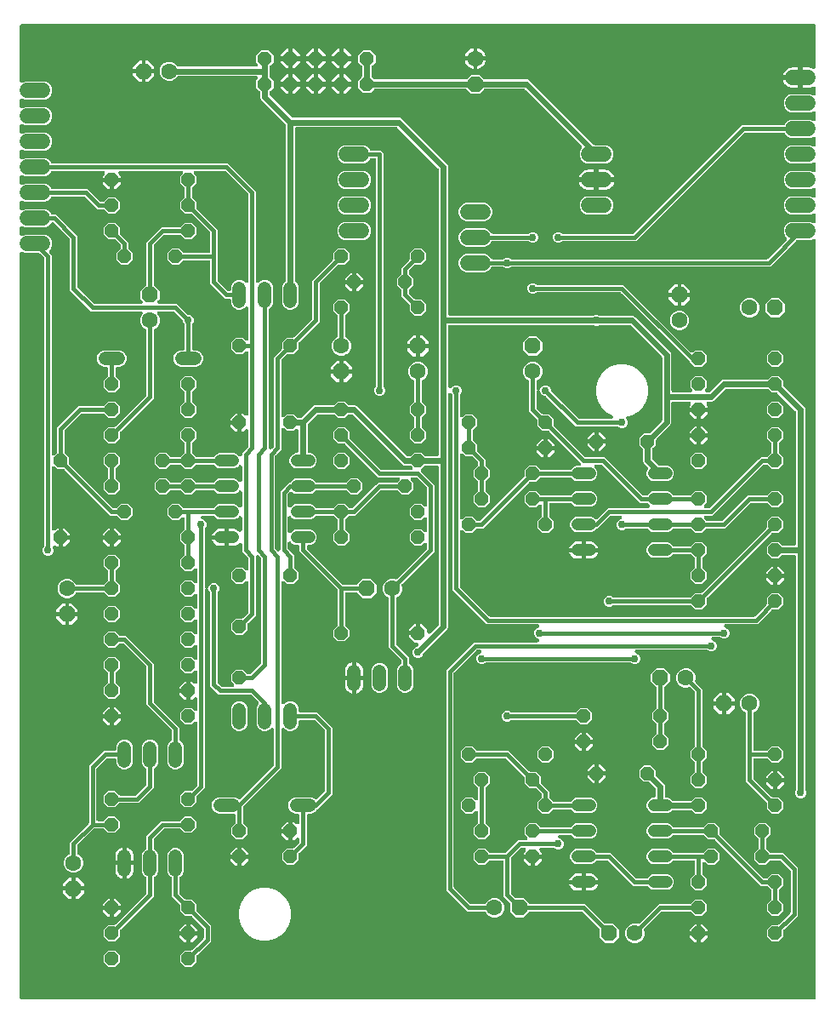
<source format=gbr>
G04 EAGLE Gerber RS-274X export*
G75*
%MOMM*%
%FSLAX34Y34*%
%LPD*%
%INTop Copper*%
%IPPOS*%
%AMOC8*
5,1,8,0,0,1.08239X$1,22.5*%
G01*
%ADD10C,1.208000*%
%ADD11P,1.429621X8X202.500000*%
%ADD12P,1.429621X8X22.500000*%
%ADD13P,1.732040X8X202.500000*%
%ADD14C,1.600200*%
%ADD15P,1.732040X8X22.500000*%
%ADD16P,1.732040X8X112.500000*%
%ADD17P,1.429621X8X112.500000*%
%ADD18P,1.732040X8X292.500000*%
%ADD19C,1.320800*%
%ADD20P,1.429621X8X292.500000*%
%ADD21C,1.524000*%
%ADD22P,1.539592X8X202.500000*%
%ADD23C,0.756400*%
%ADD24C,0.406400*%
%ADD25C,0.609600*%

G36*
X800626Y10163D02*
X800626Y10163D01*
X800644Y10161D01*
X800826Y10182D01*
X801009Y10201D01*
X801026Y10206D01*
X801043Y10208D01*
X801218Y10265D01*
X801394Y10319D01*
X801409Y10327D01*
X801426Y10333D01*
X801586Y10423D01*
X801748Y10511D01*
X801761Y10522D01*
X801777Y10531D01*
X801916Y10651D01*
X802057Y10768D01*
X802068Y10782D01*
X802082Y10794D01*
X802194Y10939D01*
X802309Y11082D01*
X802317Y11098D01*
X802328Y11112D01*
X802410Y11277D01*
X802495Y11439D01*
X802500Y11456D01*
X802508Y11472D01*
X802555Y11651D01*
X802606Y11826D01*
X802608Y11844D01*
X802612Y11861D01*
X802639Y12192D01*
X802639Y764918D01*
X802638Y764931D01*
X802639Y764944D01*
X802618Y765131D01*
X802599Y765318D01*
X802595Y765331D01*
X802594Y765345D01*
X802536Y765523D01*
X802481Y765703D01*
X802475Y765715D01*
X802471Y765728D01*
X802379Y765892D01*
X802289Y766057D01*
X802281Y766068D01*
X802274Y766079D01*
X802152Y766223D01*
X802032Y766367D01*
X802021Y766375D01*
X802013Y766385D01*
X801864Y766501D01*
X801718Y766619D01*
X801706Y766625D01*
X801696Y766633D01*
X801527Y766718D01*
X801361Y766804D01*
X801348Y766808D01*
X801336Y766814D01*
X801154Y766864D01*
X800974Y766916D01*
X800960Y766917D01*
X800947Y766921D01*
X800759Y766933D01*
X800572Y766949D01*
X800559Y766947D01*
X800546Y766948D01*
X800358Y766924D01*
X800173Y766902D01*
X800160Y766898D01*
X800147Y766896D01*
X799831Y766794D01*
X797014Y765628D01*
X796839Y765555D01*
X784127Y765555D01*
X784100Y765553D01*
X784073Y765555D01*
X783899Y765533D01*
X783726Y765515D01*
X783701Y765508D01*
X783674Y765504D01*
X783508Y765449D01*
X783341Y765397D01*
X783318Y765384D01*
X783292Y765376D01*
X783141Y765289D01*
X782987Y765205D01*
X782967Y765188D01*
X782943Y765175D01*
X782690Y764960D01*
X757123Y739393D01*
X500090Y739393D01*
X500063Y739391D01*
X500036Y739393D01*
X499862Y739371D01*
X499689Y739353D01*
X499663Y739346D01*
X499637Y739342D01*
X499471Y739287D01*
X499304Y739235D01*
X499280Y739222D01*
X499255Y739214D01*
X499103Y739127D01*
X498950Y739043D01*
X498929Y739026D01*
X498906Y739013D01*
X498653Y738798D01*
X498306Y738451D01*
X496356Y737643D01*
X494244Y737643D01*
X492294Y738451D01*
X491947Y738798D01*
X491932Y738810D01*
X491922Y738822D01*
X491917Y738826D01*
X491909Y738836D01*
X491771Y738943D01*
X491635Y739053D01*
X491612Y739066D01*
X491591Y739082D01*
X491434Y739160D01*
X491280Y739242D01*
X491254Y739250D01*
X491230Y739262D01*
X491061Y739307D01*
X490894Y739357D01*
X490867Y739359D01*
X490841Y739366D01*
X490510Y739393D01*
X480952Y739393D01*
X480930Y739391D01*
X480908Y739393D01*
X480730Y739371D01*
X480552Y739353D01*
X480530Y739347D01*
X480508Y739344D01*
X480338Y739288D01*
X480167Y739235D01*
X480147Y739225D01*
X480126Y739218D01*
X479970Y739129D01*
X479813Y739043D01*
X479795Y739029D01*
X479776Y739018D01*
X479641Y738900D01*
X479503Y738786D01*
X479489Y738768D01*
X479473Y738754D01*
X479363Y738611D01*
X479251Y738472D01*
X479241Y738452D01*
X479227Y738434D01*
X479076Y738139D01*
X478923Y737770D01*
X476350Y735197D01*
X472989Y733805D01*
X454111Y733805D01*
X450750Y735197D01*
X448177Y737770D01*
X446785Y741131D01*
X446785Y744769D01*
X448177Y748130D01*
X450750Y750703D01*
X454111Y752095D01*
X472989Y752095D01*
X476350Y750703D01*
X478923Y748130D01*
X479076Y747761D01*
X479086Y747741D01*
X479093Y747720D01*
X479181Y747564D01*
X479266Y747406D01*
X479280Y747389D01*
X479291Y747369D01*
X479408Y747233D01*
X479522Y747095D01*
X479539Y747081D01*
X479554Y747064D01*
X479695Y746955D01*
X479835Y746842D01*
X479855Y746831D01*
X479872Y746818D01*
X480032Y746738D01*
X480191Y746655D01*
X480213Y746648D01*
X480233Y746638D01*
X480406Y746592D01*
X480578Y746542D01*
X480600Y746540D01*
X480621Y746534D01*
X480952Y746507D01*
X490510Y746507D01*
X490537Y746509D01*
X490564Y746507D01*
X490738Y746529D01*
X490911Y746547D01*
X490937Y746554D01*
X490963Y746558D01*
X491129Y746613D01*
X491296Y746665D01*
X491320Y746678D01*
X491345Y746686D01*
X491497Y746773D01*
X491650Y746857D01*
X491671Y746874D01*
X491694Y746887D01*
X491947Y747102D01*
X492294Y747449D01*
X494244Y748257D01*
X496356Y748257D01*
X498306Y747449D01*
X498653Y747102D01*
X498674Y747085D01*
X498691Y747064D01*
X498829Y746957D01*
X498965Y746847D01*
X498988Y746834D01*
X499009Y746818D01*
X499166Y746740D01*
X499320Y746658D01*
X499346Y746650D01*
X499370Y746638D01*
X499539Y746593D01*
X499706Y746543D01*
X499733Y746541D01*
X499759Y746534D01*
X500090Y746507D01*
X753335Y746507D01*
X753362Y746509D01*
X753389Y746507D01*
X753563Y746529D01*
X753736Y746547D01*
X753761Y746554D01*
X753788Y746558D01*
X753954Y746613D01*
X754121Y746665D01*
X754144Y746678D01*
X754170Y746686D01*
X754321Y746773D01*
X754475Y746857D01*
X754495Y746874D01*
X754519Y746887D01*
X754772Y747102D01*
X773172Y765502D01*
X773184Y765516D01*
X773197Y765528D01*
X773311Y765672D01*
X773427Y765814D01*
X773436Y765830D01*
X773447Y765844D01*
X773530Y766008D01*
X773616Y766170D01*
X773621Y766187D01*
X773629Y766203D01*
X773679Y766380D01*
X773731Y766555D01*
X773732Y766573D01*
X773737Y766590D01*
X773751Y766774D01*
X773767Y766956D01*
X773765Y766974D01*
X773767Y766992D01*
X773744Y767174D01*
X773724Y767357D01*
X773718Y767374D01*
X773716Y767391D01*
X773658Y767565D01*
X773602Y767741D01*
X773594Y767756D01*
X773588Y767773D01*
X773496Y767933D01*
X773408Y768093D01*
X773396Y768106D01*
X773387Y768122D01*
X773172Y768375D01*
X772027Y769520D01*
X770635Y772881D01*
X770635Y776519D01*
X772027Y779880D01*
X774600Y782453D01*
X777961Y783845D01*
X796839Y783845D01*
X799831Y782606D01*
X799844Y782602D01*
X799855Y782596D01*
X800036Y782544D01*
X800216Y782489D01*
X800229Y782488D01*
X800242Y782484D01*
X800430Y782469D01*
X800617Y782451D01*
X800630Y782452D01*
X800644Y782451D01*
X800831Y782473D01*
X801017Y782493D01*
X801030Y782497D01*
X801043Y782498D01*
X801223Y782557D01*
X801402Y782612D01*
X801413Y782619D01*
X801426Y782623D01*
X801591Y782716D01*
X801755Y782806D01*
X801765Y782814D01*
X801777Y782821D01*
X801919Y782944D01*
X802063Y783065D01*
X802071Y783075D01*
X802082Y783084D01*
X802197Y783233D01*
X802314Y783380D01*
X802320Y783392D01*
X802328Y783402D01*
X802412Y783571D01*
X802498Y783738D01*
X802502Y783751D01*
X802508Y783763D01*
X802557Y783946D01*
X802608Y784125D01*
X802609Y784138D01*
X802612Y784151D01*
X802639Y784482D01*
X802639Y790318D01*
X802638Y790331D01*
X802639Y790344D01*
X802618Y790531D01*
X802599Y790718D01*
X802595Y790731D01*
X802594Y790745D01*
X802536Y790923D01*
X802481Y791103D01*
X802475Y791115D01*
X802471Y791128D01*
X802379Y791292D01*
X802289Y791457D01*
X802281Y791468D01*
X802274Y791479D01*
X802152Y791623D01*
X802032Y791767D01*
X802021Y791775D01*
X802013Y791785D01*
X801864Y791901D01*
X801718Y792019D01*
X801706Y792025D01*
X801696Y792033D01*
X801527Y792118D01*
X801361Y792204D01*
X801348Y792208D01*
X801336Y792214D01*
X801154Y792264D01*
X800974Y792316D01*
X800960Y792317D01*
X800947Y792321D01*
X800759Y792333D01*
X800572Y792349D01*
X800559Y792347D01*
X800546Y792348D01*
X800358Y792324D01*
X800173Y792302D01*
X800160Y792298D01*
X800147Y792296D01*
X799831Y792194D01*
X799443Y792034D01*
X796839Y790955D01*
X777961Y790955D01*
X774600Y792347D01*
X772027Y794920D01*
X770635Y798281D01*
X770635Y801919D01*
X772027Y805280D01*
X774600Y807853D01*
X776404Y808600D01*
X776405Y808600D01*
X777961Y809245D01*
X796839Y809245D01*
X799831Y808006D01*
X799844Y808002D01*
X799855Y807996D01*
X800036Y807944D01*
X800216Y807889D01*
X800229Y807888D01*
X800242Y807884D01*
X800430Y807869D01*
X800617Y807851D01*
X800630Y807852D01*
X800644Y807851D01*
X800831Y807873D01*
X801017Y807893D01*
X801030Y807897D01*
X801043Y807898D01*
X801223Y807957D01*
X801402Y808012D01*
X801413Y808019D01*
X801426Y808023D01*
X801591Y808116D01*
X801755Y808206D01*
X801765Y808214D01*
X801777Y808221D01*
X801919Y808344D01*
X802063Y808465D01*
X802071Y808475D01*
X802082Y808484D01*
X802197Y808633D01*
X802314Y808780D01*
X802320Y808792D01*
X802328Y808802D01*
X802412Y808971D01*
X802498Y809138D01*
X802502Y809151D01*
X802508Y809163D01*
X802557Y809346D01*
X802608Y809525D01*
X802609Y809538D01*
X802612Y809551D01*
X802639Y809882D01*
X802639Y815718D01*
X802638Y815731D01*
X802639Y815744D01*
X802618Y815931D01*
X802599Y816118D01*
X802595Y816131D01*
X802594Y816145D01*
X802536Y816323D01*
X802481Y816503D01*
X802475Y816515D01*
X802471Y816528D01*
X802379Y816692D01*
X802289Y816857D01*
X802281Y816868D01*
X802274Y816879D01*
X802152Y817023D01*
X802032Y817167D01*
X802021Y817175D01*
X802013Y817185D01*
X801864Y817301D01*
X801718Y817419D01*
X801706Y817425D01*
X801696Y817433D01*
X801527Y817518D01*
X801361Y817604D01*
X801348Y817608D01*
X801336Y817614D01*
X801154Y817664D01*
X800974Y817716D01*
X800960Y817717D01*
X800947Y817721D01*
X800759Y817733D01*
X800572Y817749D01*
X800559Y817747D01*
X800546Y817748D01*
X800358Y817724D01*
X800173Y817702D01*
X800160Y817698D01*
X800147Y817696D01*
X799831Y817594D01*
X796839Y816355D01*
X777961Y816355D01*
X774600Y817747D01*
X772027Y820320D01*
X770635Y823681D01*
X770635Y827319D01*
X772027Y830680D01*
X774600Y833253D01*
X777961Y834645D01*
X796839Y834645D01*
X799831Y833406D01*
X799844Y833402D01*
X799855Y833396D01*
X800036Y833344D01*
X800216Y833289D01*
X800229Y833288D01*
X800242Y833284D01*
X800430Y833269D01*
X800617Y833251D01*
X800630Y833252D01*
X800644Y833251D01*
X800831Y833273D01*
X801017Y833293D01*
X801030Y833297D01*
X801043Y833298D01*
X801223Y833357D01*
X801402Y833412D01*
X801413Y833419D01*
X801426Y833423D01*
X801591Y833516D01*
X801755Y833606D01*
X801765Y833614D01*
X801777Y833621D01*
X801919Y833744D01*
X802063Y833865D01*
X802071Y833875D01*
X802082Y833884D01*
X802197Y834033D01*
X802314Y834180D01*
X802320Y834192D01*
X802328Y834202D01*
X802412Y834371D01*
X802498Y834538D01*
X802502Y834551D01*
X802508Y834563D01*
X802557Y834746D01*
X802608Y834925D01*
X802609Y834938D01*
X802612Y834951D01*
X802639Y835282D01*
X802639Y841118D01*
X802638Y841131D01*
X802639Y841144D01*
X802618Y841331D01*
X802599Y841518D01*
X802595Y841531D01*
X802594Y841545D01*
X802536Y841723D01*
X802481Y841903D01*
X802475Y841915D01*
X802471Y841928D01*
X802379Y842092D01*
X802289Y842257D01*
X802281Y842268D01*
X802274Y842279D01*
X802152Y842423D01*
X802032Y842567D01*
X802021Y842575D01*
X802013Y842585D01*
X801864Y842701D01*
X801718Y842819D01*
X801706Y842825D01*
X801696Y842833D01*
X801527Y842918D01*
X801361Y843004D01*
X801348Y843008D01*
X801336Y843014D01*
X801154Y843064D01*
X800974Y843116D01*
X800960Y843117D01*
X800947Y843121D01*
X800759Y843133D01*
X800572Y843149D01*
X800559Y843147D01*
X800546Y843148D01*
X800358Y843124D01*
X800173Y843102D01*
X800160Y843098D01*
X800147Y843096D01*
X799831Y842994D01*
X796839Y841755D01*
X777961Y841755D01*
X774600Y843147D01*
X772027Y845720D01*
X770635Y849081D01*
X770635Y852719D01*
X772027Y856080D01*
X774600Y858653D01*
X777961Y860045D01*
X796839Y860045D01*
X799831Y858806D01*
X799844Y858802D01*
X799855Y858796D01*
X800036Y858744D01*
X800216Y858689D01*
X800229Y858688D01*
X800242Y858684D01*
X800430Y858669D01*
X800617Y858651D01*
X800630Y858652D01*
X800644Y858651D01*
X800831Y858673D01*
X801017Y858693D01*
X801030Y858697D01*
X801043Y858698D01*
X801223Y858757D01*
X801402Y858812D01*
X801413Y858819D01*
X801426Y858823D01*
X801591Y858916D01*
X801755Y859006D01*
X801765Y859014D01*
X801777Y859021D01*
X801919Y859144D01*
X802063Y859265D01*
X802071Y859275D01*
X802082Y859284D01*
X802197Y859433D01*
X802314Y859580D01*
X802320Y859592D01*
X802328Y859602D01*
X802412Y859771D01*
X802498Y859938D01*
X802502Y859951D01*
X802508Y859963D01*
X802556Y860145D01*
X802608Y860325D01*
X802609Y860338D01*
X802612Y860351D01*
X802639Y860682D01*
X802639Y866518D01*
X802638Y866531D01*
X802639Y866545D01*
X802618Y866731D01*
X802599Y866918D01*
X802595Y866931D01*
X802594Y866945D01*
X802536Y867124D01*
X802481Y867303D01*
X802475Y867315D01*
X802471Y867328D01*
X802379Y867493D01*
X802289Y867657D01*
X802281Y867668D01*
X802274Y867679D01*
X802152Y867823D01*
X802032Y867967D01*
X802021Y867975D01*
X802013Y867985D01*
X801865Y868101D01*
X801718Y868219D01*
X801706Y868225D01*
X801696Y868233D01*
X801526Y868318D01*
X801361Y868405D01*
X801348Y868408D01*
X801336Y868414D01*
X801153Y868464D01*
X800974Y868516D01*
X800960Y868517D01*
X800947Y868521D01*
X800759Y868533D01*
X800572Y868549D01*
X800559Y868547D01*
X800546Y868548D01*
X800358Y868524D01*
X800173Y868502D01*
X800160Y868498D01*
X800147Y868496D01*
X799831Y868394D01*
X796839Y867155D01*
X777961Y867155D01*
X774600Y868547D01*
X772027Y871120D01*
X771874Y871489D01*
X771864Y871509D01*
X771857Y871530D01*
X771769Y871686D01*
X771684Y871844D01*
X771670Y871861D01*
X771659Y871881D01*
X771542Y872017D01*
X771428Y872155D01*
X771411Y872169D01*
X771396Y872186D01*
X771255Y872295D01*
X771115Y872408D01*
X771095Y872419D01*
X771078Y872432D01*
X770918Y872512D01*
X770759Y872595D01*
X770737Y872602D01*
X770717Y872612D01*
X770544Y872658D01*
X770372Y872708D01*
X770350Y872710D01*
X770329Y872716D01*
X769998Y872743D01*
X732565Y872743D01*
X732538Y872741D01*
X732511Y872743D01*
X732337Y872721D01*
X732164Y872703D01*
X732139Y872696D01*
X732112Y872692D01*
X731946Y872637D01*
X731779Y872585D01*
X731756Y872572D01*
X731730Y872564D01*
X731579Y872477D01*
X731425Y872393D01*
X731405Y872376D01*
X731381Y872363D01*
X731128Y872148D01*
X623773Y764793D01*
X550890Y764793D01*
X550863Y764791D01*
X550836Y764793D01*
X550662Y764771D01*
X550489Y764753D01*
X550463Y764746D01*
X550437Y764742D01*
X550271Y764687D01*
X550104Y764635D01*
X550080Y764622D01*
X550055Y764614D01*
X549903Y764527D01*
X549750Y764443D01*
X549729Y764426D01*
X549706Y764413D01*
X549453Y764198D01*
X549106Y763851D01*
X547156Y763043D01*
X545044Y763043D01*
X543094Y763851D01*
X541601Y765344D01*
X540793Y767294D01*
X540793Y769406D01*
X541601Y771356D01*
X543094Y772849D01*
X545044Y773657D01*
X547156Y773657D01*
X549106Y772849D01*
X549453Y772502D01*
X549474Y772485D01*
X549491Y772464D01*
X549629Y772357D01*
X549765Y772247D01*
X549788Y772234D01*
X549809Y772218D01*
X549966Y772140D01*
X550120Y772058D01*
X550146Y772050D01*
X550170Y772038D01*
X550339Y771993D01*
X550506Y771943D01*
X550533Y771941D01*
X550559Y771934D01*
X550890Y771907D01*
X619985Y771907D01*
X620012Y771909D01*
X620039Y771907D01*
X620213Y771929D01*
X620386Y771947D01*
X620411Y771954D01*
X620438Y771958D01*
X620604Y772013D01*
X620771Y772065D01*
X620794Y772078D01*
X620820Y772086D01*
X620971Y772173D01*
X621125Y772257D01*
X621145Y772274D01*
X621169Y772287D01*
X621422Y772502D01*
X728777Y879857D01*
X769998Y879857D01*
X770020Y879859D01*
X770042Y879857D01*
X770220Y879879D01*
X770398Y879897D01*
X770420Y879903D01*
X770442Y879906D01*
X770612Y879962D01*
X770783Y880015D01*
X770803Y880025D01*
X770824Y880032D01*
X770980Y880121D01*
X771137Y880207D01*
X771155Y880221D01*
X771174Y880232D01*
X771309Y880350D01*
X771447Y880464D01*
X771461Y880482D01*
X771477Y880496D01*
X771587Y880639D01*
X771699Y880778D01*
X771709Y880798D01*
X771723Y880816D01*
X771874Y881111D01*
X772027Y881480D01*
X774600Y884053D01*
X777961Y885445D01*
X796839Y885445D01*
X799831Y884206D01*
X799844Y884202D01*
X799855Y884195D01*
X800035Y884144D01*
X800216Y884089D01*
X800229Y884088D01*
X800242Y884084D01*
X800430Y884069D01*
X800617Y884051D01*
X800630Y884052D01*
X800644Y884051D01*
X800830Y884073D01*
X801017Y884093D01*
X801030Y884097D01*
X801043Y884098D01*
X801222Y884156D01*
X801402Y884212D01*
X801413Y884219D01*
X801426Y884223D01*
X801590Y884315D01*
X801755Y884406D01*
X801765Y884414D01*
X801777Y884421D01*
X801919Y884543D01*
X802063Y884665D01*
X802071Y884675D01*
X802082Y884684D01*
X802196Y884832D01*
X802314Y884980D01*
X802320Y884992D01*
X802328Y885002D01*
X802412Y885170D01*
X802498Y885338D01*
X802502Y885351D01*
X802508Y885363D01*
X802557Y885545D01*
X802608Y885725D01*
X802609Y885738D01*
X802612Y885751D01*
X802639Y886082D01*
X802639Y891918D01*
X802638Y891931D01*
X802639Y891945D01*
X802618Y892131D01*
X802599Y892318D01*
X802595Y892331D01*
X802594Y892345D01*
X802536Y892524D01*
X802481Y892703D01*
X802475Y892715D01*
X802471Y892728D01*
X802379Y892893D01*
X802289Y893057D01*
X802281Y893068D01*
X802274Y893079D01*
X802152Y893223D01*
X802032Y893367D01*
X802021Y893375D01*
X802013Y893385D01*
X801864Y893502D01*
X801718Y893619D01*
X801706Y893625D01*
X801696Y893633D01*
X801526Y893718D01*
X801361Y893805D01*
X801348Y893808D01*
X801336Y893814D01*
X801153Y893864D01*
X800974Y893916D01*
X800960Y893917D01*
X800947Y893921D01*
X800759Y893933D01*
X800572Y893949D01*
X800559Y893947D01*
X800546Y893948D01*
X800358Y893924D01*
X800173Y893902D01*
X800160Y893898D01*
X800147Y893896D01*
X799831Y893794D01*
X796839Y892555D01*
X777961Y892555D01*
X774600Y893947D01*
X772027Y896520D01*
X770635Y899881D01*
X770635Y903519D01*
X772027Y906880D01*
X774600Y909453D01*
X776314Y910162D01*
X776314Y910163D01*
X777961Y910845D01*
X796839Y910845D01*
X799831Y909606D01*
X799844Y909602D01*
X799855Y909595D01*
X800035Y909544D01*
X800216Y909489D01*
X800229Y909488D01*
X800242Y909484D01*
X800430Y909469D01*
X800617Y909451D01*
X800630Y909452D01*
X800644Y909451D01*
X800830Y909473D01*
X801017Y909493D01*
X801030Y909497D01*
X801043Y909498D01*
X801222Y909556D01*
X801402Y909612D01*
X801413Y909619D01*
X801426Y909623D01*
X801590Y909715D01*
X801755Y909806D01*
X801765Y909814D01*
X801777Y909821D01*
X801919Y909943D01*
X802063Y910065D01*
X802071Y910075D01*
X802082Y910084D01*
X802196Y910232D01*
X802314Y910380D01*
X802320Y910392D01*
X802328Y910402D01*
X802412Y910570D01*
X802498Y910738D01*
X802502Y910751D01*
X802508Y910763D01*
X802557Y910945D01*
X802608Y911125D01*
X802609Y911138D01*
X802612Y911151D01*
X802639Y911482D01*
X802639Y916264D01*
X802630Y916357D01*
X802631Y916450D01*
X802610Y916557D01*
X802599Y916665D01*
X802572Y916754D01*
X802554Y916845D01*
X802513Y916946D01*
X802481Y917049D01*
X802437Y917131D01*
X802401Y917218D01*
X802341Y917308D01*
X802289Y917403D01*
X802230Y917475D01*
X802178Y917553D01*
X802101Y917629D01*
X802032Y917713D01*
X801959Y917771D01*
X801893Y917837D01*
X801803Y917897D01*
X801718Y917965D01*
X801635Y918008D01*
X801558Y918060D01*
X801457Y918101D01*
X801361Y918151D01*
X801271Y918176D01*
X801185Y918212D01*
X801078Y918232D01*
X800974Y918262D01*
X800881Y918270D01*
X800789Y918287D01*
X800681Y918286D01*
X800572Y918295D01*
X800480Y918284D01*
X800387Y918283D01*
X800280Y918261D01*
X800173Y918248D01*
X800084Y918219D01*
X799993Y918200D01*
X799869Y918149D01*
X799790Y918123D01*
X799747Y918099D01*
X799686Y918074D01*
X798920Y917684D01*
X797399Y917189D01*
X795820Y916939D01*
X789939Y916939D01*
X789939Y926592D01*
X789937Y926610D01*
X789939Y926627D01*
X789918Y926810D01*
X789899Y926992D01*
X789894Y927009D01*
X789892Y927027D01*
X789867Y927105D01*
X789906Y927242D01*
X789908Y927260D01*
X789912Y927277D01*
X789939Y927608D01*
X789939Y937261D01*
X795820Y937261D01*
X797399Y937011D01*
X798920Y936516D01*
X799686Y936126D01*
X799773Y936092D01*
X799855Y936049D01*
X799960Y936019D01*
X800061Y935980D01*
X800153Y935964D01*
X800242Y935938D01*
X800351Y935929D01*
X800457Y935910D01*
X800551Y935913D01*
X800644Y935905D01*
X800751Y935918D01*
X800860Y935921D01*
X800951Y935941D01*
X801043Y935952D01*
X801147Y935986D01*
X801252Y936010D01*
X801338Y936048D01*
X801426Y936077D01*
X801521Y936130D01*
X801620Y936175D01*
X801696Y936229D01*
X801777Y936275D01*
X801859Y936346D01*
X801947Y936409D01*
X802011Y936477D01*
X802082Y936538D01*
X802148Y936624D01*
X802222Y936703D01*
X802271Y936782D01*
X802328Y936856D01*
X802377Y936953D01*
X802434Y937046D01*
X802466Y937133D01*
X802508Y937217D01*
X802536Y937321D01*
X802573Y937423D01*
X802588Y937515D01*
X802612Y937605D01*
X802623Y937739D01*
X802636Y937821D01*
X802634Y937870D01*
X802639Y937936D01*
X802639Y978408D01*
X802637Y978426D01*
X802639Y978444D01*
X802618Y978626D01*
X802599Y978809D01*
X802594Y978826D01*
X802592Y978843D01*
X802535Y979018D01*
X802481Y979194D01*
X802473Y979209D01*
X802467Y979226D01*
X802377Y979386D01*
X802289Y979548D01*
X802278Y979561D01*
X802269Y979577D01*
X802149Y979716D01*
X802032Y979857D01*
X802018Y979868D01*
X802006Y979882D01*
X801861Y979994D01*
X801718Y980109D01*
X801702Y980117D01*
X801688Y980128D01*
X801523Y980210D01*
X801361Y980295D01*
X801344Y980300D01*
X801328Y980308D01*
X801149Y980355D01*
X800974Y980406D01*
X800956Y980408D01*
X800939Y980412D01*
X800608Y980439D01*
X12192Y980439D01*
X12174Y980437D01*
X12156Y980439D01*
X11974Y980418D01*
X11791Y980399D01*
X11774Y980394D01*
X11757Y980392D01*
X11582Y980335D01*
X11406Y980281D01*
X11391Y980273D01*
X11374Y980267D01*
X11214Y980177D01*
X11052Y980089D01*
X11039Y980078D01*
X11023Y980069D01*
X10884Y979949D01*
X10743Y979832D01*
X10732Y979818D01*
X10718Y979806D01*
X10606Y979661D01*
X10491Y979518D01*
X10483Y979502D01*
X10472Y979488D01*
X10390Y979323D01*
X10305Y979161D01*
X10300Y979144D01*
X10292Y979128D01*
X10245Y978949D01*
X10194Y978774D01*
X10192Y978756D01*
X10188Y978739D01*
X10161Y978408D01*
X10161Y924182D01*
X10162Y924169D01*
X10161Y924156D01*
X10182Y923969D01*
X10201Y923782D01*
X10205Y923769D01*
X10206Y923755D01*
X10264Y923577D01*
X10319Y923397D01*
X10325Y923385D01*
X10329Y923372D01*
X10421Y923208D01*
X10511Y923043D01*
X10519Y923032D01*
X10526Y923021D01*
X10648Y922877D01*
X10768Y922733D01*
X10779Y922725D01*
X10787Y922715D01*
X10936Y922599D01*
X11082Y922481D01*
X11094Y922475D01*
X11104Y922467D01*
X11273Y922382D01*
X11439Y922296D01*
X11452Y922292D01*
X11464Y922286D01*
X11646Y922236D01*
X11826Y922184D01*
X11840Y922183D01*
X11853Y922179D01*
X12041Y922167D01*
X12228Y922151D01*
X12241Y922153D01*
X12254Y922152D01*
X12442Y922176D01*
X12627Y922198D01*
X12640Y922202D01*
X12653Y922204D01*
X12969Y922306D01*
X13077Y922350D01*
X15961Y923545D01*
X34839Y923545D01*
X38200Y922153D01*
X40773Y919580D01*
X42165Y916219D01*
X42165Y912581D01*
X40773Y909220D01*
X38200Y906647D01*
X34839Y905255D01*
X15961Y905255D01*
X12969Y906494D01*
X12956Y906498D01*
X12945Y906504D01*
X12764Y906556D01*
X12584Y906611D01*
X12571Y906612D01*
X12558Y906616D01*
X12370Y906631D01*
X12183Y906649D01*
X12170Y906648D01*
X12156Y906649D01*
X11969Y906627D01*
X11783Y906607D01*
X11770Y906603D01*
X11757Y906602D01*
X11577Y906543D01*
X11398Y906488D01*
X11387Y906481D01*
X11374Y906477D01*
X11209Y906384D01*
X11045Y906294D01*
X11035Y906286D01*
X11023Y906279D01*
X10881Y906156D01*
X10737Y906035D01*
X10729Y906025D01*
X10718Y906016D01*
X10603Y905867D01*
X10486Y905720D01*
X10480Y905708D01*
X10472Y905698D01*
X10388Y905529D01*
X10302Y905362D01*
X10298Y905349D01*
X10292Y905337D01*
X10243Y905154D01*
X10192Y904975D01*
X10191Y904962D01*
X10188Y904949D01*
X10161Y904618D01*
X10161Y898782D01*
X10162Y898769D01*
X10161Y898756D01*
X10182Y898569D01*
X10201Y898382D01*
X10205Y898369D01*
X10206Y898355D01*
X10264Y898177D01*
X10319Y897997D01*
X10325Y897985D01*
X10329Y897972D01*
X10421Y897808D01*
X10511Y897643D01*
X10519Y897632D01*
X10526Y897621D01*
X10648Y897477D01*
X10768Y897333D01*
X10779Y897325D01*
X10787Y897315D01*
X10936Y897199D01*
X11082Y897081D01*
X11094Y897075D01*
X11104Y897067D01*
X11273Y896982D01*
X11439Y896896D01*
X11452Y896892D01*
X11464Y896886D01*
X11646Y896836D01*
X11826Y896784D01*
X11840Y896783D01*
X11853Y896779D01*
X12041Y896767D01*
X12228Y896751D01*
X12241Y896753D01*
X12254Y896752D01*
X12442Y896776D01*
X12627Y896798D01*
X12640Y896802D01*
X12653Y896804D01*
X12969Y896906D01*
X15961Y898145D01*
X34839Y898145D01*
X38200Y896753D01*
X40773Y894180D01*
X42165Y890819D01*
X42165Y887181D01*
X40773Y883820D01*
X38200Y881247D01*
X34839Y879855D01*
X15961Y879855D01*
X12969Y881094D01*
X12956Y881098D01*
X12945Y881104D01*
X12764Y881156D01*
X12584Y881211D01*
X12571Y881212D01*
X12558Y881216D01*
X12370Y881231D01*
X12183Y881249D01*
X12170Y881248D01*
X12156Y881249D01*
X11969Y881227D01*
X11783Y881207D01*
X11770Y881203D01*
X11757Y881202D01*
X11577Y881143D01*
X11398Y881088D01*
X11387Y881081D01*
X11374Y881077D01*
X11209Y880984D01*
X11045Y880894D01*
X11035Y880886D01*
X11023Y880879D01*
X10881Y880756D01*
X10737Y880635D01*
X10729Y880625D01*
X10718Y880616D01*
X10603Y880467D01*
X10486Y880320D01*
X10480Y880308D01*
X10472Y880298D01*
X10388Y880129D01*
X10302Y879962D01*
X10298Y879949D01*
X10292Y879937D01*
X10243Y879754D01*
X10192Y879575D01*
X10191Y879562D01*
X10188Y879549D01*
X10161Y879218D01*
X10161Y873382D01*
X10162Y873369D01*
X10161Y873356D01*
X10182Y873169D01*
X10201Y872982D01*
X10205Y872969D01*
X10206Y872955D01*
X10264Y872777D01*
X10319Y872597D01*
X10325Y872585D01*
X10329Y872572D01*
X10421Y872408D01*
X10511Y872243D01*
X10519Y872232D01*
X10526Y872221D01*
X10648Y872077D01*
X10768Y871933D01*
X10779Y871925D01*
X10787Y871915D01*
X10936Y871799D01*
X11082Y871681D01*
X11094Y871675D01*
X11104Y871667D01*
X11273Y871582D01*
X11439Y871496D01*
X11452Y871492D01*
X11464Y871486D01*
X11646Y871436D01*
X11826Y871384D01*
X11840Y871383D01*
X11853Y871379D01*
X12041Y871367D01*
X12228Y871351D01*
X12241Y871353D01*
X12254Y871352D01*
X12442Y871376D01*
X12627Y871398D01*
X12640Y871402D01*
X12653Y871404D01*
X12969Y871506D01*
X15961Y872745D01*
X34839Y872745D01*
X38200Y871353D01*
X40773Y868780D01*
X42165Y865419D01*
X42165Y861781D01*
X40773Y858420D01*
X38200Y855847D01*
X34839Y854455D01*
X15961Y854455D01*
X12969Y855694D01*
X12956Y855698D01*
X12945Y855704D01*
X12764Y855756D01*
X12584Y855811D01*
X12571Y855812D01*
X12558Y855816D01*
X12370Y855831D01*
X12183Y855849D01*
X12170Y855848D01*
X12156Y855849D01*
X11969Y855827D01*
X11783Y855807D01*
X11770Y855803D01*
X11757Y855802D01*
X11577Y855743D01*
X11398Y855688D01*
X11387Y855681D01*
X11374Y855677D01*
X11209Y855584D01*
X11045Y855494D01*
X11035Y855486D01*
X11023Y855479D01*
X10880Y855356D01*
X10737Y855235D01*
X10729Y855225D01*
X10718Y855216D01*
X10603Y855067D01*
X10486Y854920D01*
X10480Y854908D01*
X10472Y854898D01*
X10388Y854729D01*
X10302Y854562D01*
X10298Y854549D01*
X10292Y854537D01*
X10243Y854354D01*
X10192Y854175D01*
X10191Y854162D01*
X10188Y854149D01*
X10161Y853818D01*
X10161Y847982D01*
X10162Y847969D01*
X10161Y847956D01*
X10182Y847769D01*
X10201Y847582D01*
X10205Y847569D01*
X10206Y847555D01*
X10264Y847377D01*
X10319Y847197D01*
X10325Y847185D01*
X10329Y847172D01*
X10421Y847008D01*
X10511Y846843D01*
X10519Y846832D01*
X10526Y846821D01*
X10648Y846677D01*
X10768Y846533D01*
X10779Y846525D01*
X10787Y846515D01*
X10936Y846399D01*
X11082Y846281D01*
X11094Y846275D01*
X11104Y846267D01*
X11273Y846182D01*
X11439Y846096D01*
X11452Y846092D01*
X11464Y846086D01*
X11646Y846036D01*
X11826Y845984D01*
X11840Y845983D01*
X11853Y845979D01*
X12041Y845967D01*
X12228Y845951D01*
X12241Y845953D01*
X12254Y845952D01*
X12442Y845976D01*
X12627Y845998D01*
X12640Y846002D01*
X12653Y846004D01*
X12969Y846106D01*
X15596Y847194D01*
X15597Y847194D01*
X15961Y847345D01*
X34839Y847345D01*
X38200Y845953D01*
X40773Y843380D01*
X40926Y843011D01*
X40936Y842991D01*
X40943Y842970D01*
X41031Y842814D01*
X41116Y842656D01*
X41130Y842639D01*
X41141Y842619D01*
X41258Y842483D01*
X41372Y842345D01*
X41389Y842331D01*
X41404Y842314D01*
X41545Y842205D01*
X41685Y842092D01*
X41705Y842081D01*
X41722Y842068D01*
X41882Y841988D01*
X42041Y841905D01*
X42063Y841898D01*
X42083Y841888D01*
X42256Y841842D01*
X42428Y841792D01*
X42450Y841790D01*
X42471Y841784D01*
X42802Y841757D01*
X217373Y841757D01*
X244857Y814273D01*
X244857Y725060D01*
X244858Y725052D01*
X244857Y725043D01*
X244878Y724850D01*
X244897Y724660D01*
X244899Y724651D01*
X244900Y724642D01*
X244958Y724460D01*
X245015Y724275D01*
X245019Y724267D01*
X245022Y724258D01*
X245115Y724090D01*
X245207Y723921D01*
X245212Y723914D01*
X245217Y723906D01*
X245342Y723758D01*
X245464Y723612D01*
X245471Y723606D01*
X245477Y723599D01*
X245629Y723479D01*
X245778Y723359D01*
X245786Y723355D01*
X245793Y723350D01*
X245964Y723263D01*
X246135Y723174D01*
X246144Y723171D01*
X246152Y723167D01*
X246338Y723115D01*
X246522Y723062D01*
X246531Y723062D01*
X246540Y723059D01*
X246732Y723045D01*
X246924Y723029D01*
X246932Y723030D01*
X246941Y723030D01*
X247134Y723054D01*
X247323Y723076D01*
X247332Y723079D01*
X247341Y723080D01*
X247524Y723142D01*
X247706Y723201D01*
X247714Y723206D01*
X247722Y723208D01*
X247888Y723304D01*
X248057Y723399D01*
X248064Y723405D01*
X248071Y723409D01*
X248324Y723624D01*
X249395Y724695D01*
X252383Y725933D01*
X255617Y725933D01*
X258605Y724695D01*
X260891Y722409D01*
X262129Y719421D01*
X262129Y702979D01*
X260891Y699991D01*
X258551Y697651D01*
X258456Y697600D01*
X258439Y697586D01*
X258419Y697575D01*
X258284Y697458D01*
X258145Y697344D01*
X258131Y697326D01*
X258114Y697312D01*
X258005Y697170D01*
X257892Y697031D01*
X257881Y697011D01*
X257868Y696994D01*
X257788Y696833D01*
X257705Y696674D01*
X257698Y696653D01*
X257688Y696633D01*
X257642Y696459D01*
X257592Y696288D01*
X257590Y696266D01*
X257584Y696244D01*
X257557Y695914D01*
X257557Y559591D01*
X257558Y559582D01*
X257557Y559573D01*
X257578Y559381D01*
X257597Y559190D01*
X257599Y559181D01*
X257600Y559173D01*
X257658Y558990D01*
X257715Y558805D01*
X257719Y558797D01*
X257722Y558789D01*
X257815Y558620D01*
X257907Y558451D01*
X257912Y558444D01*
X257917Y558436D01*
X258042Y558289D01*
X258164Y558142D01*
X258171Y558136D01*
X258177Y558129D01*
X258329Y558009D01*
X258478Y557889D01*
X258486Y557885D01*
X258493Y557880D01*
X258665Y557792D01*
X258835Y557704D01*
X258844Y557701D01*
X258852Y557697D01*
X259038Y557646D01*
X259222Y557593D01*
X259231Y557592D01*
X259240Y557589D01*
X259432Y557575D01*
X259624Y557560D01*
X259632Y557561D01*
X259641Y557560D01*
X259834Y557584D01*
X260023Y557607D01*
X260032Y557609D01*
X260041Y557610D01*
X260224Y557672D01*
X260406Y557731D01*
X260414Y557736D01*
X260422Y557739D01*
X260588Y557834D01*
X260757Y557929D01*
X260764Y557935D01*
X260771Y557940D01*
X261024Y558154D01*
X262548Y559678D01*
X262565Y559699D01*
X262586Y559717D01*
X262693Y559855D01*
X262803Y559990D01*
X262816Y560014D01*
X262832Y560035D01*
X262910Y560191D01*
X262992Y560346D01*
X263000Y560371D01*
X263012Y560395D01*
X263057Y560564D01*
X263107Y560731D01*
X263109Y560758D01*
X263116Y560784D01*
X263143Y561115D01*
X263143Y649173D01*
X270676Y656706D01*
X270693Y656727D01*
X270714Y656745D01*
X270821Y656882D01*
X270931Y657018D01*
X270944Y657041D01*
X270960Y657063D01*
X271038Y657220D01*
X271120Y657374D01*
X271128Y657399D01*
X271140Y657423D01*
X271185Y657593D01*
X271235Y657759D01*
X271237Y657786D01*
X271244Y657812D01*
X271271Y658143D01*
X271271Y663767D01*
X276033Y668529D01*
X281657Y668529D01*
X281684Y668531D01*
X281711Y668529D01*
X281885Y668551D01*
X282058Y668569D01*
X282083Y668576D01*
X282110Y668580D01*
X282276Y668635D01*
X282443Y668687D01*
X282466Y668700D01*
X282492Y668708D01*
X282643Y668795D01*
X282797Y668879D01*
X282817Y668896D01*
X282841Y668909D01*
X283094Y669124D01*
X300648Y686678D01*
X300665Y686699D01*
X300686Y686717D01*
X300793Y686854D01*
X300903Y686990D01*
X300916Y687013D01*
X300932Y687035D01*
X301010Y687192D01*
X301092Y687346D01*
X301100Y687371D01*
X301112Y687395D01*
X301157Y687565D01*
X301207Y687731D01*
X301209Y687758D01*
X301216Y687784D01*
X301243Y688115D01*
X301243Y725373D01*
X321476Y745606D01*
X321493Y745627D01*
X321514Y745645D01*
X321621Y745782D01*
X321731Y745918D01*
X321744Y745941D01*
X321760Y745963D01*
X321838Y746120D01*
X321920Y746274D01*
X321928Y746299D01*
X321940Y746323D01*
X321985Y746493D01*
X322035Y746659D01*
X322037Y746686D01*
X322044Y746712D01*
X322071Y747043D01*
X322071Y752667D01*
X326833Y757429D01*
X333567Y757429D01*
X338329Y752667D01*
X338329Y745933D01*
X333567Y741171D01*
X327943Y741171D01*
X327916Y741169D01*
X327889Y741171D01*
X327715Y741149D01*
X327542Y741131D01*
X327517Y741124D01*
X327490Y741120D01*
X327324Y741065D01*
X327157Y741013D01*
X327134Y741000D01*
X327108Y740992D01*
X326957Y740905D01*
X326803Y740821D01*
X326783Y740804D01*
X326759Y740791D01*
X326506Y740576D01*
X308952Y723022D01*
X308935Y723001D01*
X308914Y722983D01*
X308807Y722846D01*
X308697Y722710D01*
X308684Y722687D01*
X308668Y722665D01*
X308590Y722508D01*
X308508Y722354D01*
X308500Y722329D01*
X308488Y722305D01*
X308443Y722135D01*
X308393Y721969D01*
X308391Y721942D01*
X308384Y721916D01*
X308357Y721585D01*
X308357Y684327D01*
X288124Y664094D01*
X288107Y664073D01*
X288086Y664055D01*
X287979Y663918D01*
X287869Y663782D01*
X287856Y663759D01*
X287840Y663737D01*
X287762Y663580D01*
X287680Y663426D01*
X287672Y663401D01*
X287660Y663377D01*
X287615Y663207D01*
X287565Y663041D01*
X287563Y663014D01*
X287556Y662988D01*
X287529Y662657D01*
X287529Y657033D01*
X282767Y652271D01*
X277143Y652271D01*
X277116Y652269D01*
X277089Y652271D01*
X276915Y652249D01*
X276742Y652231D01*
X276717Y652224D01*
X276690Y652220D01*
X276524Y652165D01*
X276357Y652113D01*
X276334Y652100D01*
X276308Y652092D01*
X276157Y652005D01*
X276003Y651921D01*
X275983Y651904D01*
X275959Y651891D01*
X275706Y651676D01*
X270852Y646822D01*
X270835Y646801D01*
X270814Y646783D01*
X270707Y646646D01*
X270597Y646510D01*
X270584Y646487D01*
X270568Y646465D01*
X270490Y646308D01*
X270408Y646154D01*
X270400Y646129D01*
X270388Y646105D01*
X270343Y645935D01*
X270293Y645769D01*
X270291Y645742D01*
X270284Y645716D01*
X270257Y645385D01*
X270257Y591456D01*
X270258Y591448D01*
X270257Y591439D01*
X270278Y591247D01*
X270297Y591056D01*
X270299Y591047D01*
X270300Y591038D01*
X270358Y590856D01*
X270415Y590671D01*
X270419Y590663D01*
X270422Y590654D01*
X270515Y590486D01*
X270607Y590317D01*
X270612Y590310D01*
X270617Y590302D01*
X270742Y590154D01*
X270864Y590008D01*
X270871Y590002D01*
X270877Y589995D01*
X271028Y589876D01*
X271178Y589755D01*
X271186Y589751D01*
X271193Y589746D01*
X271366Y589658D01*
X271535Y589570D01*
X271544Y589567D01*
X271552Y589563D01*
X271738Y589511D01*
X271922Y589458D01*
X271931Y589458D01*
X271940Y589455D01*
X272133Y589441D01*
X272324Y589425D01*
X272332Y589426D01*
X272341Y589426D01*
X272534Y589450D01*
X272723Y589472D01*
X272732Y589475D01*
X272741Y589476D01*
X272924Y589538D01*
X273106Y589597D01*
X273114Y589602D01*
X273122Y589604D01*
X273288Y589700D01*
X273457Y589795D01*
X273464Y589801D01*
X273471Y589805D01*
X273724Y590020D01*
X276033Y592329D01*
X282767Y592329D01*
X285728Y589368D01*
X285749Y589351D01*
X285766Y589330D01*
X285904Y589223D01*
X286040Y589113D01*
X286063Y589100D01*
X286084Y589084D01*
X286241Y589006D01*
X286395Y588924D01*
X286421Y588916D01*
X286445Y588904D01*
X286614Y588859D01*
X286781Y588809D01*
X286808Y588807D01*
X286834Y588800D01*
X287164Y588773D01*
X289365Y588773D01*
X289391Y588775D01*
X289418Y588773D01*
X289592Y588795D01*
X289765Y588813D01*
X289791Y588820D01*
X289817Y588824D01*
X289983Y588879D01*
X290150Y588931D01*
X290174Y588944D01*
X290199Y588952D01*
X290351Y589039D01*
X290504Y589123D01*
X290525Y589140D01*
X290548Y589153D01*
X290801Y589368D01*
X302210Y600777D01*
X303890Y601473D01*
X322436Y601473D01*
X322462Y601475D01*
X322489Y601473D01*
X322663Y601495D01*
X322836Y601513D01*
X322862Y601520D01*
X322888Y601524D01*
X323054Y601580D01*
X323221Y601631D01*
X323245Y601644D01*
X323270Y601652D01*
X323422Y601739D01*
X323575Y601823D01*
X323596Y601840D01*
X323619Y601853D01*
X323872Y602068D01*
X326833Y605029D01*
X333567Y605029D01*
X336528Y602068D01*
X336549Y602051D01*
X336566Y602030D01*
X336704Y601923D01*
X336840Y601813D01*
X336863Y601800D01*
X336884Y601784D01*
X337041Y601706D01*
X337195Y601624D01*
X337221Y601616D01*
X337245Y601604D01*
X337414Y601559D01*
X337581Y601509D01*
X337608Y601507D01*
X337634Y601500D01*
X337964Y601473D01*
X343810Y601473D01*
X345490Y600777D01*
X394999Y551268D01*
X395020Y551251D01*
X395037Y551230D01*
X395175Y551123D01*
X395311Y551013D01*
X395334Y551000D01*
X395355Y550984D01*
X395512Y550906D01*
X395666Y550824D01*
X395692Y550816D01*
X395716Y550804D01*
X395885Y550759D01*
X396052Y550709D01*
X396079Y550707D01*
X396105Y550700D01*
X396435Y550673D01*
X398636Y550673D01*
X398662Y550675D01*
X398689Y550673D01*
X398863Y550695D01*
X399036Y550713D01*
X399062Y550720D01*
X399088Y550724D01*
X399254Y550779D01*
X399421Y550831D01*
X399445Y550844D01*
X399470Y550852D01*
X399622Y550939D01*
X399775Y551023D01*
X399796Y551040D01*
X399819Y551053D01*
X400072Y551268D01*
X403033Y554229D01*
X409767Y554229D01*
X412728Y551268D01*
X412749Y551251D01*
X412766Y551230D01*
X412904Y551123D01*
X413040Y551013D01*
X413063Y551000D01*
X413084Y550984D01*
X413241Y550906D01*
X413395Y550824D01*
X413421Y550816D01*
X413445Y550804D01*
X413614Y550759D01*
X413781Y550709D01*
X413808Y550707D01*
X413834Y550700D01*
X414164Y550673D01*
X425196Y550673D01*
X425214Y550675D01*
X425232Y550673D01*
X425414Y550694D01*
X425597Y550713D01*
X425614Y550718D01*
X425631Y550720D01*
X425806Y550777D01*
X425982Y550831D01*
X425997Y550839D01*
X426014Y550845D01*
X426174Y550935D01*
X426336Y551023D01*
X426349Y551034D01*
X426365Y551043D01*
X426504Y551163D01*
X426645Y551280D01*
X426656Y551294D01*
X426670Y551306D01*
X426782Y551451D01*
X426897Y551594D01*
X426905Y551610D01*
X426916Y551624D01*
X426998Y551789D01*
X427083Y551951D01*
X427088Y551968D01*
X427096Y551984D01*
X427143Y552163D01*
X427194Y552338D01*
X427196Y552356D01*
X427200Y552373D01*
X427227Y552704D01*
X427227Y835465D01*
X427225Y835491D01*
X427227Y835518D01*
X427205Y835692D01*
X427187Y835865D01*
X427180Y835891D01*
X427176Y835917D01*
X427121Y836083D01*
X427069Y836250D01*
X427056Y836274D01*
X427048Y836299D01*
X426961Y836451D01*
X426877Y836604D01*
X426860Y836625D01*
X426847Y836648D01*
X426632Y836901D01*
X386051Y877482D01*
X386030Y877499D01*
X386013Y877520D01*
X385875Y877627D01*
X385739Y877737D01*
X385716Y877750D01*
X385695Y877766D01*
X385538Y877844D01*
X385384Y877926D01*
X385358Y877934D01*
X385334Y877946D01*
X385165Y877991D01*
X384998Y878041D01*
X384971Y878043D01*
X384945Y878050D01*
X384615Y878077D01*
X286004Y878077D01*
X285986Y878075D01*
X285968Y878077D01*
X285786Y878056D01*
X285603Y878037D01*
X285586Y878032D01*
X285569Y878030D01*
X285394Y877973D01*
X285218Y877919D01*
X285203Y877911D01*
X285186Y877905D01*
X285026Y877815D01*
X284864Y877727D01*
X284851Y877716D01*
X284835Y877707D01*
X284696Y877587D01*
X284555Y877470D01*
X284544Y877456D01*
X284530Y877444D01*
X284418Y877299D01*
X284303Y877156D01*
X284295Y877140D01*
X284284Y877126D01*
X284202Y876961D01*
X284117Y876799D01*
X284112Y876782D01*
X284104Y876766D01*
X284057Y876587D01*
X284006Y876412D01*
X284004Y876394D01*
X284000Y876377D01*
X283973Y876046D01*
X283973Y725568D01*
X283975Y725542D01*
X283973Y725515D01*
X283995Y725341D01*
X284013Y725168D01*
X284020Y725142D01*
X284024Y725116D01*
X284080Y724950D01*
X284131Y724783D01*
X284144Y724759D01*
X284152Y724734D01*
X284239Y724583D01*
X284323Y724429D01*
X284340Y724408D01*
X284353Y724385D01*
X284568Y724132D01*
X286291Y722409D01*
X287529Y719421D01*
X287529Y702979D01*
X286291Y699991D01*
X284005Y697705D01*
X281017Y696467D01*
X277783Y696467D01*
X274795Y697705D01*
X272509Y699991D01*
X271271Y702979D01*
X271271Y719421D01*
X272509Y722409D01*
X274232Y724132D01*
X274249Y724153D01*
X274270Y724170D01*
X274377Y724308D01*
X274487Y724444D01*
X274500Y724467D01*
X274516Y724488D01*
X274594Y724645D01*
X274676Y724799D01*
X274684Y724825D01*
X274696Y724849D01*
X274741Y725018D01*
X274791Y725185D01*
X274793Y725212D01*
X274800Y725238D01*
X274827Y725568D01*
X274827Y879915D01*
X274825Y879941D01*
X274827Y879968D01*
X274805Y880142D01*
X274787Y880315D01*
X274780Y880341D01*
X274776Y880367D01*
X274721Y880533D01*
X274669Y880700D01*
X274656Y880724D01*
X274648Y880749D01*
X274561Y880901D01*
X274477Y881054D01*
X274460Y881075D01*
X274447Y881098D01*
X274232Y881351D01*
X251695Y903888D01*
X250123Y905460D01*
X249427Y907140D01*
X249427Y912267D01*
X249425Y912294D01*
X249427Y912320D01*
X249405Y912494D01*
X249387Y912668D01*
X249380Y912693D01*
X249376Y912720D01*
X249321Y912886D01*
X249269Y913053D01*
X249256Y913076D01*
X249248Y913102D01*
X249161Y913253D01*
X249077Y913407D01*
X249060Y913427D01*
X249047Y913450D01*
X248832Y913703D01*
X245363Y917173D01*
X245363Y924327D01*
X246446Y925410D01*
X246451Y925417D01*
X246458Y925422D01*
X246578Y925572D01*
X246701Y925721D01*
X246705Y925729D01*
X246710Y925736D01*
X246799Y925906D01*
X246889Y926077D01*
X246892Y926086D01*
X246896Y926093D01*
X246949Y926278D01*
X247004Y926463D01*
X247005Y926472D01*
X247007Y926480D01*
X247023Y926671D01*
X247040Y926864D01*
X247039Y926873D01*
X247040Y926882D01*
X247018Y927071D01*
X246997Y927264D01*
X246994Y927273D01*
X246993Y927281D01*
X246934Y927463D01*
X246876Y927648D01*
X246871Y927656D01*
X246868Y927664D01*
X246774Y927831D01*
X246681Y928000D01*
X246675Y928007D01*
X246671Y928015D01*
X246545Y928160D01*
X246420Y928307D01*
X246413Y928313D01*
X246407Y928320D01*
X246257Y928436D01*
X246104Y928557D01*
X246096Y928561D01*
X246089Y928566D01*
X245918Y928651D01*
X245745Y928739D01*
X245737Y928742D01*
X245729Y928746D01*
X245543Y928796D01*
X245357Y928847D01*
X245349Y928848D01*
X245340Y928850D01*
X245009Y928877D01*
X168490Y928877D01*
X168464Y928875D01*
X168437Y928877D01*
X168263Y928855D01*
X168089Y928837D01*
X168064Y928830D01*
X168037Y928826D01*
X167872Y928771D01*
X167705Y928719D01*
X167681Y928706D01*
X167656Y928698D01*
X167504Y928611D01*
X167351Y928527D01*
X167330Y928510D01*
X167307Y928497D01*
X167054Y928282D01*
X164146Y925374D01*
X160985Y924065D01*
X160645Y923924D01*
X156855Y923924D01*
X153354Y925374D01*
X150674Y928054D01*
X149224Y931555D01*
X149224Y935345D01*
X150674Y938846D01*
X153354Y941526D01*
X156855Y942976D01*
X160645Y942976D01*
X164146Y941526D01*
X167054Y938618D01*
X167074Y938601D01*
X167092Y938580D01*
X167230Y938473D01*
X167365Y938363D01*
X167389Y938350D01*
X167410Y938334D01*
X167567Y938256D01*
X167721Y938174D01*
X167746Y938166D01*
X167771Y938154D01*
X167940Y938109D01*
X168107Y938059D01*
X168133Y938057D01*
X168159Y938050D01*
X168490Y938023D01*
X245009Y938023D01*
X245018Y938024D01*
X245027Y938023D01*
X245219Y938044D01*
X245410Y938063D01*
X245418Y938065D01*
X245427Y938066D01*
X245610Y938124D01*
X245795Y938181D01*
X245803Y938185D01*
X245811Y938188D01*
X245980Y938281D01*
X246149Y938373D01*
X246156Y938378D01*
X246163Y938383D01*
X246311Y938508D01*
X246458Y938630D01*
X246464Y938637D01*
X246470Y938643D01*
X246590Y938795D01*
X246710Y938944D01*
X246714Y938952D01*
X246720Y938959D01*
X246807Y939131D01*
X246896Y939301D01*
X246898Y939310D01*
X246902Y939318D01*
X246954Y939504D01*
X247007Y939688D01*
X247008Y939697D01*
X247010Y939706D01*
X247024Y939896D01*
X247040Y940090D01*
X247039Y940098D01*
X247040Y940107D01*
X247015Y940300D01*
X246993Y940489D01*
X246991Y940498D01*
X246989Y940507D01*
X246928Y940689D01*
X246868Y940872D01*
X246864Y940880D01*
X246861Y940888D01*
X246766Y941054D01*
X246671Y941223D01*
X246665Y941230D01*
X246660Y941237D01*
X246446Y941490D01*
X245363Y942573D01*
X245363Y949727D01*
X250423Y954787D01*
X257577Y954787D01*
X262637Y949727D01*
X262637Y942573D01*
X259168Y939103D01*
X259151Y939083D01*
X259130Y939065D01*
X259023Y938927D01*
X258913Y938792D01*
X258900Y938768D01*
X258884Y938747D01*
X258806Y938590D01*
X258724Y938436D01*
X258716Y938411D01*
X258704Y938387D01*
X258659Y938217D01*
X258609Y938050D01*
X258607Y938024D01*
X258600Y937998D01*
X258573Y937667D01*
X258573Y929233D01*
X258575Y929206D01*
X258573Y929180D01*
X258595Y929006D01*
X258613Y928832D01*
X258620Y928807D01*
X258624Y928780D01*
X258679Y928614D01*
X258731Y928447D01*
X258744Y928424D01*
X258752Y928398D01*
X258839Y928247D01*
X258923Y928093D01*
X258940Y928073D01*
X258953Y928050D01*
X259168Y927797D01*
X262637Y924327D01*
X262637Y917173D01*
X259168Y913703D01*
X259151Y913683D01*
X259130Y913665D01*
X259023Y913527D01*
X258913Y913392D01*
X258900Y913368D01*
X258884Y913347D01*
X258806Y913190D01*
X258724Y913036D01*
X258716Y913011D01*
X258704Y912987D01*
X258659Y912817D01*
X258609Y912650D01*
X258607Y912624D01*
X258600Y912598D01*
X258573Y912267D01*
X258573Y910785D01*
X258575Y910759D01*
X258573Y910732D01*
X258595Y910558D01*
X258613Y910385D01*
X258620Y910359D01*
X258624Y910333D01*
X258679Y910167D01*
X258731Y910000D01*
X258744Y909976D01*
X258752Y909951D01*
X258839Y909799D01*
X258923Y909646D01*
X258940Y909625D01*
X258953Y909602D01*
X259168Y909349D01*
X280699Y887818D01*
X280720Y887801D01*
X280737Y887780D01*
X280875Y887673D01*
X281011Y887563D01*
X281034Y887550D01*
X281055Y887534D01*
X281212Y887456D01*
X281366Y887374D01*
X281392Y887366D01*
X281416Y887354D01*
X281585Y887309D01*
X281752Y887259D01*
X281779Y887257D01*
X281805Y887250D01*
X282135Y887223D01*
X388260Y887223D01*
X389940Y886527D01*
X435677Y840790D01*
X436373Y839110D01*
X436373Y692404D01*
X436375Y692386D01*
X436373Y692368D01*
X436394Y692186D01*
X436413Y692003D01*
X436418Y691986D01*
X436420Y691969D01*
X436477Y691794D01*
X436531Y691618D01*
X436539Y691603D01*
X436545Y691586D01*
X436635Y691426D01*
X436723Y691264D01*
X436734Y691251D01*
X436743Y691235D01*
X436863Y691096D01*
X436980Y690955D01*
X436994Y690944D01*
X437006Y690930D01*
X437151Y690818D01*
X437294Y690703D01*
X437310Y690695D01*
X437324Y690684D01*
X437489Y690602D01*
X437651Y690517D01*
X437668Y690512D01*
X437684Y690504D01*
X437863Y690457D01*
X438038Y690406D01*
X438056Y690404D01*
X438073Y690400D01*
X438404Y690373D01*
X580968Y690373D01*
X580999Y690376D01*
X581031Y690374D01*
X581200Y690396D01*
X581369Y690413D01*
X581399Y690422D01*
X581430Y690426D01*
X581746Y690527D01*
X582374Y690787D01*
X582374Y690788D01*
X583144Y691107D01*
X585256Y691107D01*
X586654Y690527D01*
X586684Y690518D01*
X586712Y690504D01*
X586877Y690460D01*
X587040Y690411D01*
X587071Y690408D01*
X587101Y690400D01*
X587432Y690373D01*
X619747Y690373D01*
X619750Y690373D01*
X619754Y690373D01*
X620662Y690376D01*
X621498Y690030D01*
X621501Y690029D01*
X621504Y690027D01*
X622345Y689682D01*
X622983Y689044D01*
X622985Y689042D01*
X622988Y689039D01*
X656349Y655903D01*
X656372Y655884D01*
X656391Y655862D01*
X656411Y655846D01*
X657271Y654986D01*
X657274Y654984D01*
X657276Y654982D01*
X657924Y654339D01*
X658269Y653504D01*
X658271Y653501D01*
X658272Y653497D01*
X658623Y652659D01*
X658623Y651754D01*
X658623Y651751D01*
X658623Y651747D01*
X658627Y650491D01*
X658623Y650439D01*
X658623Y616204D01*
X658625Y616186D01*
X658623Y616168D01*
X658644Y615986D01*
X658663Y615803D01*
X658668Y615786D01*
X658670Y615769D01*
X658727Y615594D01*
X658781Y615418D01*
X658789Y615403D01*
X658795Y615386D01*
X658885Y615226D01*
X658973Y615064D01*
X658984Y615051D01*
X658993Y615035D01*
X659113Y614896D01*
X659230Y614755D01*
X659244Y614744D01*
X659256Y614730D01*
X659401Y614618D01*
X659544Y614503D01*
X659560Y614495D01*
X659574Y614484D01*
X659739Y614402D01*
X659901Y614317D01*
X659918Y614312D01*
X659934Y614304D01*
X660113Y614257D01*
X660288Y614206D01*
X660306Y614204D01*
X660323Y614200D01*
X660654Y614173D01*
X677528Y614173D01*
X677536Y614174D01*
X677545Y614173D01*
X677737Y614194D01*
X677928Y614213D01*
X677937Y614215D01*
X677946Y614216D01*
X678128Y614274D01*
X678313Y614331D01*
X678321Y614335D01*
X678330Y614338D01*
X678498Y614431D01*
X678667Y614523D01*
X678674Y614528D01*
X678682Y614533D01*
X678830Y614658D01*
X678976Y614780D01*
X678982Y614787D01*
X678989Y614793D01*
X679109Y614945D01*
X679229Y615094D01*
X679233Y615102D01*
X679238Y615109D01*
X679326Y615281D01*
X679414Y615451D01*
X679417Y615460D01*
X679421Y615468D01*
X679473Y615654D01*
X679526Y615838D01*
X679526Y615847D01*
X679529Y615856D01*
X679543Y616048D01*
X679559Y616240D01*
X679558Y616248D01*
X679558Y616257D01*
X679534Y616449D01*
X679512Y616639D01*
X679509Y616648D01*
X679508Y616657D01*
X679446Y616840D01*
X679387Y617022D01*
X679382Y617030D01*
X679380Y617038D01*
X679284Y617204D01*
X679189Y617373D01*
X679183Y617380D01*
X679179Y617387D01*
X678964Y617640D01*
X677671Y618933D01*
X677671Y625667D01*
X682433Y630429D01*
X689167Y630429D01*
X693929Y625667D01*
X693929Y618933D01*
X692636Y617640D01*
X692630Y617633D01*
X692624Y617628D01*
X692503Y617478D01*
X692381Y617329D01*
X692377Y617321D01*
X692371Y617314D01*
X692283Y617144D01*
X692192Y616973D01*
X692190Y616964D01*
X692186Y616957D01*
X692133Y616772D01*
X692078Y616587D01*
X692077Y616578D01*
X692074Y616570D01*
X692059Y616379D01*
X692041Y616186D01*
X692042Y616177D01*
X692041Y616168D01*
X692064Y615979D01*
X692085Y615786D01*
X692087Y615777D01*
X692088Y615769D01*
X692148Y615587D01*
X692206Y615402D01*
X692210Y615394D01*
X692213Y615386D01*
X692307Y615219D01*
X692401Y615050D01*
X692407Y615043D01*
X692411Y615035D01*
X692536Y614890D01*
X692661Y614743D01*
X692668Y614737D01*
X692674Y614730D01*
X692825Y614614D01*
X692977Y614493D01*
X692985Y614489D01*
X692992Y614484D01*
X693164Y614398D01*
X693336Y614311D01*
X693345Y614308D01*
X693353Y614304D01*
X693539Y614254D01*
X693724Y614203D01*
X693733Y614202D01*
X693742Y614200D01*
X694072Y614173D01*
X695765Y614173D01*
X695791Y614175D01*
X695818Y614173D01*
X695992Y614195D01*
X696165Y614213D01*
X696191Y614220D01*
X696217Y614224D01*
X696383Y614279D01*
X696550Y614331D01*
X696574Y614344D01*
X696599Y614352D01*
X696751Y614439D01*
X696904Y614523D01*
X696925Y614540D01*
X696948Y614553D01*
X697201Y614768D01*
X708610Y626177D01*
X710290Y626873D01*
X754236Y626873D01*
X754262Y626875D01*
X754289Y626873D01*
X754463Y626895D01*
X754636Y626913D01*
X754662Y626920D01*
X754688Y626924D01*
X754854Y626979D01*
X755021Y627031D01*
X755045Y627044D01*
X755070Y627052D01*
X755222Y627139D01*
X755375Y627223D01*
X755396Y627240D01*
X755419Y627253D01*
X755672Y627468D01*
X758633Y630429D01*
X765367Y630429D01*
X770129Y625667D01*
X770129Y621479D01*
X770131Y621453D01*
X770129Y621426D01*
X770151Y621252D01*
X770169Y621079D01*
X770176Y621053D01*
X770180Y621027D01*
X770235Y620861D01*
X770287Y620694D01*
X770300Y620670D01*
X770308Y620645D01*
X770395Y620493D01*
X770479Y620340D01*
X770496Y620319D01*
X770509Y620296D01*
X770724Y620043D01*
X791277Y599490D01*
X791973Y597810D01*
X791973Y219132D01*
X791976Y219101D01*
X791974Y219069D01*
X791996Y218900D01*
X792013Y218731D01*
X792022Y218701D01*
X792026Y218670D01*
X792127Y218354D01*
X792707Y216956D01*
X792707Y214844D01*
X791899Y212894D01*
X790406Y211401D01*
X789670Y211096D01*
X788456Y210593D01*
X786344Y210593D01*
X784394Y211401D01*
X782901Y212894D01*
X782093Y214844D01*
X782093Y216956D01*
X782673Y218354D01*
X782682Y218384D01*
X782696Y218412D01*
X782740Y218577D01*
X782789Y218740D01*
X782792Y218771D01*
X782800Y218801D01*
X782827Y219132D01*
X782827Y450596D01*
X782825Y450614D01*
X782827Y450632D01*
X782806Y450814D01*
X782787Y450997D01*
X782782Y451014D01*
X782780Y451031D01*
X782723Y451206D01*
X782669Y451382D01*
X782661Y451397D01*
X782655Y451414D01*
X782565Y451574D01*
X782477Y451736D01*
X782466Y451749D01*
X782457Y451765D01*
X782337Y451904D01*
X782220Y452045D01*
X782206Y452056D01*
X782194Y452070D01*
X782049Y452182D01*
X781906Y452297D01*
X781890Y452305D01*
X781876Y452316D01*
X781711Y452398D01*
X781549Y452483D01*
X781532Y452488D01*
X781516Y452496D01*
X781337Y452543D01*
X781162Y452594D01*
X781144Y452596D01*
X781127Y452600D01*
X780796Y452627D01*
X769764Y452627D01*
X769738Y452625D01*
X769711Y452627D01*
X769537Y452605D01*
X769364Y452587D01*
X769338Y452580D01*
X769312Y452576D01*
X769146Y452521D01*
X768979Y452469D01*
X768955Y452456D01*
X768930Y452448D01*
X768778Y452361D01*
X768625Y452277D01*
X768604Y452260D01*
X768581Y452247D01*
X768328Y452032D01*
X765367Y449071D01*
X758633Y449071D01*
X753871Y453833D01*
X753871Y460567D01*
X758633Y465329D01*
X765367Y465329D01*
X768328Y462368D01*
X768349Y462351D01*
X768366Y462330D01*
X768504Y462223D01*
X768640Y462113D01*
X768663Y462100D01*
X768684Y462084D01*
X768841Y462006D01*
X768995Y461924D01*
X769021Y461916D01*
X769045Y461904D01*
X769214Y461859D01*
X769381Y461809D01*
X769408Y461807D01*
X769434Y461800D01*
X769764Y461773D01*
X780796Y461773D01*
X780814Y461775D01*
X780832Y461773D01*
X781014Y461794D01*
X781197Y461813D01*
X781214Y461818D01*
X781231Y461820D01*
X781406Y461877D01*
X781582Y461931D01*
X781597Y461939D01*
X781614Y461945D01*
X781774Y462035D01*
X781936Y462123D01*
X781949Y462134D01*
X781965Y462143D01*
X782104Y462263D01*
X782245Y462380D01*
X782256Y462394D01*
X782270Y462406D01*
X782382Y462551D01*
X782497Y462694D01*
X782505Y462710D01*
X782516Y462724D01*
X782598Y462889D01*
X782683Y463051D01*
X782688Y463068D01*
X782696Y463084D01*
X782743Y463263D01*
X782794Y463438D01*
X782796Y463456D01*
X782800Y463473D01*
X782827Y463804D01*
X782827Y594165D01*
X782825Y594191D01*
X782827Y594218D01*
X782805Y594392D01*
X782787Y594565D01*
X782780Y594591D01*
X782776Y594617D01*
X782721Y594783D01*
X782669Y594950D01*
X782656Y594974D01*
X782648Y594999D01*
X782561Y595151D01*
X782477Y595304D01*
X782460Y595325D01*
X782447Y595348D01*
X782232Y595601D01*
X764257Y613576D01*
X764236Y613593D01*
X764219Y613614D01*
X764081Y613721D01*
X763945Y613831D01*
X763922Y613844D01*
X763901Y613860D01*
X763744Y613938D01*
X763590Y614020D01*
X763564Y614028D01*
X763540Y614040D01*
X763371Y614085D01*
X763204Y614135D01*
X763177Y614137D01*
X763151Y614144D01*
X762821Y614171D01*
X758633Y614171D01*
X755672Y617132D01*
X755651Y617149D01*
X755634Y617170D01*
X755496Y617277D01*
X755360Y617387D01*
X755337Y617400D01*
X755316Y617416D01*
X755159Y617494D01*
X755005Y617576D01*
X754979Y617584D01*
X754955Y617596D01*
X754786Y617641D01*
X754619Y617691D01*
X754592Y617693D01*
X754566Y617700D01*
X754236Y617727D01*
X713935Y617727D01*
X713909Y617725D01*
X713882Y617727D01*
X713708Y617705D01*
X713535Y617687D01*
X713509Y617680D01*
X713483Y617676D01*
X713317Y617621D01*
X713150Y617569D01*
X713126Y617556D01*
X713101Y617548D01*
X712949Y617461D01*
X712796Y617377D01*
X712775Y617360D01*
X712752Y617347D01*
X712499Y617132D01*
X701090Y605723D01*
X699410Y605027D01*
X695509Y605027D01*
X695500Y605026D01*
X695491Y605027D01*
X695300Y605006D01*
X695109Y604987D01*
X695100Y604985D01*
X695091Y604984D01*
X694909Y604926D01*
X694724Y604869D01*
X694716Y604865D01*
X694707Y604862D01*
X694539Y604769D01*
X694370Y604677D01*
X694363Y604672D01*
X694355Y604667D01*
X694207Y604542D01*
X694060Y604420D01*
X694055Y604413D01*
X694048Y604407D01*
X693928Y604255D01*
X693808Y604106D01*
X693804Y604098D01*
X693798Y604091D01*
X693711Y603919D01*
X693623Y603749D01*
X693620Y603740D01*
X693616Y603732D01*
X693564Y603546D01*
X693511Y603362D01*
X693510Y603353D01*
X693508Y603344D01*
X693494Y603152D01*
X693478Y602960D01*
X693479Y602952D01*
X693479Y602943D01*
X693503Y602750D01*
X693525Y602561D01*
X693528Y602552D01*
X693529Y602543D01*
X693590Y602360D01*
X693650Y602178D01*
X693654Y602170D01*
X693657Y602162D01*
X693753Y601996D01*
X693848Y601827D01*
X693854Y601820D01*
X693858Y601813D01*
X694073Y601560D01*
X694945Y600688D01*
X694945Y598931D01*
X685800Y598931D01*
X676655Y598931D01*
X676655Y600688D01*
X677527Y601560D01*
X677533Y601567D01*
X677540Y601572D01*
X677661Y601723D01*
X677782Y601871D01*
X677786Y601879D01*
X677792Y601886D01*
X677880Y602056D01*
X677971Y602227D01*
X677973Y602236D01*
X677977Y602243D01*
X678031Y602428D01*
X678086Y602613D01*
X678086Y602622D01*
X678089Y602630D01*
X678105Y602821D01*
X678122Y603014D01*
X678121Y603023D01*
X678122Y603032D01*
X678100Y603221D01*
X678079Y603414D01*
X678076Y603423D01*
X678075Y603431D01*
X678016Y603613D01*
X677957Y603798D01*
X677953Y603806D01*
X677950Y603814D01*
X677856Y603981D01*
X677762Y604150D01*
X677756Y604157D01*
X677752Y604165D01*
X677627Y604310D01*
X677502Y604457D01*
X677495Y604463D01*
X677489Y604470D01*
X677338Y604586D01*
X677186Y604707D01*
X677178Y604711D01*
X677171Y604716D01*
X677000Y604801D01*
X676827Y604889D01*
X676818Y604892D01*
X676810Y604896D01*
X676625Y604945D01*
X676439Y604997D01*
X676430Y604998D01*
X676422Y605000D01*
X676091Y605027D01*
X660654Y605027D01*
X660636Y605025D01*
X660618Y605027D01*
X660436Y605006D01*
X660253Y604987D01*
X660236Y604982D01*
X660219Y604980D01*
X660044Y604923D01*
X659868Y604869D01*
X659853Y604861D01*
X659836Y604855D01*
X659676Y604765D01*
X659514Y604677D01*
X659501Y604666D01*
X659485Y604657D01*
X659346Y604537D01*
X659205Y604420D01*
X659194Y604406D01*
X659180Y604394D01*
X659067Y604248D01*
X658953Y604106D01*
X658945Y604090D01*
X658934Y604076D01*
X658852Y603911D01*
X658767Y603749D01*
X658762Y603732D01*
X658754Y603716D01*
X658707Y603537D01*
X658656Y603362D01*
X658654Y603344D01*
X658650Y603327D01*
X658623Y602996D01*
X658623Y583290D01*
X657927Y581610D01*
X643724Y567407D01*
X643707Y567386D01*
X643686Y567369D01*
X643579Y567231D01*
X643469Y567095D01*
X643456Y567072D01*
X643440Y567051D01*
X643362Y566894D01*
X643280Y566740D01*
X643272Y566714D01*
X643260Y566690D01*
X643215Y566521D01*
X643165Y566354D01*
X643163Y566327D01*
X643156Y566301D01*
X643129Y565971D01*
X643129Y561783D01*
X640168Y558822D01*
X640151Y558801D01*
X640130Y558784D01*
X640023Y558646D01*
X639913Y558510D01*
X639900Y558487D01*
X639884Y558466D01*
X639806Y558309D01*
X639724Y558155D01*
X639716Y558129D01*
X639704Y558105D01*
X639659Y557936D01*
X639609Y557769D01*
X639607Y557742D01*
X639600Y557716D01*
X639573Y557386D01*
X639573Y548835D01*
X639575Y548809D01*
X639573Y548782D01*
X639595Y548608D01*
X639613Y548435D01*
X639620Y548409D01*
X639624Y548383D01*
X639679Y548217D01*
X639731Y548050D01*
X639744Y548026D01*
X639752Y548001D01*
X639839Y547849D01*
X639923Y547696D01*
X639940Y547675D01*
X639953Y547652D01*
X640168Y547399D01*
X646007Y541560D01*
X646028Y541543D01*
X646045Y541522D01*
X646183Y541415D01*
X646319Y541305D01*
X646342Y541292D01*
X646363Y541276D01*
X646520Y541198D01*
X646674Y541116D01*
X646700Y541108D01*
X646724Y541096D01*
X646893Y541051D01*
X647060Y541001D01*
X647087Y540999D01*
X647113Y540992D01*
X647443Y540965D01*
X655245Y540965D01*
X658025Y539813D01*
X660153Y537685D01*
X661305Y534905D01*
X661305Y531895D01*
X660153Y529115D01*
X658025Y526987D01*
X655245Y525835D01*
X640155Y525835D01*
X637375Y526987D01*
X635247Y529115D01*
X634095Y531895D01*
X634095Y534905D01*
X635226Y537634D01*
X635232Y537655D01*
X635242Y537675D01*
X635290Y537848D01*
X635342Y538019D01*
X635344Y538042D01*
X635350Y538063D01*
X635363Y538242D01*
X635380Y538420D01*
X635378Y538442D01*
X635380Y538465D01*
X635357Y538644D01*
X635339Y538821D01*
X635332Y538842D01*
X635329Y538864D01*
X635272Y539034D01*
X635219Y539205D01*
X635208Y539225D01*
X635201Y539246D01*
X635111Y539402D01*
X635026Y539558D01*
X635011Y539575D01*
X635000Y539595D01*
X634785Y539848D01*
X631123Y543510D01*
X630427Y545190D01*
X630427Y557386D01*
X630425Y557412D01*
X630427Y557439D01*
X630405Y557613D01*
X630387Y557786D01*
X630380Y557812D01*
X630376Y557838D01*
X630321Y558004D01*
X630269Y558171D01*
X630256Y558195D01*
X630248Y558220D01*
X630161Y558372D01*
X630077Y558525D01*
X630060Y558546D01*
X630047Y558569D01*
X629832Y558822D01*
X626871Y561783D01*
X626871Y568517D01*
X631633Y573279D01*
X635821Y573279D01*
X635847Y573281D01*
X635874Y573279D01*
X636048Y573301D01*
X636221Y573319D01*
X636247Y573326D01*
X636273Y573330D01*
X636439Y573386D01*
X636606Y573437D01*
X636630Y573450D01*
X636655Y573458D01*
X636807Y573545D01*
X636960Y573629D01*
X636981Y573646D01*
X637004Y573659D01*
X637257Y573874D01*
X648882Y585499D01*
X648899Y585520D01*
X648920Y585537D01*
X649027Y585675D01*
X649137Y585811D01*
X649150Y585834D01*
X649166Y585855D01*
X649244Y586012D01*
X649326Y586166D01*
X649334Y586192D01*
X649346Y586216D01*
X649391Y586385D01*
X649441Y586552D01*
X649443Y586579D01*
X649450Y586605D01*
X649477Y586935D01*
X649477Y648992D01*
X649474Y649022D01*
X649476Y649053D01*
X649454Y649222D01*
X649437Y649393D01*
X649428Y649422D01*
X649425Y649452D01*
X649370Y649614D01*
X649319Y649778D01*
X649305Y649804D01*
X649295Y649833D01*
X649209Y649981D01*
X649127Y650132D01*
X649108Y650155D01*
X649093Y650181D01*
X648877Y650434D01*
X618469Y680637D01*
X618451Y680652D01*
X618436Y680670D01*
X618295Y680778D01*
X618157Y680891D01*
X618136Y680902D01*
X618118Y680916D01*
X617958Y680996D01*
X617800Y681079D01*
X617778Y681085D01*
X617757Y681096D01*
X617585Y681142D01*
X617414Y681192D01*
X617391Y681194D01*
X617368Y681200D01*
X617038Y681227D01*
X587432Y681227D01*
X587401Y681224D01*
X587369Y681226D01*
X587200Y681204D01*
X587031Y681187D01*
X587001Y681178D01*
X586970Y681174D01*
X586654Y681073D01*
X585256Y680493D01*
X583144Y680493D01*
X581746Y681073D01*
X581716Y681082D01*
X581688Y681096D01*
X581523Y681140D01*
X581360Y681189D01*
X581329Y681192D01*
X581299Y681200D01*
X580968Y681227D01*
X438404Y681227D01*
X438386Y681225D01*
X438368Y681227D01*
X438186Y681206D01*
X438003Y681187D01*
X437986Y681182D01*
X437969Y681180D01*
X437794Y681123D01*
X437618Y681069D01*
X437603Y681061D01*
X437586Y681055D01*
X437426Y680965D01*
X437264Y680877D01*
X437251Y680866D01*
X437235Y680857D01*
X437096Y680737D01*
X436955Y680620D01*
X436944Y680606D01*
X436930Y680594D01*
X436818Y680449D01*
X436703Y680306D01*
X436695Y680290D01*
X436684Y680276D01*
X436602Y680111D01*
X436517Y679949D01*
X436512Y679932D01*
X436504Y679916D01*
X436457Y679737D01*
X436406Y679562D01*
X436404Y679544D01*
X436400Y679527D01*
X436373Y679196D01*
X436373Y620231D01*
X436374Y620223D01*
X436373Y620214D01*
X436394Y620020D01*
X436413Y619831D01*
X436415Y619822D01*
X436416Y619813D01*
X436474Y619631D01*
X436531Y619446D01*
X436535Y619438D01*
X436538Y619430D01*
X436631Y619261D01*
X436723Y619092D01*
X436728Y619085D01*
X436733Y619077D01*
X436858Y618929D01*
X436980Y618783D01*
X436987Y618777D01*
X436993Y618770D01*
X437145Y618650D01*
X437294Y618530D01*
X437302Y618526D01*
X437309Y618521D01*
X437481Y618433D01*
X437651Y618345D01*
X437660Y618342D01*
X437668Y618338D01*
X437854Y618286D01*
X438038Y618233D01*
X438047Y618233D01*
X438056Y618230D01*
X438248Y618216D01*
X438440Y618201D01*
X438448Y618202D01*
X438457Y618201D01*
X438650Y618225D01*
X438839Y618247D01*
X438848Y618250D01*
X438857Y618251D01*
X439040Y618313D01*
X439222Y618372D01*
X439230Y618377D01*
X439238Y618380D01*
X439404Y618475D01*
X439573Y618570D01*
X439580Y618576D01*
X439587Y618580D01*
X439840Y618795D01*
X441494Y620449D01*
X443444Y621257D01*
X445556Y621257D01*
X447506Y620449D01*
X448999Y618956D01*
X449807Y617006D01*
X449807Y614894D01*
X448999Y612944D01*
X448652Y612597D01*
X448635Y612576D01*
X448614Y612559D01*
X448508Y612421D01*
X448397Y612285D01*
X448384Y612262D01*
X448368Y612241D01*
X448290Y612084D01*
X448208Y611930D01*
X448200Y611904D01*
X448188Y611880D01*
X448143Y611711D01*
X448093Y611544D01*
X448091Y611517D01*
X448084Y611491D01*
X448057Y611161D01*
X448057Y591456D01*
X448058Y591448D01*
X448057Y591439D01*
X448078Y591247D01*
X448097Y591056D01*
X448099Y591047D01*
X448100Y591038D01*
X448158Y590856D01*
X448215Y590671D01*
X448219Y590663D01*
X448222Y590654D01*
X448315Y590486D01*
X448407Y590317D01*
X448412Y590310D01*
X448417Y590302D01*
X448542Y590154D01*
X448664Y590008D01*
X448671Y590002D01*
X448677Y589995D01*
X448828Y589876D01*
X448978Y589755D01*
X448986Y589751D01*
X448993Y589746D01*
X449166Y589658D01*
X449335Y589570D01*
X449344Y589567D01*
X449352Y589563D01*
X449538Y589511D01*
X449722Y589458D01*
X449731Y589458D01*
X449740Y589455D01*
X449933Y589441D01*
X450124Y589425D01*
X450132Y589426D01*
X450141Y589426D01*
X450334Y589450D01*
X450523Y589472D01*
X450532Y589475D01*
X450541Y589476D01*
X450724Y589538D01*
X450906Y589597D01*
X450914Y589602D01*
X450922Y589604D01*
X451088Y589700D01*
X451257Y589795D01*
X451264Y589801D01*
X451271Y589805D01*
X451524Y590020D01*
X453833Y592329D01*
X460567Y592329D01*
X465329Y587567D01*
X465329Y580833D01*
X461352Y576856D01*
X461335Y576835D01*
X461314Y576818D01*
X461207Y576680D01*
X461097Y576544D01*
X461084Y576521D01*
X461068Y576500D01*
X460990Y576343D01*
X460908Y576189D01*
X460900Y576163D01*
X460888Y576139D01*
X460843Y575970D01*
X460793Y575803D01*
X460791Y575776D01*
X460784Y575750D01*
X460757Y575420D01*
X460757Y567580D01*
X460759Y567554D01*
X460757Y567527D01*
X460779Y567353D01*
X460797Y567180D01*
X460804Y567154D01*
X460808Y567128D01*
X460863Y566962D01*
X460915Y566795D01*
X460928Y566771D01*
X460936Y566746D01*
X461023Y566594D01*
X461107Y566441D01*
X461124Y566420D01*
X461137Y566397D01*
X461352Y566144D01*
X465329Y562167D01*
X465329Y556543D01*
X465329Y556536D01*
X465329Y556531D01*
X465331Y556513D01*
X465329Y556489D01*
X465351Y556315D01*
X465369Y556142D01*
X465376Y556117D01*
X465380Y556090D01*
X465435Y555924D01*
X465487Y555757D01*
X465500Y555734D01*
X465508Y555708D01*
X465595Y555557D01*
X465679Y555403D01*
X465696Y555383D01*
X465709Y555359D01*
X465924Y555106D01*
X473457Y547573D01*
X473457Y542180D01*
X473459Y542154D01*
X473457Y542127D01*
X473479Y541952D01*
X473497Y541780D01*
X473504Y541754D01*
X473508Y541728D01*
X473563Y541562D01*
X473615Y541395D01*
X473628Y541371D01*
X473636Y541346D01*
X473723Y541194D01*
X473807Y541041D01*
X473824Y541020D01*
X473837Y540997D01*
X474052Y540744D01*
X478029Y536767D01*
X478029Y530033D01*
X474052Y526056D01*
X474035Y526035D01*
X474014Y526018D01*
X473907Y525880D01*
X473797Y525744D01*
X473784Y525721D01*
X473768Y525700D01*
X473690Y525543D01*
X473608Y525389D01*
X473600Y525363D01*
X473588Y525339D01*
X473543Y525170D01*
X473493Y525003D01*
X473491Y524976D01*
X473484Y524950D01*
X473457Y524620D01*
X473457Y516780D01*
X473459Y516754D01*
X473457Y516727D01*
X473479Y516553D01*
X473497Y516380D01*
X473504Y516354D01*
X473508Y516328D01*
X473563Y516162D01*
X473615Y515995D01*
X473628Y515971D01*
X473636Y515946D01*
X473723Y515794D01*
X473807Y515641D01*
X473824Y515620D01*
X473837Y515597D01*
X474052Y515344D01*
X478029Y511367D01*
X478029Y504633D01*
X473267Y499871D01*
X466533Y499871D01*
X461771Y504633D01*
X461771Y511367D01*
X465748Y515344D01*
X465765Y515365D01*
X465786Y515382D01*
X465893Y515520D01*
X466003Y515656D01*
X466016Y515679D01*
X466032Y515700D01*
X466110Y515857D01*
X466192Y516011D01*
X466200Y516037D01*
X466212Y516061D01*
X466257Y516230D01*
X466307Y516397D01*
X466309Y516424D01*
X466316Y516450D01*
X466343Y516780D01*
X466343Y524620D01*
X466341Y524646D01*
X466343Y524673D01*
X466321Y524847D01*
X466303Y525020D01*
X466296Y525046D01*
X466292Y525072D01*
X466237Y525238D01*
X466185Y525405D01*
X466172Y525429D01*
X466164Y525454D01*
X466077Y525606D01*
X465993Y525759D01*
X465976Y525780D01*
X465963Y525803D01*
X465748Y526056D01*
X461771Y530033D01*
X461771Y536767D01*
X465748Y540744D01*
X465765Y540765D01*
X465786Y540782D01*
X465892Y540920D01*
X466003Y541056D01*
X466016Y541079D01*
X466032Y541100D01*
X466110Y541257D01*
X466192Y541411D01*
X466200Y541437D01*
X466212Y541461D01*
X466257Y541630D01*
X466307Y541797D01*
X466309Y541824D01*
X466316Y541850D01*
X466343Y542180D01*
X466343Y543785D01*
X466341Y543812D01*
X466343Y543839D01*
X466321Y544013D01*
X466303Y544186D01*
X466296Y544211D01*
X466292Y544238D01*
X466237Y544404D01*
X466185Y544571D01*
X466172Y544594D01*
X466164Y544620D01*
X466077Y544771D01*
X465993Y544925D01*
X465976Y544945D01*
X465963Y544969D01*
X465748Y545222D01*
X460894Y550076D01*
X460873Y550093D01*
X460855Y550114D01*
X460718Y550221D01*
X460582Y550331D01*
X460559Y550344D01*
X460537Y550360D01*
X460380Y550438D01*
X460226Y550520D01*
X460201Y550528D01*
X460177Y550540D01*
X460007Y550585D01*
X459841Y550635D01*
X459814Y550637D01*
X459788Y550644D01*
X459457Y550671D01*
X453833Y550671D01*
X451524Y552980D01*
X451517Y552986D01*
X451512Y552992D01*
X451363Y553112D01*
X451213Y553235D01*
X451205Y553239D01*
X451198Y553245D01*
X451028Y553333D01*
X450857Y553424D01*
X450848Y553426D01*
X450841Y553430D01*
X450656Y553483D01*
X450471Y553538D01*
X450462Y553539D01*
X450454Y553542D01*
X450263Y553557D01*
X450070Y553575D01*
X450061Y553574D01*
X450052Y553575D01*
X449863Y553552D01*
X449670Y553531D01*
X449661Y553529D01*
X449653Y553528D01*
X449471Y553468D01*
X449286Y553410D01*
X449278Y553406D01*
X449270Y553403D01*
X449101Y553308D01*
X448934Y553215D01*
X448927Y553209D01*
X448919Y553205D01*
X448773Y553079D01*
X448627Y552955D01*
X448621Y552948D01*
X448614Y552942D01*
X448497Y552790D01*
X448377Y552639D01*
X448373Y552631D01*
X448368Y552624D01*
X448282Y552452D01*
X448195Y552280D01*
X448192Y552271D01*
X448188Y552263D01*
X448138Y552074D01*
X448087Y551892D01*
X448086Y551883D01*
X448084Y551874D01*
X448057Y551544D01*
X448057Y489856D01*
X448058Y489848D01*
X448057Y489839D01*
X448078Y489647D01*
X448097Y489456D01*
X448099Y489447D01*
X448100Y489438D01*
X448158Y489256D01*
X448215Y489071D01*
X448219Y489063D01*
X448222Y489054D01*
X448315Y488886D01*
X448407Y488717D01*
X448412Y488710D01*
X448417Y488702D01*
X448542Y488554D01*
X448664Y488408D01*
X448671Y488402D01*
X448677Y488395D01*
X448828Y488276D01*
X448978Y488155D01*
X448986Y488151D01*
X448993Y488146D01*
X449166Y488058D01*
X449335Y487970D01*
X449344Y487967D01*
X449352Y487963D01*
X449538Y487911D01*
X449722Y487858D01*
X449731Y487858D01*
X449740Y487855D01*
X449933Y487841D01*
X450124Y487825D01*
X450132Y487826D01*
X450141Y487826D01*
X450334Y487850D01*
X450523Y487872D01*
X450532Y487875D01*
X450541Y487876D01*
X450724Y487938D01*
X450906Y487997D01*
X450914Y488002D01*
X450922Y488004D01*
X451088Y488100D01*
X451257Y488195D01*
X451264Y488201D01*
X451271Y488205D01*
X451524Y488420D01*
X453833Y490729D01*
X460567Y490729D01*
X464544Y486752D01*
X464565Y486735D01*
X464582Y486714D01*
X464720Y486607D01*
X464856Y486497D01*
X464879Y486484D01*
X464900Y486468D01*
X465057Y486390D01*
X465211Y486308D01*
X465237Y486300D01*
X465261Y486288D01*
X465430Y486243D01*
X465597Y486193D01*
X465624Y486191D01*
X465650Y486184D01*
X465980Y486157D01*
X467585Y486157D01*
X467612Y486159D01*
X467639Y486157D01*
X467813Y486179D01*
X467986Y486197D01*
X468011Y486204D01*
X468038Y486208D01*
X468204Y486263D01*
X468371Y486315D01*
X468394Y486328D01*
X468420Y486336D01*
X468571Y486423D01*
X468725Y486507D01*
X468745Y486524D01*
X468769Y486537D01*
X469022Y486752D01*
X511976Y529706D01*
X511993Y529727D01*
X512014Y529745D01*
X512121Y529882D01*
X512231Y530018D01*
X512244Y530041D01*
X512260Y530063D01*
X512338Y530220D01*
X512420Y530374D01*
X512428Y530399D01*
X512440Y530423D01*
X512485Y530593D01*
X512535Y530759D01*
X512537Y530786D01*
X512544Y530812D01*
X512571Y531143D01*
X512571Y536767D01*
X517333Y541529D01*
X524067Y541529D01*
X528044Y537552D01*
X528065Y537535D01*
X528082Y537514D01*
X528220Y537407D01*
X528356Y537297D01*
X528379Y537284D01*
X528400Y537268D01*
X528557Y537190D01*
X528711Y537108D01*
X528737Y537100D01*
X528761Y537088D01*
X528930Y537043D01*
X529097Y536993D01*
X529124Y536991D01*
X529150Y536984D01*
X529480Y536957D01*
X557477Y536957D01*
X557504Y536959D01*
X557531Y536957D01*
X557705Y536979D01*
X557878Y536997D01*
X557903Y537004D01*
X557930Y537008D01*
X558096Y537064D01*
X558263Y537115D01*
X558286Y537128D01*
X558312Y537136D01*
X558463Y537223D01*
X558617Y537307D01*
X558637Y537324D01*
X558661Y537337D01*
X558914Y537552D01*
X561175Y539813D01*
X562773Y540475D01*
X563955Y540965D01*
X566701Y540965D01*
X566710Y540966D01*
X566719Y540965D01*
X566913Y540986D01*
X567102Y541005D01*
X567110Y541007D01*
X567119Y541008D01*
X567304Y541067D01*
X567487Y541123D01*
X567495Y541127D01*
X567503Y541130D01*
X567672Y541223D01*
X567841Y541315D01*
X567848Y541320D01*
X567856Y541325D01*
X568003Y541449D01*
X568150Y541572D01*
X568156Y541579D01*
X568163Y541585D01*
X568282Y541737D01*
X568403Y541886D01*
X568407Y541894D01*
X568412Y541901D01*
X568500Y542074D01*
X568588Y542243D01*
X568591Y542252D01*
X568595Y542260D01*
X568647Y542446D01*
X568699Y542630D01*
X568700Y542639D01*
X568703Y542648D01*
X568717Y542841D01*
X568732Y543032D01*
X568731Y543040D01*
X568732Y543049D01*
X568708Y543242D01*
X568685Y543431D01*
X568683Y543440D01*
X568682Y543449D01*
X568620Y543631D01*
X568561Y543814D01*
X568556Y543822D01*
X568553Y543830D01*
X568457Y543997D01*
X568363Y544165D01*
X568357Y544172D01*
X568352Y544179D01*
X568138Y544432D01*
X537094Y575476D01*
X537073Y575493D01*
X537055Y575514D01*
X536918Y575621D01*
X536782Y575731D01*
X536759Y575744D01*
X536737Y575760D01*
X536580Y575838D01*
X536426Y575920D01*
X536401Y575928D01*
X536377Y575940D01*
X536207Y575985D01*
X536041Y576035D01*
X536014Y576037D01*
X535988Y576044D01*
X535657Y576071D01*
X530033Y576071D01*
X525271Y580833D01*
X525271Y586457D01*
X525269Y586484D01*
X525271Y586511D01*
X525249Y586685D01*
X525231Y586858D01*
X525224Y586883D01*
X525220Y586910D01*
X525165Y587076D01*
X525113Y587243D01*
X525100Y587266D01*
X525092Y587292D01*
X525005Y587443D01*
X524921Y587597D01*
X524904Y587617D01*
X524891Y587641D01*
X524676Y587894D01*
X517143Y595427D01*
X517143Y624805D01*
X517141Y624828D01*
X517143Y624850D01*
X517121Y625027D01*
X517103Y625206D01*
X517097Y625227D01*
X517094Y625250D01*
X517038Y625419D01*
X516985Y625591D01*
X516975Y625611D01*
X516968Y625632D01*
X516879Y625787D01*
X516793Y625945D01*
X516779Y625962D01*
X516768Y625981D01*
X516650Y626117D01*
X516536Y626254D01*
X516518Y626268D01*
X516504Y626285D01*
X516362Y626394D01*
X516222Y626507D01*
X516202Y626517D01*
X516184Y626530D01*
X515889Y626682D01*
X515304Y626924D01*
X512624Y629604D01*
X511174Y633105D01*
X511174Y636895D01*
X512624Y640396D01*
X515304Y643076D01*
X518805Y644526D01*
X522595Y644526D01*
X526096Y643076D01*
X528776Y640396D01*
X530226Y636895D01*
X530226Y633105D01*
X528776Y629604D01*
X526096Y626924D01*
X525511Y626682D01*
X525491Y626672D01*
X525470Y626665D01*
X525314Y626576D01*
X525156Y626492D01*
X525139Y626478D01*
X525119Y626467D01*
X524984Y626350D01*
X524845Y626235D01*
X524831Y626218D01*
X524814Y626204D01*
X524705Y626062D01*
X524592Y625923D01*
X524581Y625903D01*
X524568Y625885D01*
X524488Y625725D01*
X524405Y625566D01*
X524398Y625545D01*
X524388Y625525D01*
X524342Y625351D01*
X524292Y625180D01*
X524290Y625158D01*
X524284Y625136D01*
X524257Y624805D01*
X524257Y617955D01*
X524257Y617951D01*
X524257Y617946D01*
X524277Y617752D01*
X524297Y617555D01*
X524298Y617550D01*
X524298Y617546D01*
X524357Y617358D01*
X524415Y617170D01*
X524417Y617166D01*
X524418Y617161D01*
X524514Y616987D01*
X524607Y616816D01*
X524609Y616812D01*
X524612Y616808D01*
X524740Y616655D01*
X524864Y616506D01*
X524868Y616504D01*
X524871Y616500D01*
X525025Y616377D01*
X525178Y616254D01*
X525182Y616252D01*
X525185Y616249D01*
X525360Y616160D01*
X525535Y616068D01*
X525540Y616067D01*
X525544Y616065D01*
X525731Y616012D01*
X525922Y615957D01*
X525927Y615957D01*
X525931Y615956D01*
X526020Y615949D01*
X525861Y615931D01*
X525857Y615929D01*
X525853Y615929D01*
X525667Y615868D01*
X525478Y615808D01*
X525474Y615805D01*
X525470Y615804D01*
X525297Y615707D01*
X525126Y615611D01*
X525123Y615608D01*
X525119Y615606D01*
X524970Y615478D01*
X524821Y615349D01*
X524818Y615346D01*
X524814Y615343D01*
X524694Y615188D01*
X524572Y615032D01*
X524570Y615028D01*
X524568Y615025D01*
X524479Y614847D01*
X524392Y614673D01*
X524390Y614668D01*
X524388Y614664D01*
X524337Y614472D01*
X524285Y614284D01*
X524285Y614280D01*
X524284Y614276D01*
X524257Y613945D01*
X524257Y599215D01*
X524258Y599201D01*
X524257Y599188D01*
X524258Y599176D01*
X524257Y599161D01*
X524279Y598987D01*
X524297Y598814D01*
X524304Y598792D01*
X524304Y598788D01*
X524305Y598785D01*
X524308Y598762D01*
X524363Y598596D01*
X524415Y598429D01*
X524428Y598406D01*
X524436Y598380D01*
X524523Y598229D01*
X524607Y598075D01*
X524624Y598055D01*
X524637Y598031D01*
X524852Y597778D01*
X529706Y592924D01*
X529727Y592907D01*
X529745Y592886D01*
X529882Y592779D01*
X530018Y592669D01*
X530041Y592656D01*
X530063Y592640D01*
X530220Y592562D01*
X530374Y592480D01*
X530399Y592472D01*
X530423Y592460D01*
X530593Y592415D01*
X530759Y592365D01*
X530786Y592363D01*
X530812Y592356D01*
X531143Y592329D01*
X536767Y592329D01*
X541529Y587567D01*
X541529Y581943D01*
X541531Y581916D01*
X541529Y581889D01*
X541551Y581715D01*
X541569Y581542D01*
X541576Y581517D01*
X541580Y581490D01*
X541635Y581324D01*
X541687Y581157D01*
X541700Y581134D01*
X541708Y581108D01*
X541795Y580957D01*
X541879Y580803D01*
X541896Y580783D01*
X541909Y580759D01*
X542124Y580506D01*
X572378Y550252D01*
X572399Y550235D01*
X572417Y550214D01*
X572555Y550107D01*
X572690Y549997D01*
X572713Y549984D01*
X572735Y549968D01*
X572892Y549890D01*
X573046Y549808D01*
X573071Y549800D01*
X573095Y549788D01*
X573265Y549743D01*
X573431Y549693D01*
X573458Y549691D01*
X573484Y549684D01*
X573815Y549657D01*
X592023Y549657D01*
X629528Y512152D01*
X629549Y512135D01*
X629567Y512114D01*
X629704Y512007D01*
X629840Y511897D01*
X629863Y511884D01*
X629885Y511868D01*
X630042Y511790D01*
X630196Y511708D01*
X630221Y511700D01*
X630245Y511688D01*
X630415Y511643D01*
X630581Y511593D01*
X630608Y511591D01*
X630634Y511584D01*
X630965Y511557D01*
X633677Y511557D01*
X633704Y511559D01*
X633731Y511557D01*
X633904Y511579D01*
X634078Y511597D01*
X634103Y511604D01*
X634130Y511608D01*
X634296Y511663D01*
X634463Y511715D01*
X634486Y511728D01*
X634512Y511736D01*
X634663Y511823D01*
X634817Y511907D01*
X634837Y511924D01*
X634861Y511937D01*
X635114Y512152D01*
X637375Y514413D01*
X640155Y515565D01*
X655245Y515565D01*
X658025Y514413D01*
X660286Y512152D01*
X660307Y512135D01*
X660325Y512114D01*
X660463Y512007D01*
X660598Y511897D01*
X660622Y511884D01*
X660643Y511868D01*
X660800Y511790D01*
X660954Y511708D01*
X660979Y511700D01*
X661003Y511688D01*
X661173Y511643D01*
X661340Y511593D01*
X661366Y511591D01*
X661392Y511584D01*
X661723Y511557D01*
X677020Y511557D01*
X677046Y511559D01*
X677073Y511557D01*
X677247Y511579D01*
X677420Y511597D01*
X677446Y511604D01*
X677472Y511608D01*
X677638Y511663D01*
X677805Y511715D01*
X677829Y511728D01*
X677854Y511736D01*
X678006Y511823D01*
X678159Y511907D01*
X678180Y511924D01*
X678203Y511937D01*
X678456Y512152D01*
X682433Y516129D01*
X689167Y516129D01*
X693929Y511367D01*
X693929Y504633D01*
X691620Y502324D01*
X691614Y502317D01*
X691608Y502312D01*
X691487Y502162D01*
X691365Y502013D01*
X691361Y502005D01*
X691355Y501998D01*
X691267Y501828D01*
X691176Y501657D01*
X691174Y501648D01*
X691170Y501641D01*
X691117Y501456D01*
X691062Y501271D01*
X691061Y501262D01*
X691058Y501254D01*
X691043Y501063D01*
X691025Y500870D01*
X691026Y500861D01*
X691025Y500852D01*
X691048Y500663D01*
X691069Y500470D01*
X691071Y500461D01*
X691072Y500453D01*
X691132Y500271D01*
X691190Y500086D01*
X691194Y500078D01*
X691197Y500070D01*
X691292Y499901D01*
X691385Y499734D01*
X691391Y499727D01*
X691395Y499719D01*
X691521Y499573D01*
X691645Y499427D01*
X691652Y499421D01*
X691658Y499414D01*
X691810Y499297D01*
X691961Y499177D01*
X691969Y499173D01*
X691976Y499168D01*
X692148Y499082D01*
X692320Y498995D01*
X692329Y498992D01*
X692337Y498988D01*
X692523Y498938D01*
X692708Y498887D01*
X692717Y498886D01*
X692726Y498884D01*
X693056Y498857D01*
X696185Y498857D01*
X696212Y498859D01*
X696239Y498857D01*
X696413Y498879D01*
X696586Y498897D01*
X696611Y498904D01*
X696638Y498908D01*
X696804Y498963D01*
X696971Y499015D01*
X696994Y499028D01*
X697020Y499036D01*
X697171Y499123D01*
X697325Y499207D01*
X697345Y499224D01*
X697369Y499237D01*
X697622Y499452D01*
X745148Y546978D01*
X747827Y549657D01*
X753220Y549657D01*
X753246Y549659D01*
X753273Y549657D01*
X753447Y549679D01*
X753620Y549697D01*
X753646Y549704D01*
X753672Y549708D01*
X753838Y549763D01*
X754005Y549815D01*
X754029Y549828D01*
X754054Y549836D01*
X754206Y549923D01*
X754359Y550007D01*
X754380Y550024D01*
X754403Y550037D01*
X754656Y550252D01*
X757848Y553444D01*
X757865Y553465D01*
X757886Y553482D01*
X757993Y553620D01*
X758103Y553756D01*
X758116Y553779D01*
X758132Y553800D01*
X758210Y553957D01*
X758292Y554111D01*
X758300Y554137D01*
X758312Y554161D01*
X758357Y554330D01*
X758407Y554497D01*
X758409Y554524D01*
X758416Y554550D01*
X758443Y554880D01*
X758443Y562720D01*
X758441Y562746D01*
X758443Y562773D01*
X758421Y562947D01*
X758403Y563120D01*
X758396Y563146D01*
X758392Y563172D01*
X758337Y563338D01*
X758285Y563505D01*
X758272Y563529D01*
X758264Y563554D01*
X758177Y563706D01*
X758093Y563859D01*
X758076Y563880D01*
X758063Y563903D01*
X757848Y564156D01*
X753871Y568133D01*
X753871Y574867D01*
X758633Y579629D01*
X765367Y579629D01*
X770129Y574867D01*
X770129Y568133D01*
X766152Y564156D01*
X766135Y564135D01*
X766114Y564118D01*
X766007Y563980D01*
X765897Y563844D01*
X765884Y563821D01*
X765868Y563800D01*
X765790Y563643D01*
X765708Y563489D01*
X765700Y563463D01*
X765688Y563439D01*
X765643Y563270D01*
X765593Y563103D01*
X765591Y563076D01*
X765584Y563050D01*
X765557Y562720D01*
X765557Y554880D01*
X765559Y554854D01*
X765557Y554827D01*
X765579Y554653D01*
X765597Y554480D01*
X765604Y554454D01*
X765608Y554428D01*
X765663Y554262D01*
X765715Y554095D01*
X765728Y554071D01*
X765736Y554046D01*
X765823Y553894D01*
X765907Y553741D01*
X765924Y553720D01*
X765937Y553697D01*
X766152Y553444D01*
X770129Y549467D01*
X770129Y542733D01*
X765367Y537971D01*
X758633Y537971D01*
X754656Y541948D01*
X754635Y541965D01*
X754618Y541986D01*
X754480Y542093D01*
X754344Y542203D01*
X754321Y542216D01*
X754300Y542232D01*
X754143Y542310D01*
X753989Y542392D01*
X753963Y542400D01*
X753939Y542412D01*
X753770Y542457D01*
X753603Y542507D01*
X753576Y542509D01*
X753550Y542516D01*
X753220Y542543D01*
X751615Y542543D01*
X751588Y542541D01*
X751561Y542543D01*
X751387Y542521D01*
X751214Y542503D01*
X751188Y542496D01*
X751162Y542492D01*
X750996Y542437D01*
X750829Y542385D01*
X750805Y542372D01*
X750780Y542364D01*
X750629Y542277D01*
X750475Y542193D01*
X750455Y542176D01*
X750431Y542163D01*
X750178Y541948D01*
X699973Y491743D01*
X693056Y491743D01*
X693048Y491742D01*
X693039Y491743D01*
X692847Y491722D01*
X692656Y491703D01*
X692647Y491701D01*
X692638Y491700D01*
X692456Y491642D01*
X692271Y491585D01*
X692263Y491581D01*
X692254Y491578D01*
X692086Y491485D01*
X691917Y491393D01*
X691910Y491388D01*
X691902Y491383D01*
X691754Y491258D01*
X691608Y491136D01*
X691602Y491129D01*
X691595Y491123D01*
X691475Y490971D01*
X691355Y490822D01*
X691351Y490814D01*
X691346Y490807D01*
X691258Y490635D01*
X691170Y490465D01*
X691167Y490456D01*
X691163Y490448D01*
X691111Y490262D01*
X691058Y490078D01*
X691058Y490069D01*
X691055Y490060D01*
X691041Y489868D01*
X691025Y489676D01*
X691026Y489668D01*
X691026Y489659D01*
X691050Y489466D01*
X691072Y489277D01*
X691075Y489268D01*
X691076Y489259D01*
X691138Y489076D01*
X691197Y488894D01*
X691202Y488886D01*
X691204Y488878D01*
X691300Y488712D01*
X691395Y488543D01*
X691401Y488536D01*
X691405Y488529D01*
X691620Y488276D01*
X693144Y486752D01*
X693165Y486735D01*
X693182Y486714D01*
X693320Y486607D01*
X693456Y486497D01*
X693479Y486484D01*
X693500Y486468D01*
X693657Y486390D01*
X693811Y486308D01*
X693837Y486300D01*
X693861Y486288D01*
X694030Y486243D01*
X694197Y486193D01*
X694224Y486191D01*
X694250Y486184D01*
X694580Y486157D01*
X708885Y486157D01*
X708912Y486159D01*
X708939Y486157D01*
X709113Y486179D01*
X709286Y486197D01*
X709311Y486204D01*
X709338Y486208D01*
X709504Y486263D01*
X709671Y486315D01*
X709694Y486328D01*
X709720Y486336D01*
X709871Y486423D01*
X710025Y486507D01*
X710045Y486524D01*
X710069Y486537D01*
X710322Y486752D01*
X735127Y511557D01*
X753220Y511557D01*
X753246Y511559D01*
X753273Y511557D01*
X753447Y511579D01*
X753620Y511597D01*
X753646Y511604D01*
X753672Y511608D01*
X753838Y511664D01*
X754005Y511715D01*
X754029Y511728D01*
X754054Y511736D01*
X754206Y511823D01*
X754359Y511907D01*
X754380Y511924D01*
X754403Y511937D01*
X754656Y512152D01*
X758633Y516129D01*
X765367Y516129D01*
X770129Y511367D01*
X770129Y504633D01*
X765367Y499871D01*
X758633Y499871D01*
X754656Y503848D01*
X754635Y503865D01*
X754618Y503886D01*
X754480Y503993D01*
X754344Y504103D01*
X754321Y504116D01*
X754300Y504132D01*
X754143Y504210D01*
X753989Y504292D01*
X753963Y504300D01*
X753939Y504312D01*
X753770Y504357D01*
X753603Y504407D01*
X753576Y504409D01*
X753550Y504416D01*
X753220Y504443D01*
X738915Y504443D01*
X738888Y504441D01*
X738861Y504443D01*
X738687Y504421D01*
X738514Y504403D01*
X738489Y504396D01*
X738462Y504392D01*
X738296Y504337D01*
X738129Y504285D01*
X738106Y504272D01*
X738080Y504264D01*
X737929Y504177D01*
X737775Y504093D01*
X737755Y504076D01*
X737731Y504063D01*
X737478Y503848D01*
X712673Y479043D01*
X694580Y479043D01*
X694554Y479041D01*
X694527Y479043D01*
X694353Y479021D01*
X694180Y479003D01*
X694154Y478996D01*
X694128Y478992D01*
X693962Y478937D01*
X693795Y478885D01*
X693771Y478872D01*
X693746Y478864D01*
X693594Y478777D01*
X693441Y478693D01*
X693420Y478676D01*
X693397Y478663D01*
X693144Y478448D01*
X689167Y474471D01*
X682433Y474471D01*
X678456Y478448D01*
X678435Y478465D01*
X678418Y478486D01*
X678280Y478593D01*
X678144Y478703D01*
X678121Y478716D01*
X678100Y478732D01*
X677943Y478810D01*
X677789Y478892D01*
X677763Y478900D01*
X677739Y478912D01*
X677570Y478957D01*
X677403Y479007D01*
X677376Y479009D01*
X677350Y479016D01*
X677020Y479043D01*
X661723Y479043D01*
X661696Y479041D01*
X661669Y479043D01*
X661495Y479021D01*
X661322Y479003D01*
X661297Y478996D01*
X661270Y478992D01*
X661104Y478936D01*
X660937Y478885D01*
X660914Y478872D01*
X660888Y478864D01*
X660737Y478777D01*
X660583Y478693D01*
X660563Y478676D01*
X660539Y478663D01*
X660286Y478448D01*
X658025Y476187D01*
X655245Y475035D01*
X640155Y475035D01*
X637375Y476187D01*
X635114Y478448D01*
X635093Y478465D01*
X635075Y478486D01*
X634937Y478593D01*
X634802Y478703D01*
X634778Y478716D01*
X634757Y478732D01*
X634601Y478810D01*
X634446Y478892D01*
X634421Y478900D01*
X634397Y478912D01*
X634228Y478957D01*
X634060Y479007D01*
X634034Y479009D01*
X634008Y479016D01*
X633677Y479043D01*
X614390Y479043D01*
X614363Y479041D01*
X614336Y479043D01*
X614162Y479021D01*
X613989Y479003D01*
X613963Y478996D01*
X613937Y478992D01*
X613771Y478937D01*
X613604Y478885D01*
X613580Y478872D01*
X613555Y478864D01*
X613403Y478777D01*
X613250Y478693D01*
X613229Y478676D01*
X613206Y478663D01*
X612953Y478448D01*
X612606Y478101D01*
X610656Y477293D01*
X608544Y477293D01*
X606594Y478101D01*
X605101Y479594D01*
X604293Y481544D01*
X604293Y483656D01*
X605101Y485606D01*
X606594Y487099D01*
X608372Y487835D01*
X608376Y487838D01*
X608380Y487839D01*
X608552Y487932D01*
X608727Y488026D01*
X608731Y488028D01*
X608734Y488031D01*
X608883Y488155D01*
X609037Y488282D01*
X609040Y488285D01*
X609044Y488288D01*
X609167Y488441D01*
X609291Y488595D01*
X609293Y488599D01*
X609296Y488602D01*
X609386Y488775D01*
X609478Y488951D01*
X609480Y488955D01*
X609482Y488959D01*
X609536Y489147D01*
X609591Y489338D01*
X609592Y489342D01*
X609593Y489346D01*
X609609Y489544D01*
X609626Y489739D01*
X609625Y489743D01*
X609626Y489748D01*
X609604Y489937D01*
X609581Y490139D01*
X609579Y490143D01*
X609579Y490147D01*
X609518Y490333D01*
X609458Y490522D01*
X609455Y490526D01*
X609454Y490530D01*
X609357Y490702D01*
X609261Y490874D01*
X609258Y490877D01*
X609256Y490881D01*
X609130Y491027D01*
X608999Y491179D01*
X608996Y491182D01*
X608993Y491186D01*
X608838Y491306D01*
X608682Y491428D01*
X608678Y491430D01*
X608675Y491432D01*
X608499Y491520D01*
X608323Y491608D01*
X608318Y491610D01*
X608314Y491612D01*
X608123Y491663D01*
X607934Y491715D01*
X607930Y491715D01*
X607926Y491716D01*
X607595Y491743D01*
X599215Y491743D01*
X599188Y491741D01*
X599161Y491743D01*
X598987Y491721D01*
X598814Y491703D01*
X598789Y491696D01*
X598762Y491692D01*
X598596Y491637D01*
X598429Y491585D01*
X598406Y491572D01*
X598380Y491564D01*
X598229Y491477D01*
X598075Y491393D01*
X598055Y491376D01*
X598031Y491363D01*
X597778Y491148D01*
X585673Y479043D01*
X585523Y479043D01*
X585496Y479041D01*
X585469Y479043D01*
X585295Y479021D01*
X585122Y479003D01*
X585097Y478996D01*
X585070Y478992D01*
X584904Y478936D01*
X584737Y478885D01*
X584714Y478872D01*
X584688Y478864D01*
X584537Y478777D01*
X584383Y478693D01*
X584363Y478676D01*
X584339Y478663D01*
X584086Y478448D01*
X581825Y476187D01*
X579045Y475035D01*
X563955Y475035D01*
X561175Y476187D01*
X559047Y478315D01*
X557895Y481095D01*
X557895Y484105D01*
X559047Y486885D01*
X561175Y489013D01*
X563955Y490165D01*
X579045Y490165D01*
X581825Y489013D01*
X582268Y488570D01*
X582282Y488559D01*
X582293Y488545D01*
X582437Y488432D01*
X582579Y488315D01*
X582595Y488307D01*
X582609Y488296D01*
X582772Y488213D01*
X582935Y488127D01*
X582952Y488122D01*
X582968Y488113D01*
X583145Y488064D01*
X583321Y488012D01*
X583339Y488010D01*
X583356Y488005D01*
X583539Y487992D01*
X583722Y487975D01*
X583740Y487977D01*
X583757Y487976D01*
X583940Y487999D01*
X584122Y488019D01*
X584139Y488024D01*
X584157Y488027D01*
X584331Y488085D01*
X584506Y488140D01*
X584522Y488149D01*
X584539Y488155D01*
X584698Y488247D01*
X584858Y488335D01*
X584872Y488347D01*
X584887Y488356D01*
X585140Y488570D01*
X595427Y498857D01*
X635201Y498857D01*
X635210Y498858D01*
X635219Y498857D01*
X635411Y498878D01*
X635602Y498897D01*
X635610Y498899D01*
X635619Y498900D01*
X635802Y498958D01*
X635987Y499015D01*
X635995Y499019D01*
X636003Y499022D01*
X636172Y499115D01*
X636341Y499207D01*
X636348Y499212D01*
X636356Y499217D01*
X636503Y499342D01*
X636650Y499464D01*
X636656Y499471D01*
X636663Y499477D01*
X636782Y499629D01*
X636902Y499778D01*
X636907Y499786D01*
X636912Y499793D01*
X636999Y499965D01*
X637088Y500135D01*
X637090Y500144D01*
X637094Y500152D01*
X637146Y500338D01*
X637199Y500522D01*
X637200Y500531D01*
X637202Y500540D01*
X637217Y500732D01*
X637232Y500924D01*
X637231Y500932D01*
X637232Y500941D01*
X637207Y501134D01*
X637185Y501323D01*
X637183Y501332D01*
X637181Y501341D01*
X637120Y501524D01*
X637060Y501706D01*
X637056Y501714D01*
X637053Y501722D01*
X636958Y501888D01*
X636863Y502057D01*
X636857Y502064D01*
X636852Y502071D01*
X636638Y502324D01*
X635113Y503848D01*
X635093Y503865D01*
X635075Y503886D01*
X634937Y503993D01*
X634802Y504103D01*
X634778Y504116D01*
X634757Y504132D01*
X634601Y504210D01*
X634446Y504292D01*
X634421Y504300D01*
X634397Y504312D01*
X634228Y504357D01*
X634060Y504407D01*
X634034Y504409D01*
X634008Y504416D01*
X633677Y504443D01*
X627177Y504443D01*
X589672Y541948D01*
X589651Y541965D01*
X589633Y541986D01*
X589496Y542093D01*
X589360Y542203D01*
X589337Y542216D01*
X589315Y542232D01*
X589158Y542310D01*
X589004Y542392D01*
X588979Y542400D01*
X588955Y542412D01*
X588785Y542457D01*
X588619Y542507D01*
X588592Y542509D01*
X588566Y542516D01*
X588235Y542543D01*
X583999Y542543D01*
X583990Y542542D01*
X583981Y542543D01*
X583789Y542522D01*
X583598Y542503D01*
X583590Y542501D01*
X583581Y542500D01*
X583398Y542442D01*
X583213Y542385D01*
X583205Y542381D01*
X583197Y542378D01*
X583028Y542285D01*
X582859Y542193D01*
X582852Y542188D01*
X582844Y542183D01*
X582697Y542058D01*
X582550Y541936D01*
X582544Y541929D01*
X582537Y541923D01*
X582418Y541771D01*
X582298Y541622D01*
X582293Y541614D01*
X582288Y541607D01*
X582201Y541435D01*
X582112Y541265D01*
X582110Y541256D01*
X582106Y541248D01*
X582054Y541062D01*
X582001Y540878D01*
X582000Y540869D01*
X581998Y540860D01*
X581983Y540667D01*
X581968Y540476D01*
X581969Y540468D01*
X581968Y540459D01*
X581993Y540266D01*
X582015Y540077D01*
X582017Y540068D01*
X582019Y540059D01*
X582080Y539876D01*
X582140Y539694D01*
X582144Y539686D01*
X582147Y539678D01*
X582242Y539512D01*
X582337Y539343D01*
X582343Y539336D01*
X582348Y539329D01*
X582562Y539076D01*
X583953Y537685D01*
X585105Y534905D01*
X585105Y531895D01*
X583953Y529115D01*
X581825Y526987D01*
X579045Y525835D01*
X563955Y525835D01*
X561175Y526987D01*
X558914Y529248D01*
X558893Y529265D01*
X558875Y529286D01*
X558737Y529393D01*
X558602Y529503D01*
X558578Y529516D01*
X558557Y529532D01*
X558401Y529610D01*
X558246Y529692D01*
X558221Y529700D01*
X558197Y529712D01*
X558028Y529757D01*
X557860Y529807D01*
X557834Y529809D01*
X557808Y529816D01*
X557477Y529843D01*
X529480Y529843D01*
X529454Y529841D01*
X529427Y529843D01*
X529253Y529821D01*
X529080Y529803D01*
X529054Y529796D01*
X529028Y529792D01*
X528862Y529737D01*
X528695Y529685D01*
X528671Y529672D01*
X528646Y529664D01*
X528494Y529577D01*
X528341Y529493D01*
X528320Y529476D01*
X528297Y529463D01*
X528044Y529248D01*
X524067Y525271D01*
X518443Y525271D01*
X518416Y525269D01*
X518389Y525271D01*
X518215Y525249D01*
X518042Y525231D01*
X518017Y525224D01*
X517990Y525220D01*
X517824Y525165D01*
X517657Y525113D01*
X517634Y525100D01*
X517608Y525092D01*
X517457Y525005D01*
X517303Y524921D01*
X517283Y524904D01*
X517259Y524891D01*
X517006Y524676D01*
X471373Y479043D01*
X465980Y479043D01*
X465954Y479041D01*
X465927Y479043D01*
X465753Y479021D01*
X465580Y479003D01*
X465554Y478996D01*
X465528Y478992D01*
X465362Y478937D01*
X465195Y478885D01*
X465171Y478872D01*
X465146Y478864D01*
X464994Y478777D01*
X464841Y478693D01*
X464820Y478676D01*
X464797Y478663D01*
X464544Y478448D01*
X460567Y474471D01*
X453833Y474471D01*
X451524Y476780D01*
X451517Y476786D01*
X451512Y476792D01*
X451362Y476913D01*
X451213Y477035D01*
X451205Y477039D01*
X451198Y477045D01*
X451028Y477133D01*
X450857Y477224D01*
X450848Y477226D01*
X450841Y477230D01*
X450656Y477283D01*
X450471Y477338D01*
X450462Y477339D01*
X450454Y477342D01*
X450263Y477357D01*
X450070Y477375D01*
X450061Y477374D01*
X450052Y477375D01*
X449863Y477352D01*
X449670Y477331D01*
X449661Y477329D01*
X449653Y477328D01*
X449471Y477268D01*
X449286Y477210D01*
X449278Y477206D01*
X449270Y477203D01*
X449101Y477108D01*
X448934Y477015D01*
X448927Y477009D01*
X448919Y477005D01*
X448773Y476879D01*
X448627Y476755D01*
X448621Y476748D01*
X448614Y476742D01*
X448497Y476590D01*
X448377Y476439D01*
X448373Y476431D01*
X448368Y476424D01*
X448282Y476252D01*
X448195Y476080D01*
X448192Y476071D01*
X448188Y476063D01*
X448138Y475877D01*
X448087Y475692D01*
X448086Y475683D01*
X448084Y475674D01*
X448057Y475344D01*
X448057Y421415D01*
X448059Y421388D01*
X448057Y421361D01*
X448079Y421187D01*
X448097Y421014D01*
X448104Y420988D01*
X448108Y420962D01*
X448163Y420796D01*
X448215Y420629D01*
X448228Y420605D01*
X448236Y420580D01*
X448323Y420429D01*
X448407Y420275D01*
X448424Y420255D01*
X448437Y420231D01*
X448652Y419978D01*
X477128Y391502D01*
X477149Y391485D01*
X477167Y391464D01*
X477304Y391357D01*
X477440Y391247D01*
X477463Y391234D01*
X477485Y391218D01*
X477642Y391140D01*
X477796Y391058D01*
X477821Y391050D01*
X477845Y391038D01*
X478015Y390993D01*
X478181Y390943D01*
X478208Y390941D01*
X478234Y390934D01*
X478565Y390907D01*
X740635Y390907D01*
X740662Y390909D01*
X740689Y390907D01*
X740863Y390929D01*
X741036Y390947D01*
X741061Y390954D01*
X741088Y390958D01*
X741254Y391013D01*
X741421Y391065D01*
X741444Y391078D01*
X741470Y391086D01*
X741621Y391173D01*
X741775Y391257D01*
X741795Y391274D01*
X741819Y391287D01*
X742072Y391502D01*
X753276Y402706D01*
X753293Y402727D01*
X753314Y402745D01*
X753421Y402882D01*
X753531Y403018D01*
X753544Y403041D01*
X753560Y403063D01*
X753638Y403220D01*
X753720Y403374D01*
X753728Y403399D01*
X753740Y403423D01*
X753785Y403593D01*
X753835Y403759D01*
X753837Y403786D01*
X753844Y403812D01*
X753871Y404143D01*
X753871Y409767D01*
X758633Y414529D01*
X765367Y414529D01*
X770129Y409767D01*
X770129Y403033D01*
X765367Y398271D01*
X759743Y398271D01*
X759716Y398269D01*
X759689Y398271D01*
X759515Y398249D01*
X759342Y398231D01*
X759317Y398224D01*
X759290Y398220D01*
X759124Y398165D01*
X758957Y398113D01*
X758934Y398100D01*
X758908Y398092D01*
X758757Y398005D01*
X758603Y397921D01*
X758583Y397904D01*
X758559Y397891D01*
X758306Y397676D01*
X744423Y383793D01*
X713205Y383793D01*
X713201Y383793D01*
X713196Y383793D01*
X713002Y383773D01*
X712804Y383753D01*
X712800Y383752D01*
X712796Y383752D01*
X712608Y383693D01*
X712420Y383635D01*
X712416Y383633D01*
X712411Y383632D01*
X712237Y383536D01*
X712066Y383443D01*
X712062Y383441D01*
X712058Y383438D01*
X711905Y383310D01*
X711756Y383186D01*
X711754Y383182D01*
X711750Y383179D01*
X711627Y383024D01*
X711504Y382872D01*
X711502Y382868D01*
X711499Y382864D01*
X711407Y382686D01*
X711318Y382515D01*
X711317Y382510D01*
X711315Y382506D01*
X711260Y382313D01*
X711207Y382128D01*
X711207Y382123D01*
X711205Y382119D01*
X711190Y381919D01*
X711174Y381726D01*
X711175Y381722D01*
X711174Y381718D01*
X711198Y381524D01*
X711221Y381327D01*
X711222Y381322D01*
X711223Y381318D01*
X711284Y381133D01*
X711346Y380944D01*
X711348Y380940D01*
X711350Y380936D01*
X711446Y380767D01*
X711544Y380593D01*
X711547Y380590D01*
X711549Y380586D01*
X711677Y380439D01*
X711807Y380289D01*
X711811Y380286D01*
X711813Y380282D01*
X711970Y380162D01*
X712125Y380042D01*
X712129Y380040D01*
X712133Y380037D01*
X712428Y379885D01*
X714206Y379149D01*
X715699Y377656D01*
X716507Y375706D01*
X716507Y373594D01*
X715699Y371644D01*
X714206Y370151D01*
X712256Y369343D01*
X710144Y369343D01*
X708194Y370151D01*
X707847Y370498D01*
X707826Y370515D01*
X707809Y370536D01*
X707671Y370643D01*
X707535Y370753D01*
X707512Y370766D01*
X707491Y370782D01*
X707334Y370860D01*
X707180Y370942D01*
X707154Y370950D01*
X707130Y370962D01*
X706961Y371007D01*
X706794Y371057D01*
X706767Y371059D01*
X706741Y371066D01*
X706410Y371093D01*
X700505Y371093D01*
X700501Y371093D01*
X700496Y371093D01*
X700302Y371073D01*
X700104Y371053D01*
X700100Y371052D01*
X700096Y371052D01*
X699908Y370993D01*
X699720Y370935D01*
X699716Y370933D01*
X699711Y370932D01*
X699537Y370836D01*
X699366Y370743D01*
X699362Y370741D01*
X699358Y370738D01*
X699205Y370610D01*
X699056Y370486D01*
X699054Y370482D01*
X699050Y370479D01*
X698927Y370324D01*
X698804Y370172D01*
X698802Y370168D01*
X698799Y370164D01*
X698707Y369986D01*
X698618Y369815D01*
X698617Y369810D01*
X698615Y369806D01*
X698560Y369612D01*
X698507Y369428D01*
X698507Y369423D01*
X698505Y369419D01*
X698490Y369219D01*
X698474Y369026D01*
X698475Y369022D01*
X698474Y369018D01*
X698498Y368824D01*
X698521Y368627D01*
X698522Y368622D01*
X698523Y368618D01*
X698584Y368433D01*
X698646Y368244D01*
X698648Y368240D01*
X698650Y368236D01*
X698746Y368067D01*
X698844Y367893D01*
X698847Y367890D01*
X698849Y367886D01*
X698977Y367739D01*
X699107Y367589D01*
X699111Y367586D01*
X699113Y367582D01*
X699270Y367462D01*
X699425Y367342D01*
X699429Y367340D01*
X699433Y367337D01*
X699728Y367185D01*
X701506Y366449D01*
X702999Y364956D01*
X703807Y363006D01*
X703807Y360894D01*
X702999Y358944D01*
X701506Y357451D01*
X701253Y357346D01*
X699556Y356643D01*
X697444Y356643D01*
X695494Y357451D01*
X695147Y357798D01*
X695126Y357815D01*
X695109Y357836D01*
X694971Y357942D01*
X694835Y358053D01*
X694812Y358066D01*
X694791Y358082D01*
X694634Y358160D01*
X694480Y358242D01*
X694454Y358250D01*
X694430Y358262D01*
X694261Y358307D01*
X694094Y358357D01*
X694067Y358359D01*
X694041Y358366D01*
X693711Y358393D01*
X624305Y358393D01*
X624301Y358393D01*
X624296Y358393D01*
X624102Y358373D01*
X623904Y358353D01*
X623900Y358352D01*
X623896Y358352D01*
X623708Y358293D01*
X623520Y358235D01*
X623516Y358233D01*
X623511Y358232D01*
X623337Y358136D01*
X623166Y358043D01*
X623162Y358041D01*
X623158Y358038D01*
X623005Y357910D01*
X622856Y357786D01*
X622854Y357782D01*
X622850Y357779D01*
X622727Y357624D01*
X622604Y357472D01*
X622602Y357468D01*
X622599Y357464D01*
X622507Y357286D01*
X622418Y357115D01*
X622417Y357110D01*
X622415Y357106D01*
X622360Y356913D01*
X622307Y356728D01*
X622307Y356723D01*
X622305Y356719D01*
X622290Y356523D01*
X622274Y356326D01*
X622275Y356322D01*
X622274Y356318D01*
X622298Y356124D01*
X622321Y355927D01*
X622322Y355922D01*
X622323Y355918D01*
X622384Y355733D01*
X622446Y355544D01*
X622448Y355540D01*
X622450Y355536D01*
X622546Y355367D01*
X622644Y355193D01*
X622647Y355190D01*
X622649Y355186D01*
X622777Y355039D01*
X622907Y354889D01*
X622911Y354886D01*
X622913Y354882D01*
X623070Y354762D01*
X623225Y354642D01*
X623229Y354640D01*
X623233Y354637D01*
X623528Y354485D01*
X625306Y353749D01*
X626799Y352256D01*
X627607Y350306D01*
X627607Y348194D01*
X626799Y346244D01*
X625306Y344751D01*
X623356Y343943D01*
X621244Y343943D01*
X619294Y344751D01*
X618947Y345098D01*
X618926Y345115D01*
X618909Y345136D01*
X618771Y345243D01*
X618635Y345353D01*
X618612Y345366D01*
X618591Y345382D01*
X618434Y345460D01*
X618280Y345542D01*
X618254Y345550D01*
X618230Y345562D01*
X618061Y345607D01*
X617894Y345657D01*
X617867Y345659D01*
X617841Y345666D01*
X617510Y345693D01*
X474690Y345693D01*
X474663Y345691D01*
X474636Y345693D01*
X474462Y345671D01*
X474289Y345653D01*
X474263Y345646D01*
X474237Y345642D01*
X474071Y345587D01*
X473904Y345535D01*
X473880Y345522D01*
X473855Y345514D01*
X473703Y345427D01*
X473550Y345343D01*
X473529Y345326D01*
X473506Y345313D01*
X473253Y345098D01*
X472906Y344751D01*
X470956Y343943D01*
X468844Y343943D01*
X466894Y344751D01*
X465401Y346244D01*
X464593Y348194D01*
X464593Y350306D01*
X465401Y352256D01*
X466894Y353749D01*
X468672Y354485D01*
X468676Y354488D01*
X468680Y354489D01*
X468852Y354582D01*
X469027Y354676D01*
X469031Y354678D01*
X469034Y354681D01*
X469185Y354806D01*
X469337Y354932D01*
X469340Y354935D01*
X469344Y354938D01*
X469466Y355091D01*
X469591Y355245D01*
X469593Y355249D01*
X469596Y355252D01*
X469686Y355425D01*
X469778Y355601D01*
X469780Y355605D01*
X469782Y355609D01*
X469836Y355797D01*
X469891Y355988D01*
X469892Y355992D01*
X469893Y355996D01*
X469909Y356194D01*
X469926Y356389D01*
X469925Y356393D01*
X469926Y356398D01*
X469903Y356588D01*
X469881Y356789D01*
X469879Y356793D01*
X469879Y356797D01*
X469818Y356983D01*
X469758Y357172D01*
X469755Y357176D01*
X469754Y357180D01*
X469657Y357352D01*
X469561Y357524D01*
X469558Y357527D01*
X469556Y357531D01*
X469428Y357679D01*
X469299Y357829D01*
X469296Y357832D01*
X469293Y357836D01*
X469138Y357956D01*
X468982Y358078D01*
X468978Y358080D01*
X468975Y358082D01*
X468799Y358170D01*
X468623Y358258D01*
X468618Y358260D01*
X468614Y358262D01*
X468423Y358313D01*
X468234Y358365D01*
X468230Y358365D01*
X468226Y358366D01*
X467895Y358393D01*
X465865Y358393D01*
X465838Y358391D01*
X465811Y358393D01*
X465637Y358371D01*
X465464Y358353D01*
X465439Y358346D01*
X465412Y358342D01*
X465246Y358287D01*
X465079Y358235D01*
X465056Y358222D01*
X465030Y358214D01*
X464879Y358127D01*
X464725Y358043D01*
X464705Y358026D01*
X464681Y358013D01*
X464428Y357798D01*
X442302Y335672D01*
X442285Y335651D01*
X442264Y335633D01*
X442157Y335496D01*
X442047Y335360D01*
X442034Y335337D01*
X442018Y335315D01*
X441940Y335158D01*
X441858Y335004D01*
X441850Y334979D01*
X441838Y334955D01*
X441793Y334785D01*
X441743Y334619D01*
X441741Y334592D01*
X441734Y334566D01*
X441707Y334235D01*
X441707Y122965D01*
X441709Y122938D01*
X441707Y122911D01*
X441729Y122737D01*
X441747Y122564D01*
X441754Y122538D01*
X441758Y122512D01*
X441814Y122346D01*
X441865Y122179D01*
X441878Y122155D01*
X441886Y122130D01*
X441973Y121979D01*
X442057Y121825D01*
X442074Y121805D01*
X442087Y121781D01*
X442302Y121528D01*
X458078Y105752D01*
X458099Y105735D01*
X458117Y105714D01*
X458254Y105607D01*
X458390Y105497D01*
X458413Y105484D01*
X458435Y105468D01*
X458592Y105390D01*
X458746Y105308D01*
X458771Y105300D01*
X458795Y105288D01*
X458965Y105243D01*
X459131Y105193D01*
X459158Y105191D01*
X459184Y105184D01*
X459515Y105157D01*
X472405Y105157D01*
X472428Y105159D01*
X472450Y105157D01*
X472627Y105179D01*
X472806Y105197D01*
X472827Y105203D01*
X472850Y105206D01*
X473019Y105262D01*
X473191Y105315D01*
X473211Y105325D01*
X473232Y105332D01*
X473387Y105421D01*
X473545Y105507D01*
X473562Y105521D01*
X473581Y105532D01*
X473717Y105650D01*
X473854Y105764D01*
X473868Y105782D01*
X473885Y105796D01*
X473994Y105938D01*
X474107Y106078D01*
X474117Y106098D01*
X474130Y106116D01*
X474282Y106411D01*
X474524Y106996D01*
X477204Y109676D01*
X477625Y109850D01*
X480705Y111126D01*
X484495Y111126D01*
X487996Y109676D01*
X490676Y106996D01*
X492126Y103495D01*
X492126Y99705D01*
X490676Y96204D01*
X487996Y93524D01*
X484495Y92074D01*
X480705Y92074D01*
X477204Y93524D01*
X474524Y96204D01*
X474282Y96789D01*
X474272Y96809D01*
X474265Y96830D01*
X474176Y96986D01*
X474092Y97144D01*
X474078Y97161D01*
X474067Y97181D01*
X473950Y97316D01*
X473835Y97455D01*
X473818Y97469D01*
X473804Y97486D01*
X473662Y97595D01*
X473523Y97708D01*
X473503Y97719D01*
X473485Y97732D01*
X473325Y97812D01*
X473166Y97895D01*
X473145Y97902D01*
X473125Y97912D01*
X472951Y97958D01*
X472780Y98008D01*
X472758Y98010D01*
X472736Y98016D01*
X472405Y98043D01*
X455727Y98043D01*
X437272Y116498D01*
X434593Y119177D01*
X434593Y338023D01*
X462077Y365507D01*
X525045Y365507D01*
X525049Y365507D01*
X525054Y365507D01*
X525248Y365527D01*
X525446Y365547D01*
X525450Y365548D01*
X525454Y365548D01*
X525642Y365607D01*
X525830Y365665D01*
X525834Y365667D01*
X525839Y365668D01*
X526012Y365763D01*
X526184Y365857D01*
X526188Y365859D01*
X526192Y365862D01*
X526345Y365990D01*
X526494Y366114D01*
X526496Y366118D01*
X526500Y366121D01*
X526623Y366276D01*
X526746Y366428D01*
X526748Y366432D01*
X526751Y366436D01*
X526843Y366614D01*
X526932Y366785D01*
X526933Y366790D01*
X526935Y366794D01*
X526990Y366987D01*
X527043Y367172D01*
X527043Y367177D01*
X527045Y367181D01*
X527060Y367377D01*
X527076Y367574D01*
X527075Y367578D01*
X527076Y367582D01*
X527052Y367776D01*
X527029Y367973D01*
X527028Y367978D01*
X527027Y367982D01*
X526966Y368167D01*
X526904Y368356D01*
X526902Y368360D01*
X526900Y368364D01*
X526804Y368533D01*
X526706Y368707D01*
X526703Y368710D01*
X526701Y368714D01*
X526574Y368860D01*
X526443Y369011D01*
X526439Y369014D01*
X526437Y369018D01*
X526280Y369138D01*
X526125Y369258D01*
X526121Y369260D01*
X526117Y369263D01*
X525822Y369415D01*
X524044Y370151D01*
X522551Y371644D01*
X521743Y373594D01*
X521743Y375706D01*
X522551Y377656D01*
X524044Y379149D01*
X525822Y379885D01*
X525826Y379888D01*
X525830Y379889D01*
X526002Y379982D01*
X526177Y380076D01*
X526181Y380078D01*
X526184Y380081D01*
X526335Y380206D01*
X526487Y380332D01*
X526490Y380335D01*
X526494Y380338D01*
X526616Y380491D01*
X526741Y380645D01*
X526743Y380649D01*
X526746Y380652D01*
X526836Y380825D01*
X526928Y381001D01*
X526930Y381005D01*
X526932Y381009D01*
X526986Y381197D01*
X527041Y381388D01*
X527042Y381392D01*
X527043Y381396D01*
X527059Y381594D01*
X527076Y381789D01*
X527075Y381793D01*
X527076Y381798D01*
X527053Y381988D01*
X527031Y382189D01*
X527029Y382193D01*
X527029Y382197D01*
X526968Y382383D01*
X526908Y382572D01*
X526905Y382576D01*
X526904Y382580D01*
X526807Y382752D01*
X526711Y382924D01*
X526708Y382927D01*
X526706Y382931D01*
X526578Y383079D01*
X526449Y383229D01*
X526446Y383232D01*
X526443Y383236D01*
X526288Y383356D01*
X526132Y383478D01*
X526128Y383480D01*
X526125Y383482D01*
X525949Y383570D01*
X525773Y383658D01*
X525768Y383660D01*
X525764Y383662D01*
X525573Y383713D01*
X525384Y383765D01*
X525380Y383765D01*
X525376Y383766D01*
X525045Y383793D01*
X474777Y383793D01*
X443622Y414948D01*
X440943Y417627D01*
X440943Y611161D01*
X440941Y611187D01*
X440943Y611214D01*
X440921Y611387D01*
X440903Y611561D01*
X440896Y611587D01*
X440892Y611613D01*
X440837Y611779D01*
X440785Y611946D01*
X440772Y611970D01*
X440764Y611995D01*
X440677Y612147D01*
X440593Y612300D01*
X440576Y612321D01*
X440563Y612344D01*
X440348Y612597D01*
X439840Y613105D01*
X439833Y613111D01*
X439828Y613117D01*
X439678Y613238D01*
X439529Y613360D01*
X439521Y613364D01*
X439514Y613370D01*
X439343Y613459D01*
X439173Y613549D01*
X439165Y613551D01*
X439157Y613555D01*
X438971Y613609D01*
X438787Y613663D01*
X438778Y613664D01*
X438770Y613667D01*
X438578Y613682D01*
X438386Y613700D01*
X438377Y613699D01*
X438368Y613699D01*
X438179Y613677D01*
X437986Y613656D01*
X437977Y613654D01*
X437969Y613653D01*
X437787Y613593D01*
X437602Y613535D01*
X437594Y613531D01*
X437586Y613528D01*
X437417Y613433D01*
X437250Y613340D01*
X437243Y613334D01*
X437235Y613330D01*
X437089Y613204D01*
X436943Y613080D01*
X436937Y613072D01*
X436930Y613067D01*
X436813Y612915D01*
X436693Y612764D01*
X436689Y612756D01*
X436684Y612749D01*
X436598Y612575D01*
X436511Y612405D01*
X436508Y612396D01*
X436504Y612388D01*
X436454Y612202D01*
X436403Y612017D01*
X436402Y612008D01*
X436400Y611999D01*
X436373Y611669D01*
X436373Y380090D01*
X435677Y378410D01*
X411919Y354652D01*
X411899Y354628D01*
X411875Y354607D01*
X411771Y354472D01*
X411663Y354340D01*
X411649Y354313D01*
X411630Y354288D01*
X411478Y353993D01*
X410899Y352594D01*
X409406Y351101D01*
X407456Y350293D01*
X405344Y350293D01*
X403394Y351101D01*
X401901Y352594D01*
X401093Y354544D01*
X401093Y356656D01*
X401901Y358606D01*
X403394Y360099D01*
X404793Y360678D01*
X404820Y360693D01*
X404850Y360703D01*
X404998Y360788D01*
X405148Y360868D01*
X405172Y360888D01*
X405199Y360904D01*
X405452Y361119D01*
X406371Y362038D01*
X406377Y362045D01*
X406383Y362050D01*
X406504Y362200D01*
X406626Y362349D01*
X406630Y362357D01*
X406636Y362364D01*
X406725Y362535D01*
X406815Y362705D01*
X406817Y362713D01*
X406821Y362721D01*
X406875Y362907D01*
X406929Y363091D01*
X406930Y363100D01*
X406933Y363108D01*
X406948Y363300D01*
X406966Y363492D01*
X406965Y363501D01*
X406966Y363510D01*
X406943Y363699D01*
X406922Y363892D01*
X406920Y363901D01*
X406919Y363909D01*
X406859Y364091D01*
X406801Y364276D01*
X406797Y364284D01*
X406794Y364292D01*
X406699Y364461D01*
X406606Y364628D01*
X406600Y364635D01*
X406596Y364643D01*
X406470Y364789D01*
X406346Y364935D01*
X406339Y364941D01*
X406333Y364948D01*
X406181Y365065D01*
X406030Y365185D01*
X406022Y365189D01*
X406015Y365194D01*
X405843Y365280D01*
X405671Y365367D01*
X405662Y365370D01*
X405654Y365374D01*
X405468Y365424D01*
X405283Y365475D01*
X405274Y365476D01*
X405265Y365478D01*
X404935Y365505D01*
X402612Y365505D01*
X397255Y370862D01*
X397255Y372619D01*
X406400Y372619D01*
X406417Y372620D01*
X406435Y372619D01*
X406618Y372640D01*
X406800Y372658D01*
X406817Y372664D01*
X406835Y372666D01*
X407010Y372723D01*
X407185Y372777D01*
X407201Y372785D01*
X407218Y372791D01*
X407378Y372881D01*
X407539Y372968D01*
X407553Y372980D01*
X407568Y372989D01*
X407708Y373109D01*
X407848Y373226D01*
X407849Y373226D01*
X407849Y373227D01*
X407860Y373240D01*
X407873Y373252D01*
X407874Y373252D01*
X407986Y373397D01*
X408101Y373540D01*
X408110Y373556D01*
X408120Y373570D01*
X408202Y373735D01*
X408287Y373898D01*
X408292Y373915D01*
X408300Y373931D01*
X408348Y374109D01*
X408398Y374285D01*
X408400Y374302D01*
X408404Y374320D01*
X408431Y374650D01*
X408431Y383795D01*
X410188Y383795D01*
X415545Y378438D01*
X415545Y376115D01*
X415546Y376107D01*
X415545Y376098D01*
X415566Y375904D01*
X415585Y375715D01*
X415587Y375706D01*
X415588Y375697D01*
X415646Y375513D01*
X415703Y375330D01*
X415707Y375322D01*
X415710Y375313D01*
X415802Y375146D01*
X415895Y374976D01*
X415900Y374969D01*
X415905Y374961D01*
X416028Y374815D01*
X416152Y374667D01*
X416159Y374661D01*
X416165Y374654D01*
X416316Y374535D01*
X416466Y374414D01*
X416474Y374410D01*
X416481Y374405D01*
X416654Y374317D01*
X416823Y374229D01*
X416832Y374226D01*
X416840Y374222D01*
X417026Y374170D01*
X417210Y374117D01*
X417219Y374117D01*
X417228Y374114D01*
X417421Y374100D01*
X417612Y374084D01*
X417620Y374085D01*
X417629Y374085D01*
X417822Y374109D01*
X418011Y374131D01*
X418020Y374134D01*
X418029Y374135D01*
X418212Y374197D01*
X418394Y374256D01*
X418402Y374261D01*
X418410Y374263D01*
X418577Y374360D01*
X418745Y374454D01*
X418752Y374460D01*
X418759Y374464D01*
X419012Y374679D01*
X426632Y382299D01*
X426649Y382320D01*
X426670Y382337D01*
X426777Y382475D01*
X426887Y382611D01*
X426900Y382634D01*
X426916Y382655D01*
X426994Y382812D01*
X427076Y382966D01*
X427084Y382992D01*
X427096Y383016D01*
X427141Y383185D01*
X427191Y383352D01*
X427193Y383379D01*
X427200Y383405D01*
X427227Y383735D01*
X427227Y539496D01*
X427225Y539514D01*
X427227Y539532D01*
X427206Y539714D01*
X427187Y539897D01*
X427182Y539914D01*
X427180Y539931D01*
X427123Y540106D01*
X427069Y540282D01*
X427061Y540297D01*
X427055Y540314D01*
X426965Y540474D01*
X426877Y540636D01*
X426866Y540649D01*
X426857Y540665D01*
X426737Y540804D01*
X426620Y540945D01*
X426606Y540956D01*
X426594Y540970D01*
X426449Y541082D01*
X426306Y541197D01*
X426290Y541205D01*
X426276Y541216D01*
X426111Y541298D01*
X425949Y541383D01*
X425932Y541388D01*
X425916Y541396D01*
X425737Y541443D01*
X425562Y541494D01*
X425544Y541496D01*
X425527Y541500D01*
X425196Y541527D01*
X414164Y541527D01*
X414138Y541525D01*
X414111Y541527D01*
X413937Y541505D01*
X413764Y541487D01*
X413738Y541480D01*
X413712Y541476D01*
X413546Y541421D01*
X413379Y541369D01*
X413355Y541356D01*
X413330Y541348D01*
X413178Y541261D01*
X413025Y541177D01*
X413004Y541160D01*
X412981Y541147D01*
X412728Y540932D01*
X409749Y537953D01*
X409738Y537940D01*
X409724Y537928D01*
X409610Y537784D01*
X409494Y537642D01*
X409486Y537626D01*
X409475Y537612D01*
X409391Y537448D01*
X409305Y537286D01*
X409300Y537269D01*
X409292Y537253D01*
X409243Y537076D01*
X409191Y536900D01*
X409189Y536883D01*
X409184Y536865D01*
X409171Y536682D01*
X409154Y536499D01*
X409156Y536482D01*
X409155Y536464D01*
X409178Y536282D01*
X409198Y536099D01*
X409203Y536082D01*
X409205Y536064D01*
X409264Y535891D01*
X409319Y535715D01*
X409328Y535700D01*
X409334Y535683D01*
X409426Y535522D01*
X409514Y535363D01*
X409526Y535349D01*
X409535Y535334D01*
X409749Y535081D01*
X410552Y534278D01*
X422657Y522173D01*
X422657Y455727D01*
X390724Y423794D01*
X390710Y423776D01*
X390693Y423762D01*
X390582Y423621D01*
X390469Y423482D01*
X390458Y423462D01*
X390444Y423445D01*
X390363Y423284D01*
X390280Y423126D01*
X390274Y423105D01*
X390264Y423085D01*
X390216Y422912D01*
X390165Y422741D01*
X390163Y422718D01*
X390157Y422697D01*
X390145Y422518D01*
X390129Y422340D01*
X390131Y422317D01*
X390130Y422295D01*
X390153Y422117D01*
X390172Y421939D01*
X390179Y421918D01*
X390182Y421896D01*
X390283Y421580D01*
X390526Y420995D01*
X390526Y417205D01*
X389076Y413704D01*
X386396Y411024D01*
X385811Y410782D01*
X385791Y410772D01*
X385770Y410765D01*
X385614Y410676D01*
X385456Y410592D01*
X385439Y410578D01*
X385419Y410567D01*
X385284Y410450D01*
X385145Y410335D01*
X385131Y410318D01*
X385114Y410304D01*
X385005Y410162D01*
X384892Y410023D01*
X384881Y410003D01*
X384868Y409985D01*
X384788Y409825D01*
X384705Y409666D01*
X384698Y409645D01*
X384688Y409625D01*
X384642Y409451D01*
X384592Y409280D01*
X384590Y409258D01*
X384584Y409236D01*
X384557Y408905D01*
X384557Y364265D01*
X384559Y364238D01*
X384557Y364211D01*
X384579Y364037D01*
X384597Y363864D01*
X384604Y363839D01*
X384608Y363812D01*
X384663Y363646D01*
X384715Y363479D01*
X384728Y363456D01*
X384736Y363430D01*
X384823Y363279D01*
X384907Y363125D01*
X384924Y363105D01*
X384937Y363081D01*
X385152Y362828D01*
X397257Y350723D01*
X397257Y345486D01*
X397259Y345464D01*
X397257Y345442D01*
X397279Y345265D01*
X397297Y345086D01*
X397303Y345065D01*
X397306Y345042D01*
X397362Y344873D01*
X397415Y344701D01*
X397425Y344681D01*
X397432Y344660D01*
X397521Y344505D01*
X397607Y344347D01*
X397621Y344330D01*
X397632Y344310D01*
X397750Y344175D01*
X397864Y344038D01*
X397882Y344024D01*
X397896Y344007D01*
X398038Y343898D01*
X398178Y343785D01*
X398198Y343775D01*
X398216Y343761D01*
X398262Y343737D01*
X400591Y341409D01*
X401829Y338421D01*
X401829Y321979D01*
X400591Y318991D01*
X398305Y316705D01*
X395317Y315467D01*
X392083Y315467D01*
X389095Y316705D01*
X386809Y318991D01*
X385571Y321979D01*
X385571Y338421D01*
X386809Y341409D01*
X389149Y343749D01*
X389244Y343800D01*
X389261Y343814D01*
X389281Y343825D01*
X389416Y343942D01*
X389555Y344056D01*
X389569Y344074D01*
X389586Y344088D01*
X389695Y344230D01*
X389808Y344369D01*
X389819Y344389D01*
X389832Y344406D01*
X389912Y344567D01*
X389995Y344726D01*
X390002Y344747D01*
X390012Y344767D01*
X390058Y344941D01*
X390108Y345112D01*
X390110Y345134D01*
X390116Y345156D01*
X390143Y345486D01*
X390143Y346935D01*
X390141Y346962D01*
X390143Y346989D01*
X390121Y347163D01*
X390103Y347336D01*
X390096Y347361D01*
X390092Y347388D01*
X390037Y347554D01*
X389985Y347721D01*
X389972Y347744D01*
X389964Y347770D01*
X389877Y347921D01*
X389793Y348075D01*
X389776Y348095D01*
X389763Y348119D01*
X389548Y348372D01*
X377443Y360477D01*
X377443Y408905D01*
X377441Y408928D01*
X377443Y408950D01*
X377421Y409127D01*
X377403Y409306D01*
X377397Y409327D01*
X377394Y409350D01*
X377338Y409519D01*
X377285Y409691D01*
X377275Y409711D01*
X377268Y409732D01*
X377179Y409887D01*
X377093Y410045D01*
X377079Y410062D01*
X377068Y410081D01*
X376950Y410217D01*
X376836Y410354D01*
X376818Y410368D01*
X376804Y410385D01*
X376662Y410494D01*
X376522Y410607D01*
X376502Y410617D01*
X376484Y410630D01*
X376189Y410782D01*
X375604Y411024D01*
X372924Y413704D01*
X371474Y417205D01*
X371474Y420995D01*
X372924Y424496D01*
X375604Y427176D01*
X379105Y428626D01*
X382895Y428626D01*
X383480Y428383D01*
X383501Y428377D01*
X383521Y428367D01*
X383694Y428319D01*
X383865Y428267D01*
X383888Y428265D01*
X383909Y428259D01*
X384088Y428246D01*
X384266Y428229D01*
X384288Y428231D01*
X384311Y428229D01*
X384489Y428252D01*
X384667Y428270D01*
X384688Y428277D01*
X384710Y428280D01*
X384880Y428337D01*
X385051Y428390D01*
X385071Y428401D01*
X385092Y428408D01*
X385247Y428497D01*
X385404Y428583D01*
X385421Y428598D01*
X385441Y428609D01*
X385694Y428824D01*
X414948Y458078D01*
X414965Y458099D01*
X414986Y458117D01*
X415093Y458254D01*
X415203Y458390D01*
X415216Y458413D01*
X415232Y458435D01*
X415310Y458592D01*
X415392Y458746D01*
X415400Y458771D01*
X415412Y458795D01*
X415457Y458965D01*
X415507Y459131D01*
X415509Y459158D01*
X415516Y459184D01*
X415543Y459515D01*
X415543Y462644D01*
X415542Y462652D01*
X415543Y462661D01*
X415522Y462853D01*
X415503Y463044D01*
X415501Y463053D01*
X415500Y463062D01*
X415442Y463244D01*
X415385Y463429D01*
X415381Y463437D01*
X415378Y463446D01*
X415285Y463614D01*
X415193Y463783D01*
X415188Y463790D01*
X415183Y463798D01*
X415059Y463945D01*
X414936Y464092D01*
X414929Y464098D01*
X414923Y464105D01*
X414772Y464224D01*
X414622Y464345D01*
X414614Y464349D01*
X414607Y464354D01*
X414434Y464442D01*
X414265Y464530D01*
X414256Y464533D01*
X414248Y464537D01*
X414062Y464589D01*
X413878Y464642D01*
X413869Y464642D01*
X413860Y464645D01*
X413667Y464659D01*
X413476Y464675D01*
X413468Y464674D01*
X413459Y464674D01*
X413266Y464650D01*
X413077Y464628D01*
X413068Y464625D01*
X413059Y464624D01*
X412876Y464562D01*
X412694Y464503D01*
X412686Y464498D01*
X412678Y464496D01*
X412512Y464400D01*
X412343Y464305D01*
X412336Y464299D01*
X412329Y464295D01*
X412076Y464080D01*
X409767Y461771D01*
X403033Y461771D01*
X398271Y466533D01*
X398271Y473267D01*
X403033Y478029D01*
X409767Y478029D01*
X412076Y475720D01*
X412083Y475714D01*
X412088Y475708D01*
X412238Y475587D01*
X412387Y475465D01*
X412395Y475461D01*
X412402Y475455D01*
X412572Y475367D01*
X412743Y475276D01*
X412752Y475274D01*
X412759Y475270D01*
X412944Y475217D01*
X413129Y475162D01*
X413138Y475161D01*
X413146Y475158D01*
X413337Y475143D01*
X413530Y475125D01*
X413539Y475126D01*
X413548Y475125D01*
X413737Y475148D01*
X413930Y475169D01*
X413939Y475171D01*
X413947Y475172D01*
X414129Y475232D01*
X414314Y475290D01*
X414322Y475294D01*
X414330Y475297D01*
X414499Y475392D01*
X414666Y475485D01*
X414673Y475491D01*
X414681Y475495D01*
X414827Y475621D01*
X414973Y475745D01*
X414979Y475752D01*
X414986Y475758D01*
X415103Y475910D01*
X415223Y476061D01*
X415227Y476069D01*
X415232Y476076D01*
X415318Y476248D01*
X415405Y476420D01*
X415408Y476429D01*
X415412Y476437D01*
X415462Y476623D01*
X415513Y476808D01*
X415514Y476817D01*
X415516Y476826D01*
X415543Y477156D01*
X415543Y488044D01*
X415542Y488052D01*
X415543Y488061D01*
X415523Y488251D01*
X415503Y488444D01*
X415501Y488453D01*
X415500Y488462D01*
X415442Y488644D01*
X415385Y488829D01*
X415381Y488837D01*
X415378Y488846D01*
X415285Y489014D01*
X415193Y489183D01*
X415188Y489190D01*
X415183Y489198D01*
X415059Y489345D01*
X414936Y489492D01*
X414929Y489498D01*
X414923Y489505D01*
X414772Y489624D01*
X414622Y489745D01*
X414614Y489749D01*
X414607Y489754D01*
X414434Y489842D01*
X414265Y489930D01*
X414256Y489933D01*
X414248Y489937D01*
X414062Y489989D01*
X413878Y490042D01*
X413869Y490042D01*
X413860Y490045D01*
X413667Y490059D01*
X413476Y490075D01*
X413468Y490074D01*
X413459Y490074D01*
X413266Y490050D01*
X413077Y490028D01*
X413068Y490025D01*
X413059Y490024D01*
X412876Y489962D01*
X412694Y489903D01*
X412686Y489898D01*
X412678Y489896D01*
X412512Y489800D01*
X412343Y489705D01*
X412336Y489699D01*
X412329Y489695D01*
X412076Y489480D01*
X409767Y487171D01*
X403033Y487171D01*
X398271Y491933D01*
X398271Y498667D01*
X403033Y503429D01*
X409767Y503429D01*
X412076Y501120D01*
X412083Y501114D01*
X412088Y501108D01*
X412238Y500987D01*
X412387Y500865D01*
X412395Y500861D01*
X412402Y500855D01*
X412572Y500767D01*
X412743Y500676D01*
X412752Y500674D01*
X412759Y500670D01*
X412944Y500617D01*
X413129Y500562D01*
X413138Y500561D01*
X413146Y500558D01*
X413337Y500543D01*
X413530Y500525D01*
X413539Y500526D01*
X413548Y500525D01*
X413737Y500548D01*
X413930Y500569D01*
X413939Y500571D01*
X413947Y500572D01*
X414129Y500632D01*
X414314Y500690D01*
X414322Y500694D01*
X414330Y500697D01*
X414499Y500792D01*
X414666Y500885D01*
X414673Y500891D01*
X414681Y500895D01*
X414827Y501021D01*
X414973Y501145D01*
X414979Y501152D01*
X414986Y501158D01*
X415103Y501310D01*
X415223Y501461D01*
X415227Y501469D01*
X415232Y501476D01*
X415318Y501648D01*
X415405Y501820D01*
X415408Y501829D01*
X415412Y501837D01*
X415462Y502023D01*
X415513Y502208D01*
X415514Y502217D01*
X415516Y502226D01*
X415543Y502556D01*
X415543Y518385D01*
X415541Y518412D01*
X415543Y518439D01*
X415521Y518613D01*
X415503Y518786D01*
X415496Y518811D01*
X415492Y518838D01*
X415437Y519004D01*
X415385Y519171D01*
X415372Y519194D01*
X415364Y519220D01*
X415277Y519371D01*
X415193Y519525D01*
X415176Y519545D01*
X415163Y519569D01*
X414948Y519822D01*
X405522Y529248D01*
X405501Y529265D01*
X405483Y529286D01*
X405346Y529393D01*
X405210Y529503D01*
X405187Y529516D01*
X405165Y529532D01*
X405008Y529610D01*
X404854Y529692D01*
X404829Y529700D01*
X404805Y529712D01*
X404635Y529757D01*
X404469Y529807D01*
X404442Y529809D01*
X404416Y529816D01*
X404085Y529843D01*
X400956Y529843D01*
X400948Y529842D01*
X400939Y529843D01*
X400747Y529822D01*
X400556Y529803D01*
X400547Y529801D01*
X400538Y529800D01*
X400356Y529742D01*
X400171Y529685D01*
X400163Y529681D01*
X400154Y529678D01*
X399986Y529585D01*
X399817Y529493D01*
X399810Y529488D01*
X399802Y529483D01*
X399655Y529359D01*
X399508Y529236D01*
X399502Y529229D01*
X399495Y529223D01*
X399376Y529072D01*
X399255Y528922D01*
X399251Y528914D01*
X399246Y528907D01*
X399158Y528734D01*
X399070Y528565D01*
X399067Y528556D01*
X399063Y528548D01*
X399011Y528362D01*
X398958Y528178D01*
X398958Y528169D01*
X398955Y528160D01*
X398941Y527967D01*
X398925Y527776D01*
X398926Y527768D01*
X398926Y527759D01*
X398950Y527566D01*
X398972Y527377D01*
X398975Y527368D01*
X398976Y527359D01*
X399038Y527176D01*
X399097Y526994D01*
X399102Y526986D01*
X399104Y526978D01*
X399200Y526812D01*
X399295Y526643D01*
X399301Y526636D01*
X399305Y526629D01*
X399520Y526376D01*
X401829Y524067D01*
X401829Y517333D01*
X397067Y512571D01*
X390333Y512571D01*
X386356Y516548D01*
X386335Y516565D01*
X386318Y516586D01*
X386180Y516693D01*
X386044Y516803D01*
X386021Y516816D01*
X386000Y516832D01*
X385843Y516910D01*
X385689Y516992D01*
X385663Y517000D01*
X385639Y517012D01*
X385470Y517057D01*
X385303Y517107D01*
X385276Y517109D01*
X385250Y517116D01*
X384920Y517143D01*
X370615Y517143D01*
X370588Y517141D01*
X370561Y517143D01*
X370387Y517121D01*
X370214Y517103D01*
X370188Y517096D01*
X370162Y517092D01*
X369996Y517037D01*
X369829Y516985D01*
X369805Y516972D01*
X369780Y516964D01*
X369629Y516877D01*
X369475Y516793D01*
X369455Y516776D01*
X369431Y516763D01*
X369178Y516548D01*
X344373Y491743D01*
X338980Y491743D01*
X338954Y491741D01*
X338927Y491743D01*
X338753Y491721D01*
X338580Y491703D01*
X338554Y491696D01*
X338528Y491692D01*
X338362Y491637D01*
X338195Y491585D01*
X338171Y491572D01*
X338146Y491564D01*
X337995Y491477D01*
X337841Y491393D01*
X337820Y491376D01*
X337797Y491363D01*
X337544Y491148D01*
X334352Y487956D01*
X334335Y487935D01*
X334314Y487918D01*
X334207Y487780D01*
X334097Y487644D01*
X334084Y487621D01*
X334068Y487600D01*
X333990Y487443D01*
X333908Y487289D01*
X333900Y487263D01*
X333888Y487239D01*
X333843Y487070D01*
X333793Y486903D01*
X333791Y486876D01*
X333784Y486850D01*
X333757Y486520D01*
X333757Y478680D01*
X333759Y478654D01*
X333757Y478627D01*
X333779Y478453D01*
X333797Y478280D01*
X333804Y478254D01*
X333808Y478228D01*
X333863Y478062D01*
X333915Y477895D01*
X333928Y477871D01*
X333936Y477846D01*
X334023Y477694D01*
X334107Y477541D01*
X334124Y477520D01*
X334137Y477497D01*
X334352Y477244D01*
X338329Y473267D01*
X338329Y466533D01*
X333567Y461771D01*
X326833Y461771D01*
X322071Y466533D01*
X322071Y473267D01*
X326048Y477244D01*
X326065Y477265D01*
X326086Y477282D01*
X326193Y477420D01*
X326303Y477556D01*
X326316Y477579D01*
X326332Y477600D01*
X326410Y477757D01*
X326492Y477911D01*
X326500Y477937D01*
X326512Y477961D01*
X326557Y478130D01*
X326607Y478297D01*
X326609Y478324D01*
X326616Y478350D01*
X326643Y478680D01*
X326643Y486520D01*
X326641Y486546D01*
X326643Y486573D01*
X326621Y486747D01*
X326603Y486920D01*
X326596Y486946D01*
X326592Y486972D01*
X326537Y487138D01*
X326485Y487305D01*
X326472Y487329D01*
X326464Y487354D01*
X326377Y487506D01*
X326293Y487659D01*
X326276Y487680D01*
X326263Y487703D01*
X326048Y487956D01*
X322856Y491148D01*
X322835Y491165D01*
X322818Y491186D01*
X322680Y491293D01*
X322544Y491403D01*
X322521Y491416D01*
X322500Y491432D01*
X322343Y491510D01*
X322189Y491592D01*
X322163Y491600D01*
X322139Y491612D01*
X321970Y491657D01*
X321803Y491707D01*
X321776Y491709D01*
X321750Y491716D01*
X321420Y491743D01*
X306123Y491743D01*
X306096Y491741D01*
X306069Y491743D01*
X305896Y491721D01*
X305722Y491703D01*
X305697Y491696D01*
X305670Y491692D01*
X305504Y491637D01*
X305337Y491585D01*
X305314Y491572D01*
X305288Y491564D01*
X305137Y491477D01*
X304983Y491393D01*
X304963Y491376D01*
X304939Y491363D01*
X304686Y491148D01*
X302425Y488887D01*
X299645Y487735D01*
X284555Y487735D01*
X281775Y488887D01*
X280074Y490588D01*
X280067Y490593D01*
X280062Y490600D01*
X279912Y490720D01*
X279763Y490843D01*
X279755Y490847D01*
X279748Y490852D01*
X279578Y490941D01*
X279407Y491031D01*
X279398Y491034D01*
X279391Y491038D01*
X279206Y491091D01*
X279021Y491146D01*
X279012Y491147D01*
X279004Y491149D01*
X278813Y491165D01*
X278620Y491182D01*
X278611Y491181D01*
X278602Y491182D01*
X278413Y491160D01*
X278220Y491139D01*
X278211Y491136D01*
X278203Y491135D01*
X278021Y491076D01*
X277836Y491018D01*
X277828Y491013D01*
X277820Y491010D01*
X277653Y490916D01*
X277484Y490823D01*
X277477Y490817D01*
X277469Y490813D01*
X277324Y490687D01*
X277177Y490562D01*
X277171Y490555D01*
X277164Y490549D01*
X277047Y490398D01*
X276927Y490246D01*
X276923Y490238D01*
X276918Y490231D01*
X276832Y490060D01*
X276745Y489887D01*
X276742Y489879D01*
X276738Y489871D01*
X276688Y489685D01*
X276637Y489500D01*
X276636Y489491D01*
X276634Y489482D01*
X276607Y489151D01*
X276607Y476049D01*
X276608Y476040D01*
X276607Y476031D01*
X276628Y475839D01*
X276647Y475648D01*
X276649Y475640D01*
X276650Y475631D01*
X276708Y475448D01*
X276765Y475263D01*
X276769Y475255D01*
X276772Y475247D01*
X276865Y475078D01*
X276957Y474909D01*
X276962Y474902D01*
X276967Y474894D01*
X277092Y474747D01*
X277214Y474600D01*
X277221Y474594D01*
X277227Y474587D01*
X277379Y474468D01*
X277528Y474348D01*
X277536Y474343D01*
X277543Y474338D01*
X277715Y474251D01*
X277885Y474162D01*
X277894Y474160D01*
X277902Y474156D01*
X278088Y474104D01*
X278272Y474051D01*
X278281Y474050D01*
X278290Y474048D01*
X278482Y474033D01*
X278674Y474018D01*
X278682Y474019D01*
X278691Y474018D01*
X278884Y474043D01*
X279073Y474065D01*
X279082Y474067D01*
X279091Y474069D01*
X279274Y474130D01*
X279456Y474190D01*
X279464Y474194D01*
X279472Y474197D01*
X279638Y474292D01*
X279807Y474387D01*
X279814Y474393D01*
X279821Y474398D01*
X280074Y474612D01*
X281775Y476313D01*
X284555Y477465D01*
X299645Y477465D01*
X302425Y476313D01*
X304553Y474185D01*
X305705Y471405D01*
X305705Y468395D01*
X304553Y465615D01*
X302425Y463487D01*
X299645Y462335D01*
X297688Y462335D01*
X297670Y462333D01*
X297652Y462335D01*
X297470Y462314D01*
X297287Y462295D01*
X297270Y462290D01*
X297253Y462288D01*
X297078Y462231D01*
X296902Y462177D01*
X296887Y462169D01*
X296870Y462163D01*
X296710Y462073D01*
X296548Y461985D01*
X296535Y461974D01*
X296519Y461965D01*
X296380Y461845D01*
X296239Y461728D01*
X296228Y461714D01*
X296214Y461702D01*
X296102Y461557D01*
X295987Y461414D01*
X295979Y461398D01*
X295968Y461384D01*
X295886Y461219D01*
X295801Y461057D01*
X295796Y461040D01*
X295788Y461024D01*
X295741Y460845D01*
X295690Y460670D01*
X295688Y460652D01*
X295684Y460635D01*
X295657Y460304D01*
X295657Y459515D01*
X295659Y459488D01*
X295657Y459461D01*
X295679Y459287D01*
X295697Y459114D01*
X295704Y459088D01*
X295708Y459062D01*
X295763Y458896D01*
X295815Y458729D01*
X295828Y458706D01*
X295836Y458680D01*
X295923Y458529D01*
X296007Y458375D01*
X296024Y458355D01*
X296037Y458331D01*
X296252Y458078D01*
X331078Y423252D01*
X331099Y423235D01*
X331117Y423214D01*
X331255Y423107D01*
X331390Y422997D01*
X331413Y422984D01*
X331435Y422968D01*
X331592Y422890D01*
X331746Y422808D01*
X331771Y422800D01*
X331795Y422788D01*
X331965Y422743D01*
X332131Y422693D01*
X332158Y422691D01*
X332184Y422684D01*
X332515Y422657D01*
X344844Y422657D01*
X344871Y422659D01*
X344897Y422657D01*
X345071Y422679D01*
X345245Y422697D01*
X345270Y422704D01*
X345297Y422708D01*
X345462Y422763D01*
X345629Y422815D01*
X345653Y422828D01*
X345678Y422836D01*
X345830Y422923D01*
X345984Y423007D01*
X346004Y423024D01*
X346027Y423037D01*
X346280Y423252D01*
X351654Y428626D01*
X359546Y428626D01*
X365126Y423046D01*
X365126Y415154D01*
X359546Y409574D01*
X351654Y409574D01*
X346280Y414948D01*
X346260Y414965D01*
X346242Y414986D01*
X346104Y415093D01*
X345969Y415203D01*
X345945Y415216D01*
X345924Y415232D01*
X345767Y415310D01*
X345613Y415392D01*
X345588Y415400D01*
X345563Y415412D01*
X345394Y415457D01*
X345227Y415507D01*
X345201Y415509D01*
X345175Y415516D01*
X344844Y415543D01*
X335788Y415543D01*
X335770Y415541D01*
X335752Y415543D01*
X335570Y415522D01*
X335387Y415503D01*
X335370Y415498D01*
X335353Y415496D01*
X335178Y415439D01*
X335002Y415385D01*
X334987Y415377D01*
X334970Y415371D01*
X334810Y415281D01*
X334648Y415193D01*
X334635Y415182D01*
X334619Y415173D01*
X334480Y415053D01*
X334339Y414936D01*
X334328Y414922D01*
X334314Y414910D01*
X334202Y414765D01*
X334087Y414622D01*
X334079Y414606D01*
X334068Y414592D01*
X333986Y414427D01*
X333901Y414265D01*
X333896Y414248D01*
X333888Y414232D01*
X333841Y414053D01*
X333790Y413878D01*
X333788Y413860D01*
X333784Y413843D01*
X333757Y413512D01*
X333757Y383430D01*
X333759Y383404D01*
X333757Y383377D01*
X333779Y383203D01*
X333797Y383030D01*
X333804Y383004D01*
X333808Y382978D01*
X333863Y382812D01*
X333915Y382645D01*
X333928Y382621D01*
X333936Y382596D01*
X334023Y382444D01*
X334107Y382291D01*
X334124Y382270D01*
X334137Y382247D01*
X334352Y381994D01*
X338329Y378017D01*
X338329Y371283D01*
X333567Y366521D01*
X326833Y366521D01*
X322071Y371283D01*
X322071Y378017D01*
X326048Y381994D01*
X326065Y382015D01*
X326086Y382032D01*
X326193Y382170D01*
X326303Y382306D01*
X326316Y382329D01*
X326332Y382350D01*
X326410Y382507D01*
X326492Y382661D01*
X326500Y382687D01*
X326512Y382711D01*
X326557Y382880D01*
X326607Y383047D01*
X326609Y383074D01*
X326616Y383100D01*
X326643Y383430D01*
X326643Y416785D01*
X326641Y416812D01*
X326643Y416839D01*
X326621Y417013D01*
X326603Y417186D01*
X326596Y417211D01*
X326592Y417238D01*
X326537Y417404D01*
X326485Y417571D01*
X326472Y417594D01*
X326464Y417620D01*
X326377Y417771D01*
X326293Y417925D01*
X326276Y417945D01*
X326263Y417969D01*
X326048Y418222D01*
X288543Y455727D01*
X288543Y460304D01*
X288541Y460322D01*
X288543Y460340D01*
X288522Y460522D01*
X288503Y460705D01*
X288498Y460722D01*
X288496Y460739D01*
X288439Y460914D01*
X288385Y461090D01*
X288377Y461105D01*
X288371Y461122D01*
X288281Y461282D01*
X288193Y461444D01*
X288182Y461457D01*
X288173Y461473D01*
X288053Y461612D01*
X287936Y461753D01*
X287922Y461764D01*
X287910Y461778D01*
X287765Y461890D01*
X287622Y462005D01*
X287606Y462013D01*
X287592Y462024D01*
X287427Y462106D01*
X287265Y462191D01*
X287248Y462196D01*
X287232Y462204D01*
X287053Y462251D01*
X286878Y462302D01*
X286860Y462304D01*
X286843Y462308D01*
X286512Y462335D01*
X284555Y462335D01*
X281775Y463487D01*
X280074Y465188D01*
X280067Y465193D01*
X280062Y465200D01*
X279912Y465320D01*
X279763Y465443D01*
X279755Y465447D01*
X279748Y465452D01*
X279578Y465541D01*
X279407Y465631D01*
X279398Y465634D01*
X279391Y465638D01*
X279206Y465691D01*
X279021Y465746D01*
X279012Y465747D01*
X279004Y465749D01*
X278813Y465765D01*
X278620Y465782D01*
X278611Y465781D01*
X278602Y465782D01*
X278413Y465760D01*
X278220Y465739D01*
X278211Y465736D01*
X278203Y465735D01*
X278021Y465676D01*
X277836Y465618D01*
X277828Y465613D01*
X277820Y465610D01*
X277653Y465516D01*
X277484Y465423D01*
X277477Y465417D01*
X277469Y465413D01*
X277324Y465287D01*
X277177Y465162D01*
X277171Y465155D01*
X277164Y465149D01*
X277048Y464999D01*
X276927Y464846D01*
X276923Y464838D01*
X276918Y464831D01*
X276832Y464658D01*
X276745Y464487D01*
X276742Y464479D01*
X276738Y464471D01*
X276688Y464285D01*
X276637Y464100D01*
X276636Y464091D01*
X276634Y464082D01*
X276607Y463751D01*
X276607Y459515D01*
X276609Y459488D01*
X276607Y459461D01*
X276629Y459287D01*
X276647Y459114D01*
X276654Y459088D01*
X276658Y459062D01*
X276713Y458896D01*
X276765Y458729D01*
X276778Y458706D01*
X276786Y458680D01*
X276873Y458529D01*
X276957Y458375D01*
X276974Y458355D01*
X276987Y458331D01*
X277202Y458078D01*
X282957Y452323D01*
X282957Y440580D01*
X282959Y440554D01*
X282957Y440527D01*
X282979Y440353D01*
X282997Y440180D01*
X283004Y440154D01*
X283008Y440128D01*
X283064Y439962D01*
X283115Y439795D01*
X283128Y439771D01*
X283136Y439746D01*
X283223Y439594D01*
X283307Y439441D01*
X283324Y439420D01*
X283337Y439397D01*
X283552Y439144D01*
X287529Y435167D01*
X287529Y428433D01*
X282767Y423671D01*
X276033Y423671D01*
X273724Y425980D01*
X273717Y425986D01*
X273712Y425992D01*
X273701Y426001D01*
X273694Y426009D01*
X273604Y426079D01*
X273563Y426112D01*
X273413Y426235D01*
X273405Y426239D01*
X273398Y426245D01*
X273228Y426333D01*
X273057Y426424D01*
X273048Y426426D01*
X273041Y426430D01*
X272856Y426483D01*
X272671Y426538D01*
X272662Y426539D01*
X272654Y426542D01*
X272463Y426557D01*
X272270Y426575D01*
X272261Y426574D01*
X272252Y426575D01*
X272063Y426552D01*
X271870Y426531D01*
X271861Y426529D01*
X271853Y426528D01*
X271671Y426468D01*
X271486Y426410D01*
X271478Y426406D01*
X271470Y426403D01*
X271301Y426308D01*
X271134Y426215D01*
X271127Y426209D01*
X271119Y426205D01*
X270973Y426079D01*
X270827Y425955D01*
X270821Y425948D01*
X270814Y425942D01*
X270697Y425790D01*
X270577Y425639D01*
X270573Y425631D01*
X270568Y425624D01*
X270482Y425452D01*
X270395Y425280D01*
X270392Y425271D01*
X270388Y425263D01*
X270338Y425077D01*
X270287Y424892D01*
X270286Y424883D01*
X270284Y424874D01*
X270257Y424544D01*
X270257Y305960D01*
X270258Y305952D01*
X270257Y305943D01*
X270278Y305751D01*
X270297Y305560D01*
X270299Y305551D01*
X270300Y305542D01*
X270358Y305360D01*
X270415Y305175D01*
X270419Y305167D01*
X270422Y305158D01*
X270515Y304990D01*
X270607Y304821D01*
X270612Y304814D01*
X270617Y304806D01*
X270742Y304658D01*
X270864Y304512D01*
X270871Y304506D01*
X270877Y304499D01*
X271028Y304380D01*
X271178Y304259D01*
X271186Y304255D01*
X271193Y304250D01*
X271364Y304163D01*
X271535Y304074D01*
X271544Y304071D01*
X271552Y304067D01*
X271738Y304015D01*
X271922Y303962D01*
X271931Y303962D01*
X271940Y303959D01*
X272132Y303945D01*
X272324Y303929D01*
X272332Y303930D01*
X272341Y303930D01*
X272534Y303954D01*
X272723Y303976D01*
X272732Y303979D01*
X272741Y303980D01*
X272924Y304042D01*
X273106Y304101D01*
X273114Y304106D01*
X273122Y304108D01*
X273288Y304204D01*
X273457Y304299D01*
X273464Y304305D01*
X273471Y304309D01*
X273724Y304524D01*
X274795Y305595D01*
X277783Y306833D01*
X281017Y306833D01*
X284005Y305595D01*
X286291Y303309D01*
X287529Y300321D01*
X287529Y297688D01*
X287531Y297670D01*
X287529Y297652D01*
X287550Y297470D01*
X287569Y297287D01*
X287574Y297270D01*
X287576Y297253D01*
X287633Y297077D01*
X287687Y296902D01*
X287695Y296887D01*
X287701Y296870D01*
X287792Y296709D01*
X287879Y296548D01*
X287890Y296535D01*
X287899Y296519D01*
X288019Y296380D01*
X288136Y296239D01*
X288150Y296228D01*
X288162Y296214D01*
X288307Y296102D01*
X288450Y295987D01*
X288466Y295979D01*
X288480Y295968D01*
X288645Y295886D01*
X288807Y295801D01*
X288824Y295796D01*
X288840Y295788D01*
X289019Y295741D01*
X289194Y295690D01*
X289212Y295688D01*
X289229Y295684D01*
X289560Y295657D01*
X306273Y295657D01*
X308951Y292979D01*
X308952Y292978D01*
X318378Y283552D01*
X321057Y280873D01*
X321057Y214427D01*
X306142Y199512D01*
X306123Y199488D01*
X306099Y199468D01*
X305995Y199333D01*
X305887Y199201D01*
X305873Y199173D01*
X305854Y199149D01*
X305702Y198853D01*
X305595Y198595D01*
X303309Y196309D01*
X300321Y195071D01*
X297688Y195071D01*
X297670Y195069D01*
X297652Y195071D01*
X297470Y195050D01*
X297287Y195031D01*
X297270Y195026D01*
X297253Y195024D01*
X297078Y194967D01*
X296902Y194913D01*
X296887Y194905D01*
X296870Y194899D01*
X296710Y194809D01*
X296548Y194721D01*
X296535Y194710D01*
X296519Y194701D01*
X296380Y194581D01*
X296239Y194464D01*
X296228Y194450D01*
X296214Y194438D01*
X296102Y194293D01*
X295987Y194150D01*
X295979Y194134D01*
X295968Y194120D01*
X295886Y193955D01*
X295801Y193793D01*
X295796Y193776D01*
X295788Y193760D01*
X295740Y193581D01*
X295690Y193406D01*
X295688Y193388D01*
X295684Y193371D01*
X295657Y193040D01*
X295657Y163627D01*
X288124Y156094D01*
X288107Y156073D01*
X288086Y156055D01*
X287979Y155918D01*
X287869Y155782D01*
X287856Y155759D01*
X287840Y155737D01*
X287762Y155580D01*
X287680Y155426D01*
X287672Y155401D01*
X287660Y155377D01*
X287615Y155207D01*
X287565Y155041D01*
X287563Y155014D01*
X287556Y154988D01*
X287529Y154657D01*
X287529Y149033D01*
X282767Y144271D01*
X276033Y144271D01*
X271271Y149033D01*
X271271Y155767D01*
X276033Y160529D01*
X281657Y160529D01*
X281684Y160531D01*
X281711Y160529D01*
X281885Y160551D01*
X282058Y160569D01*
X282083Y160576D01*
X282110Y160580D01*
X282276Y160635D01*
X282443Y160687D01*
X282466Y160700D01*
X282492Y160708D01*
X282643Y160795D01*
X282797Y160879D01*
X282817Y160896D01*
X282841Y160909D01*
X283094Y161124D01*
X287948Y165978D01*
X287965Y165999D01*
X287986Y166017D01*
X288093Y166154D01*
X288203Y166290D01*
X288216Y166313D01*
X288232Y166335D01*
X288310Y166492D01*
X288392Y166646D01*
X288400Y166671D01*
X288412Y166695D01*
X288457Y166865D01*
X288507Y167031D01*
X288509Y167058D01*
X288516Y167084D01*
X288543Y167415D01*
X288543Y169107D01*
X288542Y169116D01*
X288543Y169125D01*
X288523Y169314D01*
X288503Y169507D01*
X288501Y169516D01*
X288500Y169525D01*
X288442Y169707D01*
X288385Y169892D01*
X288381Y169900D01*
X288378Y169909D01*
X288285Y170077D01*
X288193Y170246D01*
X288188Y170253D01*
X288183Y170261D01*
X288059Y170408D01*
X287936Y170556D01*
X287929Y170561D01*
X287923Y170568D01*
X287772Y170687D01*
X287622Y170808D01*
X287614Y170812D01*
X287607Y170818D01*
X287434Y170905D01*
X287265Y170993D01*
X287256Y170996D01*
X287248Y171000D01*
X287062Y171052D01*
X286878Y171105D01*
X286869Y171106D01*
X286860Y171108D01*
X286667Y171122D01*
X286476Y171138D01*
X286468Y171137D01*
X286459Y171137D01*
X286266Y171113D01*
X286077Y171091D01*
X286068Y171088D01*
X286059Y171087D01*
X285876Y171026D01*
X285694Y170966D01*
X285686Y170962D01*
X285678Y170959D01*
X285512Y170863D01*
X285343Y170768D01*
X285336Y170762D01*
X285329Y170758D01*
X285076Y170543D01*
X283188Y168655D01*
X281431Y168655D01*
X281431Y177800D01*
X281431Y186945D01*
X283188Y186945D01*
X285076Y185057D01*
X285083Y185051D01*
X285088Y185044D01*
X285238Y184924D01*
X285387Y184802D01*
X285395Y184798D01*
X285402Y184792D01*
X285572Y184704D01*
X285743Y184613D01*
X285752Y184611D01*
X285759Y184607D01*
X285944Y184553D01*
X286129Y184498D01*
X286138Y184498D01*
X286146Y184495D01*
X286337Y184479D01*
X286530Y184462D01*
X286539Y184463D01*
X286548Y184462D01*
X286737Y184484D01*
X286930Y184505D01*
X286939Y184508D01*
X286947Y184509D01*
X287129Y184569D01*
X287314Y184627D01*
X287322Y184631D01*
X287330Y184634D01*
X287499Y184729D01*
X287666Y184822D01*
X287673Y184827D01*
X287681Y184832D01*
X287827Y184958D01*
X287973Y185082D01*
X287979Y185089D01*
X287986Y185095D01*
X288103Y185246D01*
X288223Y185398D01*
X288227Y185406D01*
X288232Y185413D01*
X288318Y185585D01*
X288405Y185757D01*
X288408Y185766D01*
X288412Y185774D01*
X288462Y185960D01*
X288513Y186145D01*
X288514Y186154D01*
X288516Y186162D01*
X288543Y186493D01*
X288543Y193040D01*
X288541Y193058D01*
X288543Y193076D01*
X288522Y193258D01*
X288503Y193441D01*
X288498Y193458D01*
X288496Y193475D01*
X288439Y193650D01*
X288385Y193826D01*
X288377Y193841D01*
X288371Y193858D01*
X288281Y194018D01*
X288193Y194180D01*
X288182Y194193D01*
X288173Y194209D01*
X288053Y194348D01*
X287936Y194489D01*
X287922Y194500D01*
X287910Y194514D01*
X287765Y194626D01*
X287622Y194741D01*
X287606Y194749D01*
X287592Y194760D01*
X287427Y194842D01*
X287265Y194927D01*
X287248Y194932D01*
X287232Y194940D01*
X287053Y194987D01*
X286878Y195038D01*
X286860Y195040D01*
X286843Y195044D01*
X286512Y195071D01*
X283879Y195071D01*
X280891Y196309D01*
X278605Y198595D01*
X277367Y201583D01*
X277367Y204817D01*
X278605Y207805D01*
X280891Y210091D01*
X283879Y211329D01*
X300321Y211329D01*
X303309Y210091D01*
X303549Y209851D01*
X303562Y209840D01*
X303574Y209826D01*
X303718Y209712D01*
X303860Y209596D01*
X303876Y209588D01*
X303890Y209577D01*
X304054Y209493D01*
X304216Y209407D01*
X304233Y209402D01*
X304249Y209394D01*
X304425Y209345D01*
X304602Y209293D01*
X304619Y209291D01*
X304637Y209286D01*
X304820Y209273D01*
X305003Y209256D01*
X305020Y209258D01*
X305038Y209257D01*
X305221Y209280D01*
X305403Y209300D01*
X305420Y209305D01*
X305438Y209307D01*
X305612Y209366D01*
X305787Y209421D01*
X305802Y209430D01*
X305819Y209436D01*
X305979Y209527D01*
X306139Y209616D01*
X306153Y209628D01*
X306168Y209636D01*
X306421Y209851D01*
X313348Y216778D01*
X313365Y216799D01*
X313386Y216817D01*
X313493Y216954D01*
X313603Y217090D01*
X313616Y217113D01*
X313632Y217135D01*
X313710Y217292D01*
X313792Y217446D01*
X313800Y217471D01*
X313812Y217495D01*
X313857Y217665D01*
X313907Y217831D01*
X313909Y217858D01*
X313916Y217884D01*
X313943Y218215D01*
X313943Y277085D01*
X313941Y277112D01*
X313943Y277139D01*
X313921Y277313D01*
X313903Y277486D01*
X313896Y277512D01*
X313892Y277538D01*
X313837Y277704D01*
X313785Y277871D01*
X313772Y277895D01*
X313764Y277920D01*
X313677Y278071D01*
X313593Y278225D01*
X313576Y278245D01*
X313563Y278269D01*
X313348Y278522D01*
X303922Y287948D01*
X303901Y287965D01*
X303884Y287986D01*
X303746Y288093D01*
X303610Y288203D01*
X303587Y288216D01*
X303565Y288232D01*
X303409Y288310D01*
X303254Y288392D01*
X303229Y288400D01*
X303205Y288412D01*
X303035Y288457D01*
X302869Y288507D01*
X302842Y288509D01*
X302816Y288516D01*
X302485Y288543D01*
X289560Y288543D01*
X289542Y288541D01*
X289524Y288543D01*
X289342Y288522D01*
X289159Y288503D01*
X289142Y288498D01*
X289125Y288496D01*
X288950Y288439D01*
X288774Y288385D01*
X288759Y288377D01*
X288742Y288371D01*
X288582Y288281D01*
X288420Y288193D01*
X288407Y288182D01*
X288391Y288173D01*
X288252Y288053D01*
X288111Y287936D01*
X288100Y287922D01*
X288086Y287910D01*
X287974Y287765D01*
X287859Y287622D01*
X287851Y287606D01*
X287840Y287592D01*
X287758Y287427D01*
X287673Y287265D01*
X287668Y287248D01*
X287660Y287232D01*
X287613Y287053D01*
X287562Y286878D01*
X287560Y286860D01*
X287556Y286843D01*
X287529Y286512D01*
X287529Y283879D01*
X286291Y280891D01*
X284005Y278605D01*
X282853Y278128D01*
X281017Y277367D01*
X277783Y277367D01*
X274795Y278605D01*
X273724Y279676D01*
X273717Y279682D01*
X273712Y279688D01*
X273561Y279810D01*
X273413Y279931D01*
X273405Y279935D01*
X273398Y279941D01*
X273228Y280029D01*
X273057Y280120D01*
X273048Y280122D01*
X273041Y280126D01*
X272856Y280179D01*
X272671Y280234D01*
X272662Y280235D01*
X272654Y280238D01*
X272463Y280253D01*
X272270Y280271D01*
X272261Y280270D01*
X272252Y280271D01*
X272063Y280248D01*
X271870Y280227D01*
X271861Y280225D01*
X271853Y280224D01*
X271671Y280164D01*
X271486Y280106D01*
X271478Y280102D01*
X271470Y280099D01*
X271303Y280005D01*
X271134Y279911D01*
X271127Y279905D01*
X271119Y279901D01*
X270974Y279776D01*
X270827Y279651D01*
X270821Y279644D01*
X270814Y279638D01*
X270698Y279487D01*
X270577Y279335D01*
X270573Y279327D01*
X270568Y279320D01*
X270482Y279148D01*
X270395Y278976D01*
X270392Y278967D01*
X270388Y278959D01*
X270339Y278774D01*
X270287Y278588D01*
X270286Y278579D01*
X270284Y278570D01*
X270257Y278240D01*
X270257Y243582D01*
X270258Y243565D01*
X270257Y243549D01*
X270278Y243369D01*
X270257Y241292D01*
X270258Y241283D01*
X270257Y241272D01*
X270257Y239806D01*
X269210Y238780D01*
X269204Y238773D01*
X269195Y238765D01*
X267755Y237325D01*
X267560Y237163D01*
X258166Y227957D01*
X258143Y227929D01*
X258114Y227904D01*
X258014Y227775D01*
X257908Y227648D01*
X257890Y227615D01*
X257868Y227586D01*
X257795Y227439D01*
X257716Y227294D01*
X257712Y227282D01*
X232752Y202322D01*
X232735Y202301D01*
X232714Y202283D01*
X232607Y202146D01*
X232497Y202010D01*
X232484Y201987D01*
X232468Y201965D01*
X232390Y201808D01*
X232308Y201654D01*
X232300Y201629D01*
X232288Y201605D01*
X232243Y201435D01*
X232193Y201269D01*
X232191Y201242D01*
X232184Y201216D01*
X232157Y200885D01*
X232157Y186580D01*
X232159Y186554D01*
X232157Y186527D01*
X232179Y186353D01*
X232197Y186180D01*
X232204Y186154D01*
X232208Y186128D01*
X232263Y185962D01*
X232315Y185795D01*
X232328Y185771D01*
X232336Y185746D01*
X232423Y185594D01*
X232507Y185441D01*
X232524Y185420D01*
X232537Y185397D01*
X232752Y185144D01*
X236729Y181167D01*
X236729Y174433D01*
X231967Y169671D01*
X225233Y169671D01*
X220471Y174433D01*
X220471Y181167D01*
X224448Y185144D01*
X224465Y185165D01*
X224486Y185182D01*
X224593Y185320D01*
X224703Y185456D01*
X224716Y185479D01*
X224732Y185500D01*
X224810Y185657D01*
X224892Y185811D01*
X224900Y185837D01*
X224912Y185861D01*
X224957Y186030D01*
X225007Y186197D01*
X225009Y186224D01*
X225016Y186250D01*
X225043Y186580D01*
X225043Y193040D01*
X225041Y193058D01*
X225043Y193076D01*
X225022Y193258D01*
X225003Y193441D01*
X224998Y193458D01*
X224996Y193475D01*
X224939Y193650D01*
X224885Y193826D01*
X224877Y193841D01*
X224871Y193858D01*
X224781Y194018D01*
X224693Y194180D01*
X224682Y194193D01*
X224673Y194209D01*
X224553Y194348D01*
X224436Y194489D01*
X224422Y194500D01*
X224410Y194514D01*
X224265Y194626D01*
X224122Y194741D01*
X224106Y194749D01*
X224092Y194760D01*
X223927Y194842D01*
X223765Y194927D01*
X223748Y194932D01*
X223732Y194940D01*
X223553Y194987D01*
X223378Y195038D01*
X223360Y195040D01*
X223343Y195044D01*
X223012Y195071D01*
X207679Y195071D01*
X204691Y196309D01*
X202405Y198595D01*
X201167Y201583D01*
X201167Y204817D01*
X202405Y207805D01*
X204691Y210091D01*
X207679Y211329D01*
X224121Y211329D01*
X227109Y210091D01*
X227349Y209851D01*
X227362Y209840D01*
X227374Y209826D01*
X227518Y209712D01*
X227660Y209596D01*
X227676Y209588D01*
X227690Y209577D01*
X227854Y209493D01*
X228016Y209407D01*
X228033Y209402D01*
X228049Y209394D01*
X228225Y209345D01*
X228402Y209293D01*
X228419Y209291D01*
X228437Y209286D01*
X228620Y209273D01*
X228803Y209256D01*
X228820Y209258D01*
X228838Y209257D01*
X229021Y209280D01*
X229203Y209300D01*
X229220Y209305D01*
X229238Y209307D01*
X229412Y209366D01*
X229587Y209421D01*
X229602Y209430D01*
X229619Y209436D01*
X229779Y209527D01*
X229939Y209616D01*
X229953Y209628D01*
X229968Y209636D01*
X230221Y209851D01*
X249848Y229478D01*
X249865Y229499D01*
X249886Y229517D01*
X249993Y229654D01*
X250103Y229790D01*
X250116Y229813D01*
X250132Y229835D01*
X250210Y229992D01*
X250292Y230146D01*
X250300Y230171D01*
X250312Y230195D01*
X250320Y230228D01*
X251490Y231374D01*
X251496Y231382D01*
X251505Y231389D01*
X252945Y232829D01*
X253140Y232991D01*
X262534Y242197D01*
X262557Y242225D01*
X262586Y242250D01*
X262686Y242379D01*
X262792Y242506D01*
X262810Y242539D01*
X262832Y242568D01*
X262905Y242715D01*
X262984Y242860D01*
X262995Y242895D01*
X263012Y242928D01*
X263054Y243087D01*
X263103Y243244D01*
X263107Y243281D01*
X263116Y243317D01*
X263142Y243633D01*
X263143Y243645D01*
X263143Y243646D01*
X263143Y243648D01*
X263143Y278240D01*
X263142Y278248D01*
X263143Y278257D01*
X263122Y278449D01*
X263103Y278640D01*
X263101Y278649D01*
X263100Y278658D01*
X263042Y278840D01*
X262985Y279025D01*
X262981Y279033D01*
X262978Y279042D01*
X262885Y279210D01*
X262793Y279379D01*
X262788Y279386D01*
X262783Y279394D01*
X262658Y279542D01*
X262536Y279688D01*
X262529Y279694D01*
X262523Y279701D01*
X262372Y279820D01*
X262222Y279941D01*
X262214Y279945D01*
X262207Y279950D01*
X262036Y280037D01*
X261865Y280126D01*
X261856Y280129D01*
X261848Y280133D01*
X261662Y280185D01*
X261478Y280238D01*
X261469Y280238D01*
X261460Y280241D01*
X261268Y280255D01*
X261076Y280271D01*
X261068Y280270D01*
X261059Y280270D01*
X260866Y280246D01*
X260677Y280224D01*
X260668Y280221D01*
X260659Y280220D01*
X260476Y280158D01*
X260294Y280099D01*
X260286Y280094D01*
X260278Y280092D01*
X260112Y279996D01*
X259943Y279901D01*
X259936Y279895D01*
X259929Y279891D01*
X259676Y279676D01*
X258605Y278605D01*
X257453Y278128D01*
X255617Y277367D01*
X252383Y277367D01*
X249395Y278605D01*
X247109Y280891D01*
X245871Y283879D01*
X245871Y300321D01*
X247109Y303309D01*
X247349Y303549D01*
X247360Y303562D01*
X247374Y303574D01*
X247487Y303718D01*
X247604Y303860D01*
X247612Y303876D01*
X247623Y303890D01*
X247707Y304054D01*
X247793Y304216D01*
X247798Y304233D01*
X247806Y304249D01*
X247855Y304424D01*
X247907Y304602D01*
X247909Y304619D01*
X247914Y304637D01*
X247927Y304820D01*
X247944Y305003D01*
X247942Y305020D01*
X247943Y305038D01*
X247920Y305221D01*
X247900Y305403D01*
X247895Y305420D01*
X247893Y305438D01*
X247834Y305612D01*
X247779Y305787D01*
X247770Y305802D01*
X247764Y305819D01*
X247673Y305979D01*
X247584Y306139D01*
X247572Y306153D01*
X247564Y306168D01*
X247349Y306421D01*
X240422Y313348D01*
X240401Y313365D01*
X240383Y313386D01*
X240246Y313493D01*
X240110Y313603D01*
X240087Y313616D01*
X240065Y313632D01*
X239908Y313710D01*
X239754Y313792D01*
X239729Y313800D01*
X239705Y313812D01*
X239535Y313857D01*
X239369Y313907D01*
X239342Y313909D01*
X239316Y313916D01*
X238985Y313943D01*
X208077Y313943D01*
X199643Y322377D01*
X199643Y414310D01*
X199641Y414337D01*
X199643Y414364D01*
X199621Y414538D01*
X199603Y414711D01*
X199596Y414737D01*
X199592Y414763D01*
X199537Y414929D01*
X199485Y415096D01*
X199472Y415120D01*
X199464Y415145D01*
X199377Y415297D01*
X199293Y415450D01*
X199276Y415471D01*
X199263Y415494D01*
X199048Y415747D01*
X198701Y416094D01*
X197965Y417872D01*
X197962Y417876D01*
X197961Y417880D01*
X197870Y418050D01*
X197774Y418227D01*
X197772Y418231D01*
X197769Y418234D01*
X197644Y418385D01*
X197518Y418537D01*
X197515Y418540D01*
X197512Y418544D01*
X197360Y418665D01*
X197205Y418791D01*
X197201Y418793D01*
X197198Y418796D01*
X197025Y418886D01*
X196849Y418978D01*
X196845Y418980D01*
X196841Y418982D01*
X196653Y419036D01*
X196462Y419091D01*
X196458Y419092D01*
X196454Y419093D01*
X196354Y419101D01*
X196523Y419121D01*
X196528Y419122D01*
X196532Y419123D01*
X196717Y419184D01*
X196906Y419246D01*
X196910Y419248D01*
X196914Y419250D01*
X197083Y419346D01*
X197257Y419444D01*
X197260Y419447D01*
X197264Y419449D01*
X197411Y419577D01*
X197561Y419707D01*
X197564Y419711D01*
X197568Y419713D01*
X197688Y419870D01*
X197808Y420025D01*
X197810Y420029D01*
X197813Y420033D01*
X197965Y420328D01*
X198701Y422106D01*
X200194Y423599D01*
X202144Y424407D01*
X204256Y424407D01*
X206206Y423599D01*
X207699Y422106D01*
X208507Y420156D01*
X208507Y418044D01*
X207699Y416094D01*
X207352Y415747D01*
X207335Y415726D01*
X207314Y415709D01*
X207207Y415571D01*
X207097Y415435D01*
X207084Y415412D01*
X207068Y415391D01*
X206990Y415234D01*
X206908Y415080D01*
X206900Y415054D01*
X206888Y415030D01*
X206843Y414861D01*
X206793Y414694D01*
X206791Y414667D01*
X206784Y414641D01*
X206757Y414310D01*
X206757Y326165D01*
X206759Y326138D01*
X206757Y326111D01*
X206779Y325937D01*
X206797Y325764D01*
X206804Y325739D01*
X206808Y325712D01*
X206863Y325546D01*
X206915Y325379D01*
X206928Y325356D01*
X206936Y325330D01*
X207023Y325179D01*
X207107Y325025D01*
X207124Y325005D01*
X207137Y324981D01*
X207352Y324728D01*
X210428Y321652D01*
X210449Y321635D01*
X210467Y321614D01*
X210604Y321507D01*
X210740Y321397D01*
X210763Y321384D01*
X210785Y321368D01*
X210942Y321290D01*
X211096Y321208D01*
X211121Y321200D01*
X211145Y321188D01*
X211315Y321143D01*
X211481Y321093D01*
X211508Y321091D01*
X211534Y321084D01*
X211865Y321057D01*
X221344Y321057D01*
X221352Y321058D01*
X221361Y321057D01*
X221553Y321078D01*
X221744Y321097D01*
X221753Y321099D01*
X221762Y321100D01*
X221944Y321158D01*
X222129Y321215D01*
X222137Y321219D01*
X222146Y321222D01*
X222314Y321315D01*
X222483Y321407D01*
X222490Y321412D01*
X222498Y321417D01*
X222645Y321541D01*
X222792Y321664D01*
X222798Y321671D01*
X222805Y321677D01*
X222924Y321828D01*
X223045Y321978D01*
X223049Y321986D01*
X223054Y321993D01*
X223142Y322166D01*
X223230Y322335D01*
X223233Y322344D01*
X223237Y322352D01*
X223289Y322538D01*
X223342Y322722D01*
X223342Y322731D01*
X223345Y322740D01*
X223359Y322933D01*
X223375Y323124D01*
X223374Y323132D01*
X223374Y323141D01*
X223350Y323334D01*
X223328Y323523D01*
X223325Y323532D01*
X223324Y323541D01*
X223262Y323724D01*
X223203Y323906D01*
X223198Y323914D01*
X223196Y323922D01*
X223100Y324088D01*
X223005Y324257D01*
X222999Y324264D01*
X222995Y324271D01*
X222780Y324524D01*
X220471Y326833D01*
X220471Y333567D01*
X225233Y338329D01*
X231967Y338329D01*
X235944Y334352D01*
X235965Y334335D01*
X235982Y334314D01*
X236120Y334207D01*
X236256Y334097D01*
X236279Y334084D01*
X236300Y334068D01*
X236457Y333990D01*
X236611Y333908D01*
X236637Y333900D01*
X236661Y333888D01*
X236830Y333843D01*
X236997Y333793D01*
X237024Y333791D01*
X237050Y333784D01*
X237380Y333757D01*
X238985Y333757D01*
X239012Y333759D01*
X239039Y333757D01*
X239213Y333779D01*
X239386Y333797D01*
X239411Y333804D01*
X239438Y333808D01*
X239604Y333863D01*
X239771Y333915D01*
X239794Y333928D01*
X239820Y333936D01*
X239971Y334023D01*
X240125Y334107D01*
X240145Y334124D01*
X240169Y334137D01*
X240422Y334352D01*
X249848Y343778D01*
X249865Y343799D01*
X249886Y343817D01*
X249993Y343954D01*
X250103Y344090D01*
X250116Y344113D01*
X250132Y344135D01*
X250210Y344292D01*
X250292Y344446D01*
X250300Y344471D01*
X250312Y344495D01*
X250357Y344665D01*
X250407Y344831D01*
X250409Y344858D01*
X250416Y344884D01*
X250443Y345215D01*
X250443Y448535D01*
X250441Y448562D01*
X250443Y448589D01*
X250421Y448762D01*
X250403Y448936D01*
X250396Y448961D01*
X250392Y448988D01*
X250336Y449154D01*
X250285Y449321D01*
X250273Y449344D01*
X250264Y449370D01*
X250177Y449521D01*
X250093Y449675D01*
X250076Y449695D01*
X250063Y449719D01*
X249848Y449972D01*
X248324Y451496D01*
X248317Y451501D01*
X248312Y451508D01*
X248161Y451629D01*
X248013Y451751D01*
X248005Y451755D01*
X247998Y451761D01*
X247828Y451849D01*
X247657Y451939D01*
X247648Y451942D01*
X247641Y451946D01*
X247456Y451999D01*
X247271Y452054D01*
X247262Y452055D01*
X247254Y452057D01*
X247063Y452073D01*
X246870Y452091D01*
X246861Y452090D01*
X246852Y452090D01*
X246663Y452068D01*
X246470Y452047D01*
X246461Y452044D01*
X246453Y452043D01*
X246271Y451984D01*
X246086Y451926D01*
X246078Y451921D01*
X246070Y451919D01*
X245903Y451824D01*
X245734Y451731D01*
X245727Y451725D01*
X245719Y451721D01*
X245574Y451596D01*
X245427Y451470D01*
X245421Y451463D01*
X245414Y451458D01*
X245298Y451307D01*
X245177Y451154D01*
X245173Y451146D01*
X245168Y451139D01*
X245083Y450969D01*
X244995Y450796D01*
X244992Y450787D01*
X244988Y450779D01*
X244939Y450593D01*
X244887Y450408D01*
X244886Y450399D01*
X244884Y450390D01*
X244857Y450059D01*
X244857Y392227D01*
X237324Y384694D01*
X237307Y384673D01*
X237286Y384655D01*
X237179Y384518D01*
X237069Y384382D01*
X237056Y384359D01*
X237040Y384337D01*
X236962Y384180D01*
X236880Y384026D01*
X236872Y384001D01*
X236860Y383977D01*
X236815Y383807D01*
X236765Y383641D01*
X236763Y383614D01*
X236756Y383588D01*
X236729Y383257D01*
X236729Y377633D01*
X231967Y372871D01*
X225233Y372871D01*
X220471Y377633D01*
X220471Y384367D01*
X225233Y389129D01*
X230857Y389129D01*
X230884Y389131D01*
X230911Y389129D01*
X231085Y389151D01*
X231258Y389169D01*
X231283Y389176D01*
X231310Y389180D01*
X231476Y389235D01*
X231643Y389287D01*
X231666Y389300D01*
X231692Y389308D01*
X231843Y389395D01*
X231997Y389479D01*
X232017Y389496D01*
X232041Y389509D01*
X232294Y389724D01*
X237148Y394578D01*
X237165Y394599D01*
X237186Y394617D01*
X237293Y394754D01*
X237403Y394890D01*
X237416Y394913D01*
X237432Y394935D01*
X237510Y395092D01*
X237592Y395246D01*
X237600Y395271D01*
X237612Y395295D01*
X237657Y395465D01*
X237707Y395631D01*
X237709Y395658D01*
X237716Y395684D01*
X237743Y396015D01*
X237743Y424544D01*
X237742Y424552D01*
X237743Y424561D01*
X237743Y424567D01*
X237743Y424571D01*
X237732Y424661D01*
X237722Y424753D01*
X237703Y424944D01*
X237701Y424953D01*
X237700Y424962D01*
X237642Y425143D01*
X237585Y425329D01*
X237581Y425337D01*
X237578Y425346D01*
X237485Y425514D01*
X237393Y425683D01*
X237388Y425690D01*
X237383Y425698D01*
X237259Y425845D01*
X237136Y425992D01*
X237129Y425998D01*
X237123Y426005D01*
X236972Y426124D01*
X236822Y426245D01*
X236814Y426249D01*
X236807Y426254D01*
X236634Y426342D01*
X236465Y426430D01*
X236456Y426433D01*
X236448Y426437D01*
X236262Y426489D01*
X236078Y426542D01*
X236069Y426542D01*
X236060Y426545D01*
X235867Y426559D01*
X235676Y426575D01*
X235668Y426574D01*
X235659Y426574D01*
X235466Y426550D01*
X235277Y426528D01*
X235268Y426525D01*
X235259Y426524D01*
X235076Y426462D01*
X234894Y426403D01*
X234886Y426398D01*
X234878Y426396D01*
X234712Y426300D01*
X234574Y426222D01*
X234565Y426217D01*
X234564Y426217D01*
X234543Y426205D01*
X234536Y426199D01*
X234529Y426195D01*
X234276Y425980D01*
X231967Y423671D01*
X225233Y423671D01*
X220471Y428433D01*
X220471Y435167D01*
X225233Y439929D01*
X231967Y439929D01*
X234276Y437620D01*
X234283Y437614D01*
X234288Y437608D01*
X234438Y437487D01*
X234587Y437365D01*
X234595Y437361D01*
X234602Y437355D01*
X234772Y437267D01*
X234943Y437176D01*
X234952Y437174D01*
X234959Y437170D01*
X235144Y437117D01*
X235329Y437062D01*
X235338Y437061D01*
X235346Y437058D01*
X235537Y437043D01*
X235730Y437025D01*
X235739Y437026D01*
X235748Y437025D01*
X235937Y437048D01*
X236130Y437069D01*
X236139Y437071D01*
X236147Y437072D01*
X236329Y437132D01*
X236514Y437190D01*
X236522Y437194D01*
X236530Y437197D01*
X236699Y437292D01*
X236866Y437385D01*
X236873Y437391D01*
X236881Y437395D01*
X237027Y437521D01*
X237173Y437645D01*
X237179Y437652D01*
X237186Y437658D01*
X237303Y437810D01*
X237423Y437961D01*
X237427Y437969D01*
X237432Y437976D01*
X237518Y438148D01*
X237605Y438320D01*
X237608Y438329D01*
X237612Y438337D01*
X237662Y438523D01*
X237713Y438708D01*
X237714Y438717D01*
X237716Y438726D01*
X237743Y439056D01*
X237743Y448535D01*
X237741Y448562D01*
X237743Y448589D01*
X237721Y448762D01*
X237703Y448936D01*
X237696Y448961D01*
X237692Y448988D01*
X237637Y449154D01*
X237585Y449321D01*
X237572Y449344D01*
X237564Y449370D01*
X237477Y449521D01*
X237393Y449675D01*
X237376Y449695D01*
X237363Y449719D01*
X237148Y449972D01*
X231393Y455727D01*
X231393Y462314D01*
X231392Y462323D01*
X231393Y462332D01*
X231373Y462522D01*
X231353Y462715D01*
X231351Y462724D01*
X231350Y462733D01*
X231292Y462916D01*
X231235Y463100D01*
X231231Y463108D01*
X231228Y463116D01*
X231135Y463285D01*
X231043Y463454D01*
X231038Y463461D01*
X231033Y463469D01*
X230908Y463616D01*
X230786Y463763D01*
X230779Y463769D01*
X230773Y463776D01*
X230622Y463895D01*
X230472Y464016D01*
X230464Y464020D01*
X230457Y464025D01*
X230284Y464113D01*
X230115Y464201D01*
X230106Y464204D01*
X230098Y464208D01*
X229912Y464260D01*
X229728Y464313D01*
X229719Y464313D01*
X229710Y464316D01*
X229518Y464330D01*
X229326Y464345D01*
X229318Y464344D01*
X229309Y464345D01*
X229117Y464321D01*
X228927Y464298D01*
X228918Y464296D01*
X228909Y464295D01*
X228727Y464233D01*
X228544Y464174D01*
X228536Y464169D01*
X228528Y464166D01*
X228360Y464070D01*
X228193Y463976D01*
X228186Y463970D01*
X228179Y463965D01*
X227926Y463751D01*
X227530Y463355D01*
X226437Y462561D01*
X225234Y461948D01*
X223949Y461531D01*
X222615Y461319D01*
X217931Y461319D01*
X217931Y469900D01*
X217931Y478481D01*
X222615Y478481D01*
X223949Y478269D01*
X225234Y477852D01*
X226437Y477239D01*
X227530Y476445D01*
X227926Y476049D01*
X227933Y476044D01*
X227938Y476037D01*
X228088Y475916D01*
X228237Y475794D01*
X228245Y475790D01*
X228252Y475784D01*
X228422Y475696D01*
X228593Y475606D01*
X228602Y475603D01*
X228609Y475599D01*
X228793Y475546D01*
X228979Y475491D01*
X228988Y475490D01*
X228996Y475487D01*
X229187Y475472D01*
X229380Y475454D01*
X229389Y475455D01*
X229398Y475455D01*
X229587Y475477D01*
X229780Y475498D01*
X229789Y475500D01*
X229797Y475502D01*
X229981Y475561D01*
X230164Y475619D01*
X230172Y475624D01*
X230180Y475626D01*
X230349Y475721D01*
X230516Y475814D01*
X230523Y475820D01*
X230531Y475824D01*
X230676Y475950D01*
X230823Y476075D01*
X230829Y476082D01*
X230836Y476087D01*
X230953Y476238D01*
X231073Y476390D01*
X231077Y476399D01*
X231082Y476406D01*
X231167Y476577D01*
X231255Y476749D01*
X231258Y476758D01*
X231262Y476766D01*
X231312Y476954D01*
X231363Y477137D01*
X231364Y477146D01*
X231366Y477155D01*
X231393Y477486D01*
X231393Y489151D01*
X231392Y489160D01*
X231393Y489169D01*
X231372Y489361D01*
X231353Y489552D01*
X231351Y489560D01*
X231350Y489569D01*
X231292Y489752D01*
X231235Y489937D01*
X231231Y489945D01*
X231228Y489953D01*
X231135Y490122D01*
X231043Y490291D01*
X231038Y490298D01*
X231033Y490306D01*
X230908Y490453D01*
X230786Y490600D01*
X230779Y490606D01*
X230773Y490613D01*
X230621Y490732D01*
X230472Y490852D01*
X230464Y490857D01*
X230457Y490862D01*
X230285Y490949D01*
X230115Y491038D01*
X230106Y491040D01*
X230098Y491044D01*
X229912Y491096D01*
X229728Y491149D01*
X229719Y491150D01*
X229710Y491152D01*
X229518Y491167D01*
X229326Y491182D01*
X229318Y491181D01*
X229309Y491182D01*
X229116Y491157D01*
X228927Y491135D01*
X228918Y491133D01*
X228909Y491131D01*
X228726Y491070D01*
X228544Y491010D01*
X228536Y491006D01*
X228528Y491003D01*
X228362Y490908D01*
X228193Y490813D01*
X228186Y490807D01*
X228179Y490802D01*
X227926Y490588D01*
X226225Y488887D01*
X223445Y487735D01*
X208355Y487735D01*
X205575Y488887D01*
X203314Y491148D01*
X203293Y491165D01*
X203275Y491186D01*
X203137Y491293D01*
X203002Y491403D01*
X202978Y491416D01*
X202957Y491432D01*
X202800Y491510D01*
X202646Y491592D01*
X202621Y491600D01*
X202597Y491612D01*
X202427Y491657D01*
X202260Y491707D01*
X202234Y491709D01*
X202208Y491716D01*
X201877Y491743D01*
X192505Y491743D01*
X192501Y491743D01*
X192496Y491743D01*
X192302Y491723D01*
X192105Y491703D01*
X192100Y491702D01*
X192096Y491702D01*
X191908Y491643D01*
X191720Y491585D01*
X191716Y491583D01*
X191711Y491582D01*
X191537Y491486D01*
X191366Y491393D01*
X191362Y491391D01*
X191358Y491388D01*
X191205Y491260D01*
X191056Y491136D01*
X191054Y491132D01*
X191050Y491129D01*
X190927Y490975D01*
X190804Y490822D01*
X190802Y490818D01*
X190799Y490815D01*
X190709Y490639D01*
X190618Y490465D01*
X190617Y490460D01*
X190615Y490456D01*
X190562Y490269D01*
X190507Y490078D01*
X190507Y490073D01*
X190506Y490069D01*
X190491Y489876D01*
X190474Y489676D01*
X190475Y489672D01*
X190474Y489668D01*
X190498Y489472D01*
X190521Y489277D01*
X190523Y489272D01*
X190523Y489268D01*
X190584Y489083D01*
X190646Y488894D01*
X190648Y488890D01*
X190650Y488886D01*
X190746Y488717D01*
X190844Y488543D01*
X190847Y488540D01*
X190849Y488536D01*
X190979Y488387D01*
X191107Y488239D01*
X191111Y488236D01*
X191113Y488232D01*
X191270Y488112D01*
X191425Y487992D01*
X191429Y487990D01*
X191433Y487987D01*
X191728Y487835D01*
X193506Y487099D01*
X194999Y485606D01*
X195807Y483656D01*
X195807Y481544D01*
X194999Y479594D01*
X194652Y479247D01*
X194635Y479226D01*
X194614Y479209D01*
X194507Y479071D01*
X194397Y478935D01*
X194384Y478912D01*
X194368Y478891D01*
X194290Y478734D01*
X194208Y478580D01*
X194200Y478554D01*
X194188Y478530D01*
X194143Y478361D01*
X194093Y478194D01*
X194091Y478167D01*
X194084Y478141D01*
X194057Y477810D01*
X194057Y421105D01*
X194057Y421101D01*
X194057Y421096D01*
X194077Y420902D01*
X194097Y420704D01*
X194098Y420700D01*
X194098Y420696D01*
X194157Y420508D01*
X194215Y420320D01*
X194217Y420316D01*
X194218Y420311D01*
X194314Y420137D01*
X194407Y419966D01*
X194409Y419962D01*
X194412Y419958D01*
X194540Y419805D01*
X194664Y419656D01*
X194668Y419654D01*
X194671Y419650D01*
X194826Y419527D01*
X194978Y419404D01*
X194982Y419402D01*
X194986Y419399D01*
X195164Y419307D01*
X195335Y419218D01*
X195340Y419217D01*
X195344Y419215D01*
X195537Y419160D01*
X195722Y419107D01*
X195727Y419107D01*
X195731Y419105D01*
X195819Y419099D01*
X195661Y419081D01*
X195657Y419079D01*
X195653Y419079D01*
X195467Y419018D01*
X195278Y418958D01*
X195274Y418955D01*
X195270Y418954D01*
X195098Y418857D01*
X194926Y418761D01*
X194923Y418758D01*
X194919Y418756D01*
X194768Y418626D01*
X194621Y418499D01*
X194618Y418496D01*
X194614Y418493D01*
X194494Y418338D01*
X194372Y418182D01*
X194370Y418178D01*
X194368Y418175D01*
X194279Y417996D01*
X194192Y417823D01*
X194190Y417818D01*
X194188Y417814D01*
X194137Y417623D01*
X194085Y417434D01*
X194085Y417430D01*
X194084Y417426D01*
X194057Y417095D01*
X194057Y220777D01*
X186524Y213244D01*
X186507Y213223D01*
X186486Y213206D01*
X186379Y213068D01*
X186269Y212932D01*
X186256Y212909D01*
X186240Y212887D01*
X186162Y212731D01*
X186080Y212577D01*
X186072Y212551D01*
X186060Y212527D01*
X186015Y212358D01*
X185965Y212191D01*
X185963Y212164D01*
X185956Y212138D01*
X185929Y211807D01*
X185929Y206183D01*
X181167Y201421D01*
X174433Y201421D01*
X169671Y206183D01*
X169671Y212917D01*
X174433Y217679D01*
X180057Y217679D01*
X180084Y217681D01*
X180111Y217679D01*
X180285Y217701D01*
X180458Y217719D01*
X180484Y217726D01*
X180510Y217730D01*
X180676Y217786D01*
X180843Y217837D01*
X180867Y217850D01*
X180892Y217858D01*
X181043Y217945D01*
X181197Y218029D01*
X181217Y218046D01*
X181241Y218059D01*
X181494Y218274D01*
X186348Y223128D01*
X186365Y223149D01*
X186386Y223167D01*
X186492Y223304D01*
X186603Y223440D01*
X186616Y223464D01*
X186632Y223485D01*
X186710Y223641D01*
X186792Y223796D01*
X186800Y223821D01*
X186812Y223845D01*
X186857Y224014D01*
X186907Y224181D01*
X186909Y224208D01*
X186916Y224234D01*
X186943Y224565D01*
X186943Y284844D01*
X186942Y284852D01*
X186943Y284861D01*
X186922Y285053D01*
X186903Y285244D01*
X186901Y285253D01*
X186900Y285262D01*
X186842Y285444D01*
X186785Y285629D01*
X186781Y285637D01*
X186778Y285646D01*
X186685Y285814D01*
X186593Y285983D01*
X186588Y285990D01*
X186583Y285998D01*
X186459Y286145D01*
X186336Y286292D01*
X186329Y286298D01*
X186323Y286305D01*
X186172Y286424D01*
X186022Y286545D01*
X186014Y286549D01*
X186007Y286554D01*
X185834Y286642D01*
X185665Y286730D01*
X185656Y286733D01*
X185648Y286737D01*
X185462Y286789D01*
X185278Y286842D01*
X185269Y286842D01*
X185260Y286845D01*
X185067Y286859D01*
X184876Y286875D01*
X184868Y286874D01*
X184859Y286874D01*
X184666Y286850D01*
X184477Y286828D01*
X184468Y286825D01*
X184459Y286824D01*
X184276Y286762D01*
X184094Y286703D01*
X184086Y286698D01*
X184078Y286696D01*
X183912Y286600D01*
X183743Y286505D01*
X183736Y286499D01*
X183729Y286495D01*
X183476Y286280D01*
X181167Y283971D01*
X174433Y283971D01*
X169671Y288733D01*
X169671Y295467D01*
X174433Y300229D01*
X181167Y300229D01*
X183476Y297920D01*
X183483Y297914D01*
X183488Y297908D01*
X183638Y297787D01*
X183787Y297665D01*
X183795Y297661D01*
X183802Y297655D01*
X183972Y297567D01*
X184143Y297476D01*
X184152Y297474D01*
X184159Y297470D01*
X184344Y297417D01*
X184529Y297362D01*
X184538Y297361D01*
X184546Y297358D01*
X184737Y297343D01*
X184930Y297325D01*
X184939Y297326D01*
X184948Y297325D01*
X185137Y297348D01*
X185330Y297369D01*
X185339Y297371D01*
X185347Y297372D01*
X185529Y297432D01*
X185714Y297490D01*
X185722Y297494D01*
X185730Y297497D01*
X185899Y297592D01*
X186066Y297685D01*
X186073Y297691D01*
X186081Y297695D01*
X186227Y297821D01*
X186373Y297945D01*
X186379Y297952D01*
X186386Y297958D01*
X186503Y298110D01*
X186623Y298261D01*
X186627Y298269D01*
X186632Y298276D01*
X186718Y298448D01*
X186805Y298620D01*
X186808Y298629D01*
X186812Y298637D01*
X186862Y298823D01*
X186913Y299008D01*
X186914Y299017D01*
X186916Y299026D01*
X186943Y299356D01*
X186943Y308807D01*
X186942Y308816D01*
X186943Y308825D01*
X186922Y309016D01*
X186903Y309207D01*
X186901Y309216D01*
X186900Y309225D01*
X186842Y309407D01*
X186785Y309592D01*
X186781Y309600D01*
X186778Y309609D01*
X186685Y309777D01*
X186593Y309946D01*
X186588Y309953D01*
X186583Y309961D01*
X186459Y310108D01*
X186336Y310256D01*
X186329Y310261D01*
X186323Y310268D01*
X186172Y310387D01*
X186022Y310508D01*
X186014Y310512D01*
X186007Y310518D01*
X185834Y310605D01*
X185665Y310693D01*
X185656Y310696D01*
X185648Y310700D01*
X185462Y310752D01*
X185278Y310805D01*
X185269Y310806D01*
X185260Y310808D01*
X185067Y310822D01*
X184876Y310838D01*
X184868Y310837D01*
X184859Y310837D01*
X184666Y310813D01*
X184477Y310791D01*
X184468Y310788D01*
X184459Y310787D01*
X184276Y310726D01*
X184094Y310666D01*
X184086Y310662D01*
X184078Y310659D01*
X183912Y310563D01*
X183743Y310468D01*
X183736Y310462D01*
X183729Y310458D01*
X183476Y310243D01*
X181588Y308355D01*
X179831Y308355D01*
X179831Y317500D01*
X179831Y326645D01*
X181588Y326645D01*
X183476Y324757D01*
X183483Y324751D01*
X183488Y324744D01*
X183638Y324624D01*
X183787Y324502D01*
X183795Y324498D01*
X183802Y324492D01*
X183972Y324404D01*
X184143Y324313D01*
X184152Y324311D01*
X184159Y324307D01*
X184344Y324253D01*
X184529Y324198D01*
X184538Y324198D01*
X184546Y324195D01*
X184737Y324179D01*
X184930Y324162D01*
X184939Y324163D01*
X184948Y324162D01*
X185137Y324184D01*
X185330Y324205D01*
X185339Y324208D01*
X185347Y324209D01*
X185529Y324269D01*
X185714Y324327D01*
X185722Y324331D01*
X185730Y324334D01*
X185899Y324429D01*
X186066Y324522D01*
X186073Y324527D01*
X186081Y324532D01*
X186227Y324658D01*
X186373Y324782D01*
X186379Y324789D01*
X186386Y324795D01*
X186503Y324946D01*
X186623Y325098D01*
X186627Y325106D01*
X186632Y325113D01*
X186718Y325285D01*
X186805Y325457D01*
X186808Y325466D01*
X186812Y325474D01*
X186862Y325660D01*
X186913Y325845D01*
X186914Y325854D01*
X186916Y325862D01*
X186943Y326193D01*
X186943Y335644D01*
X186942Y335652D01*
X186943Y335661D01*
X186922Y335853D01*
X186903Y336044D01*
X186901Y336053D01*
X186900Y336062D01*
X186842Y336244D01*
X186785Y336429D01*
X186781Y336437D01*
X186778Y336446D01*
X186685Y336614D01*
X186593Y336783D01*
X186588Y336790D01*
X186583Y336798D01*
X186459Y336945D01*
X186336Y337092D01*
X186329Y337098D01*
X186323Y337105D01*
X186172Y337224D01*
X186022Y337345D01*
X186014Y337349D01*
X186007Y337354D01*
X185834Y337442D01*
X185665Y337530D01*
X185656Y337533D01*
X185648Y337537D01*
X185462Y337589D01*
X185278Y337642D01*
X185269Y337642D01*
X185260Y337645D01*
X185067Y337659D01*
X184876Y337675D01*
X184868Y337674D01*
X184859Y337674D01*
X184666Y337650D01*
X184477Y337628D01*
X184468Y337625D01*
X184459Y337624D01*
X184276Y337562D01*
X184094Y337503D01*
X184086Y337498D01*
X184078Y337496D01*
X183912Y337400D01*
X183743Y337305D01*
X183736Y337299D01*
X183729Y337295D01*
X183476Y337080D01*
X181167Y334771D01*
X174433Y334771D01*
X169671Y339533D01*
X169671Y346267D01*
X174433Y351029D01*
X181167Y351029D01*
X183476Y348720D01*
X183483Y348714D01*
X183488Y348708D01*
X183638Y348587D01*
X183787Y348465D01*
X183795Y348461D01*
X183802Y348455D01*
X183973Y348366D01*
X184143Y348276D01*
X184152Y348274D01*
X184159Y348270D01*
X184344Y348217D01*
X184529Y348162D01*
X184538Y348161D01*
X184546Y348158D01*
X184737Y348143D01*
X184930Y348125D01*
X184939Y348126D01*
X184948Y348125D01*
X185137Y348148D01*
X185330Y348169D01*
X185339Y348171D01*
X185347Y348172D01*
X185529Y348232D01*
X185714Y348290D01*
X185722Y348294D01*
X185730Y348297D01*
X185899Y348392D01*
X186066Y348485D01*
X186073Y348491D01*
X186081Y348495D01*
X186227Y348621D01*
X186373Y348745D01*
X186379Y348752D01*
X186386Y348758D01*
X186503Y348910D01*
X186623Y349061D01*
X186627Y349069D01*
X186632Y349076D01*
X186718Y349248D01*
X186805Y349420D01*
X186808Y349429D01*
X186812Y349437D01*
X186861Y349622D01*
X186913Y349808D01*
X186914Y349817D01*
X186916Y349826D01*
X186943Y350156D01*
X186943Y361044D01*
X186942Y361052D01*
X186943Y361061D01*
X186922Y361253D01*
X186903Y361444D01*
X186901Y361453D01*
X186900Y361462D01*
X186842Y361644D01*
X186785Y361829D01*
X186781Y361837D01*
X186778Y361846D01*
X186685Y362014D01*
X186593Y362183D01*
X186588Y362190D01*
X186583Y362198D01*
X186459Y362345D01*
X186336Y362492D01*
X186329Y362498D01*
X186323Y362505D01*
X186172Y362624D01*
X186022Y362745D01*
X186014Y362749D01*
X186007Y362754D01*
X185834Y362842D01*
X185665Y362930D01*
X185656Y362933D01*
X185648Y362937D01*
X185462Y362989D01*
X185278Y363042D01*
X185269Y363042D01*
X185260Y363045D01*
X185067Y363059D01*
X184876Y363075D01*
X184868Y363074D01*
X184859Y363074D01*
X184666Y363050D01*
X184477Y363028D01*
X184468Y363025D01*
X184459Y363024D01*
X184276Y362962D01*
X184094Y362903D01*
X184086Y362898D01*
X184078Y362896D01*
X183912Y362800D01*
X183743Y362705D01*
X183736Y362699D01*
X183729Y362695D01*
X183476Y362480D01*
X181167Y360171D01*
X174433Y360171D01*
X169671Y364933D01*
X169671Y371667D01*
X174433Y376429D01*
X181167Y376429D01*
X183476Y374120D01*
X183483Y374114D01*
X183488Y374108D01*
X183638Y373987D01*
X183787Y373865D01*
X183795Y373861D01*
X183802Y373855D01*
X183972Y373767D01*
X184143Y373676D01*
X184152Y373674D01*
X184159Y373670D01*
X184344Y373617D01*
X184529Y373562D01*
X184538Y373561D01*
X184546Y373558D01*
X184737Y373543D01*
X184930Y373525D01*
X184939Y373526D01*
X184948Y373525D01*
X185137Y373548D01*
X185330Y373569D01*
X185339Y373571D01*
X185347Y373572D01*
X185529Y373632D01*
X185714Y373690D01*
X185722Y373694D01*
X185730Y373697D01*
X185899Y373792D01*
X186066Y373885D01*
X186073Y373891D01*
X186081Y373895D01*
X186227Y374021D01*
X186373Y374145D01*
X186379Y374152D01*
X186386Y374158D01*
X186503Y374310D01*
X186623Y374461D01*
X186627Y374469D01*
X186632Y374476D01*
X186718Y374648D01*
X186805Y374820D01*
X186808Y374829D01*
X186812Y374837D01*
X186861Y375022D01*
X186913Y375208D01*
X186914Y375217D01*
X186916Y375226D01*
X186943Y375556D01*
X186943Y386444D01*
X186942Y386452D01*
X186943Y386461D01*
X186922Y386653D01*
X186903Y386844D01*
X186901Y386853D01*
X186900Y386862D01*
X186842Y387043D01*
X186785Y387229D01*
X186781Y387237D01*
X186778Y387246D01*
X186685Y387414D01*
X186593Y387583D01*
X186588Y387590D01*
X186583Y387598D01*
X186459Y387745D01*
X186336Y387892D01*
X186329Y387898D01*
X186323Y387905D01*
X186172Y388024D01*
X186022Y388145D01*
X186014Y388149D01*
X186007Y388154D01*
X185834Y388242D01*
X185665Y388330D01*
X185656Y388333D01*
X185648Y388337D01*
X185462Y388389D01*
X185278Y388442D01*
X185269Y388442D01*
X185260Y388445D01*
X185067Y388459D01*
X184876Y388475D01*
X184868Y388474D01*
X184859Y388474D01*
X184666Y388450D01*
X184477Y388428D01*
X184468Y388425D01*
X184459Y388424D01*
X184276Y388362D01*
X184094Y388303D01*
X184086Y388298D01*
X184078Y388296D01*
X183912Y388200D01*
X183743Y388105D01*
X183736Y388099D01*
X183729Y388095D01*
X183476Y387880D01*
X181167Y385571D01*
X174433Y385571D01*
X169671Y390333D01*
X169671Y397067D01*
X174433Y401829D01*
X181167Y401829D01*
X183476Y399520D01*
X183483Y399514D01*
X183488Y399508D01*
X183638Y399387D01*
X183787Y399265D01*
X183795Y399261D01*
X183802Y399255D01*
X183972Y399167D01*
X184143Y399076D01*
X184152Y399074D01*
X184159Y399070D01*
X184344Y399017D01*
X184529Y398962D01*
X184538Y398961D01*
X184546Y398958D01*
X184737Y398943D01*
X184930Y398925D01*
X184939Y398926D01*
X184948Y398925D01*
X185137Y398948D01*
X185330Y398969D01*
X185339Y398971D01*
X185347Y398972D01*
X185529Y399032D01*
X185714Y399090D01*
X185722Y399094D01*
X185730Y399097D01*
X185899Y399192D01*
X186066Y399285D01*
X186073Y399291D01*
X186081Y399295D01*
X186227Y399421D01*
X186373Y399545D01*
X186379Y399552D01*
X186386Y399558D01*
X186503Y399710D01*
X186623Y399861D01*
X186627Y399869D01*
X186632Y399876D01*
X186717Y400047D01*
X186805Y400220D01*
X186808Y400229D01*
X186812Y400237D01*
X186862Y400423D01*
X186913Y400608D01*
X186914Y400617D01*
X186916Y400626D01*
X186943Y400956D01*
X186943Y411844D01*
X186942Y411852D01*
X186943Y411861D01*
X186922Y412053D01*
X186903Y412244D01*
X186901Y412253D01*
X186900Y412262D01*
X186842Y412444D01*
X186785Y412629D01*
X186781Y412637D01*
X186778Y412646D01*
X186685Y412814D01*
X186593Y412983D01*
X186588Y412990D01*
X186583Y412998D01*
X186459Y413145D01*
X186336Y413292D01*
X186329Y413298D01*
X186323Y413305D01*
X186172Y413424D01*
X186022Y413545D01*
X186014Y413549D01*
X186007Y413554D01*
X185834Y413642D01*
X185665Y413730D01*
X185656Y413733D01*
X185648Y413737D01*
X185462Y413789D01*
X185278Y413842D01*
X185269Y413842D01*
X185260Y413845D01*
X185067Y413859D01*
X184876Y413875D01*
X184868Y413874D01*
X184859Y413874D01*
X184666Y413850D01*
X184477Y413828D01*
X184468Y413825D01*
X184459Y413824D01*
X184276Y413762D01*
X184094Y413703D01*
X184086Y413698D01*
X184078Y413696D01*
X183912Y413600D01*
X183743Y413505D01*
X183736Y413499D01*
X183729Y413495D01*
X183476Y413280D01*
X181167Y410971D01*
X174433Y410971D01*
X169671Y415733D01*
X169671Y422467D01*
X174433Y427229D01*
X181167Y427229D01*
X183476Y424920D01*
X183483Y424914D01*
X183488Y424908D01*
X183638Y424787D01*
X183787Y424665D01*
X183795Y424661D01*
X183802Y424655D01*
X183972Y424567D01*
X184143Y424476D01*
X184152Y424474D01*
X184159Y424470D01*
X184344Y424417D01*
X184529Y424362D01*
X184538Y424361D01*
X184546Y424358D01*
X184737Y424343D01*
X184930Y424325D01*
X184939Y424326D01*
X184948Y424325D01*
X185137Y424348D01*
X185330Y424369D01*
X185339Y424371D01*
X185347Y424372D01*
X185529Y424432D01*
X185714Y424490D01*
X185722Y424494D01*
X185730Y424497D01*
X185899Y424592D01*
X186066Y424685D01*
X186073Y424691D01*
X186081Y424695D01*
X186227Y424821D01*
X186373Y424945D01*
X186379Y424952D01*
X186386Y424958D01*
X186503Y425110D01*
X186623Y425261D01*
X186627Y425269D01*
X186632Y425276D01*
X186718Y425448D01*
X186805Y425620D01*
X186808Y425629D01*
X186812Y425637D01*
X186862Y425823D01*
X186913Y426008D01*
X186914Y426017D01*
X186916Y426026D01*
X186943Y426356D01*
X186943Y437244D01*
X186942Y437252D01*
X186943Y437261D01*
X186922Y437453D01*
X186903Y437644D01*
X186901Y437653D01*
X186900Y437662D01*
X186842Y437844D01*
X186785Y438029D01*
X186781Y438037D01*
X186778Y438046D01*
X186685Y438214D01*
X186593Y438383D01*
X186588Y438390D01*
X186583Y438398D01*
X186459Y438545D01*
X186336Y438692D01*
X186329Y438698D01*
X186323Y438705D01*
X186172Y438824D01*
X186022Y438945D01*
X186014Y438949D01*
X186007Y438954D01*
X185834Y439042D01*
X185665Y439130D01*
X185656Y439133D01*
X185648Y439137D01*
X185462Y439189D01*
X185278Y439242D01*
X185269Y439242D01*
X185260Y439245D01*
X185067Y439259D01*
X184876Y439275D01*
X184868Y439274D01*
X184859Y439274D01*
X184666Y439250D01*
X184477Y439228D01*
X184468Y439225D01*
X184459Y439224D01*
X184276Y439162D01*
X184094Y439103D01*
X184086Y439098D01*
X184078Y439096D01*
X183912Y439000D01*
X183743Y438905D01*
X183736Y438899D01*
X183729Y438895D01*
X183476Y438680D01*
X181167Y436371D01*
X174433Y436371D01*
X169671Y441133D01*
X169671Y447867D01*
X173648Y451844D01*
X173665Y451865D01*
X173686Y451882D01*
X173792Y452020D01*
X173903Y452156D01*
X173916Y452179D01*
X173932Y452200D01*
X174010Y452357D01*
X174092Y452511D01*
X174100Y452537D01*
X174112Y452561D01*
X174157Y452730D01*
X174207Y452897D01*
X174209Y452924D01*
X174216Y452950D01*
X174243Y453280D01*
X174243Y461120D01*
X174242Y461128D01*
X174243Y461134D01*
X174241Y461151D01*
X174243Y461173D01*
X174221Y461347D01*
X174203Y461520D01*
X174196Y461546D01*
X174192Y461572D01*
X174136Y461738D01*
X174085Y461905D01*
X174072Y461929D01*
X174064Y461954D01*
X173977Y462105D01*
X173893Y462259D01*
X173876Y462280D01*
X173863Y462303D01*
X173648Y462556D01*
X169671Y466533D01*
X169671Y473267D01*
X173648Y477244D01*
X173665Y477265D01*
X173686Y477282D01*
X173793Y477420D01*
X173903Y477556D01*
X173916Y477579D01*
X173932Y477600D01*
X174010Y477757D01*
X174092Y477911D01*
X174100Y477937D01*
X174112Y477961D01*
X174157Y478130D01*
X174207Y478297D01*
X174209Y478324D01*
X174216Y478350D01*
X174243Y478680D01*
X174243Y488044D01*
X174242Y488052D01*
X174243Y488061D01*
X174223Y488251D01*
X174203Y488444D01*
X174201Y488453D01*
X174200Y488462D01*
X174142Y488644D01*
X174085Y488829D01*
X174081Y488837D01*
X174078Y488846D01*
X173985Y489014D01*
X173893Y489183D01*
X173888Y489190D01*
X173883Y489198D01*
X173759Y489345D01*
X173636Y489492D01*
X173629Y489498D01*
X173623Y489505D01*
X173472Y489624D01*
X173322Y489745D01*
X173314Y489749D01*
X173307Y489754D01*
X173134Y489842D01*
X172965Y489930D01*
X172956Y489933D01*
X172948Y489937D01*
X172762Y489989D01*
X172578Y490042D01*
X172569Y490042D01*
X172560Y490045D01*
X172367Y490059D01*
X172176Y490075D01*
X172168Y490074D01*
X172159Y490074D01*
X171966Y490050D01*
X171777Y490028D01*
X171768Y490025D01*
X171759Y490024D01*
X171576Y489962D01*
X171394Y489903D01*
X171386Y489898D01*
X171378Y489896D01*
X171212Y489800D01*
X171043Y489705D01*
X171036Y489699D01*
X171029Y489695D01*
X170776Y489480D01*
X168467Y487171D01*
X161733Y487171D01*
X156971Y491933D01*
X156971Y498667D01*
X161733Y503429D01*
X168467Y503429D01*
X172444Y499452D01*
X172465Y499435D01*
X172482Y499414D01*
X172620Y499307D01*
X172756Y499197D01*
X172779Y499184D01*
X172800Y499168D01*
X172957Y499090D01*
X173111Y499008D01*
X173137Y499000D01*
X173161Y498988D01*
X173330Y498943D01*
X173497Y498893D01*
X173524Y498891D01*
X173550Y498884D01*
X173880Y498857D01*
X201877Y498857D01*
X201904Y498859D01*
X201931Y498857D01*
X202104Y498879D01*
X202278Y498897D01*
X202303Y498904D01*
X202330Y498908D01*
X202496Y498963D01*
X202663Y499015D01*
X202686Y499028D01*
X202712Y499036D01*
X202863Y499123D01*
X203017Y499207D01*
X203037Y499224D01*
X203061Y499237D01*
X203314Y499452D01*
X205575Y501713D01*
X208355Y502865D01*
X223445Y502865D01*
X226225Y501713D01*
X227926Y500012D01*
X227933Y500007D01*
X227938Y500000D01*
X228088Y499880D01*
X228237Y499757D01*
X228245Y499753D01*
X228252Y499748D01*
X228422Y499659D01*
X228593Y499569D01*
X228602Y499566D01*
X228609Y499562D01*
X228794Y499509D01*
X228979Y499454D01*
X228988Y499453D01*
X228996Y499451D01*
X229187Y499435D01*
X229380Y499418D01*
X229389Y499419D01*
X229398Y499418D01*
X229587Y499440D01*
X229780Y499461D01*
X229789Y499464D01*
X229797Y499465D01*
X229979Y499524D01*
X230164Y499582D01*
X230172Y499587D01*
X230180Y499590D01*
X230347Y499684D01*
X230516Y499777D01*
X230523Y499783D01*
X230531Y499787D01*
X230676Y499913D01*
X230823Y500038D01*
X230829Y500045D01*
X230836Y500051D01*
X230952Y500201D01*
X231073Y500354D01*
X231077Y500362D01*
X231082Y500369D01*
X231168Y500540D01*
X231255Y500713D01*
X231258Y500721D01*
X231262Y500729D01*
X231312Y500915D01*
X231363Y501100D01*
X231364Y501109D01*
X231366Y501118D01*
X231393Y501449D01*
X231393Y514551D01*
X231392Y514560D01*
X231393Y514569D01*
X231372Y514761D01*
X231353Y514952D01*
X231351Y514960D01*
X231350Y514969D01*
X231292Y515152D01*
X231235Y515337D01*
X231231Y515345D01*
X231228Y515353D01*
X231135Y515522D01*
X231043Y515691D01*
X231038Y515698D01*
X231033Y515706D01*
X230908Y515853D01*
X230786Y516000D01*
X230779Y516006D01*
X230773Y516013D01*
X230621Y516132D01*
X230472Y516252D01*
X230464Y516257D01*
X230457Y516262D01*
X230285Y516349D01*
X230115Y516438D01*
X230106Y516440D01*
X230098Y516444D01*
X229912Y516496D01*
X229728Y516549D01*
X229719Y516550D01*
X229710Y516552D01*
X229518Y516567D01*
X229326Y516582D01*
X229318Y516581D01*
X229309Y516582D01*
X229116Y516557D01*
X228927Y516535D01*
X228918Y516533D01*
X228909Y516531D01*
X228726Y516470D01*
X228544Y516410D01*
X228536Y516406D01*
X228528Y516403D01*
X228362Y516308D01*
X228193Y516213D01*
X228186Y516207D01*
X228179Y516202D01*
X227926Y515988D01*
X226225Y514287D01*
X224935Y513753D01*
X223445Y513135D01*
X208355Y513135D01*
X205575Y514287D01*
X203314Y516548D01*
X203293Y516565D01*
X203275Y516586D01*
X203137Y516693D01*
X203002Y516803D01*
X202978Y516816D01*
X202957Y516832D01*
X202800Y516910D01*
X202646Y516992D01*
X202621Y517000D01*
X202597Y517012D01*
X202427Y517057D01*
X202260Y517107D01*
X202234Y517109D01*
X202208Y517116D01*
X201877Y517143D01*
X186580Y517143D01*
X186554Y517141D01*
X186527Y517143D01*
X186353Y517121D01*
X186180Y517103D01*
X186154Y517096D01*
X186128Y517092D01*
X185962Y517037D01*
X185795Y516985D01*
X185771Y516972D01*
X185746Y516964D01*
X185594Y516877D01*
X185441Y516793D01*
X185420Y516776D01*
X185397Y516763D01*
X185144Y516548D01*
X181167Y512571D01*
X174433Y512571D01*
X170456Y516548D01*
X170435Y516565D01*
X170418Y516586D01*
X170280Y516693D01*
X170144Y516803D01*
X170121Y516816D01*
X170100Y516832D01*
X169943Y516910D01*
X169789Y516992D01*
X169763Y517000D01*
X169739Y517012D01*
X169570Y517057D01*
X169403Y517107D01*
X169376Y517109D01*
X169350Y517116D01*
X169020Y517143D01*
X161180Y517143D01*
X161154Y517141D01*
X161127Y517143D01*
X160953Y517121D01*
X160780Y517103D01*
X160754Y517096D01*
X160728Y517092D01*
X160562Y517036D01*
X160395Y516985D01*
X160371Y516972D01*
X160346Y516964D01*
X160194Y516877D01*
X160041Y516793D01*
X160020Y516776D01*
X159997Y516763D01*
X159744Y516548D01*
X155767Y512571D01*
X149033Y512571D01*
X144271Y517333D01*
X144271Y524067D01*
X149033Y528829D01*
X155767Y528829D01*
X159744Y524852D01*
X159765Y524835D01*
X159782Y524814D01*
X159920Y524707D01*
X160056Y524597D01*
X160079Y524584D01*
X160100Y524568D01*
X160257Y524490D01*
X160411Y524408D01*
X160437Y524400D01*
X160461Y524388D01*
X160630Y524343D01*
X160797Y524293D01*
X160824Y524291D01*
X160850Y524284D01*
X161180Y524257D01*
X169020Y524257D01*
X169046Y524259D01*
X169073Y524257D01*
X169247Y524279D01*
X169420Y524297D01*
X169446Y524304D01*
X169472Y524308D01*
X169638Y524363D01*
X169805Y524415D01*
X169829Y524428D01*
X169854Y524436D01*
X170006Y524523D01*
X170159Y524607D01*
X170180Y524624D01*
X170203Y524637D01*
X170456Y524852D01*
X174433Y528829D01*
X181167Y528829D01*
X185144Y524852D01*
X185165Y524835D01*
X185182Y524814D01*
X185320Y524707D01*
X185456Y524597D01*
X185479Y524584D01*
X185500Y524568D01*
X185657Y524490D01*
X185811Y524408D01*
X185837Y524400D01*
X185861Y524388D01*
X186030Y524343D01*
X186197Y524293D01*
X186224Y524291D01*
X186250Y524284D01*
X186580Y524257D01*
X201877Y524257D01*
X201904Y524259D01*
X201931Y524257D01*
X202104Y524279D01*
X202278Y524297D01*
X202303Y524304D01*
X202330Y524308D01*
X202496Y524363D01*
X202663Y524415D01*
X202686Y524428D01*
X202712Y524436D01*
X202863Y524523D01*
X203017Y524607D01*
X203037Y524624D01*
X203061Y524637D01*
X203314Y524852D01*
X205575Y527113D01*
X208355Y528265D01*
X223445Y528265D01*
X226225Y527113D01*
X227926Y525412D01*
X227933Y525407D01*
X227938Y525400D01*
X228088Y525280D01*
X228237Y525157D01*
X228245Y525153D01*
X228252Y525148D01*
X228422Y525059D01*
X228593Y524969D01*
X228602Y524966D01*
X228609Y524962D01*
X228794Y524909D01*
X228979Y524854D01*
X228988Y524853D01*
X228996Y524851D01*
X229187Y524835D01*
X229380Y524818D01*
X229389Y524819D01*
X229398Y524818D01*
X229587Y524840D01*
X229780Y524861D01*
X229789Y524864D01*
X229797Y524865D01*
X229979Y524924D01*
X230164Y524982D01*
X230172Y524987D01*
X230180Y524990D01*
X230347Y525084D01*
X230516Y525177D01*
X230523Y525183D01*
X230531Y525187D01*
X230676Y525313D01*
X230823Y525438D01*
X230829Y525445D01*
X230836Y525451D01*
X230952Y525601D01*
X231073Y525754D01*
X231077Y525762D01*
X231082Y525769D01*
X231168Y525940D01*
X231255Y526113D01*
X231258Y526121D01*
X231262Y526129D01*
X231312Y526315D01*
X231363Y526500D01*
X231364Y526509D01*
X231366Y526518D01*
X231393Y526849D01*
X231393Y539951D01*
X231392Y539960D01*
X231393Y539969D01*
X231372Y540161D01*
X231353Y540352D01*
X231351Y540360D01*
X231350Y540369D01*
X231292Y540552D01*
X231235Y540737D01*
X231231Y540745D01*
X231228Y540753D01*
X231135Y540922D01*
X231043Y541091D01*
X231038Y541098D01*
X231033Y541106D01*
X230908Y541253D01*
X230786Y541400D01*
X230779Y541406D01*
X230773Y541413D01*
X230621Y541532D01*
X230472Y541652D01*
X230464Y541657D01*
X230457Y541662D01*
X230285Y541749D01*
X230115Y541838D01*
X230106Y541840D01*
X230098Y541844D01*
X229912Y541896D01*
X229728Y541949D01*
X229719Y541950D01*
X229710Y541952D01*
X229518Y541967D01*
X229326Y541982D01*
X229318Y541981D01*
X229309Y541982D01*
X229116Y541957D01*
X228927Y541935D01*
X228918Y541933D01*
X228909Y541931D01*
X228726Y541870D01*
X228544Y541810D01*
X228536Y541806D01*
X228528Y541803D01*
X228362Y541708D01*
X228193Y541613D01*
X228186Y541607D01*
X228179Y541602D01*
X227926Y541388D01*
X226225Y539687D01*
X223445Y538535D01*
X208355Y538535D01*
X205575Y539687D01*
X203314Y541948D01*
X203293Y541965D01*
X203275Y541986D01*
X203137Y542093D01*
X203002Y542203D01*
X202978Y542216D01*
X202957Y542232D01*
X202800Y542310D01*
X202646Y542392D01*
X202621Y542400D01*
X202597Y542412D01*
X202427Y542457D01*
X202260Y542507D01*
X202234Y542509D01*
X202208Y542516D01*
X201877Y542543D01*
X186580Y542543D01*
X186554Y542541D01*
X186527Y542543D01*
X186353Y542521D01*
X186180Y542503D01*
X186154Y542496D01*
X186128Y542492D01*
X185962Y542436D01*
X185795Y542385D01*
X185771Y542372D01*
X185746Y542364D01*
X185594Y542277D01*
X185441Y542193D01*
X185420Y542176D01*
X185397Y542163D01*
X185144Y541948D01*
X181167Y537971D01*
X174433Y537971D01*
X170456Y541948D01*
X170435Y541965D01*
X170418Y541986D01*
X170280Y542093D01*
X170144Y542203D01*
X170121Y542216D01*
X170100Y542232D01*
X169943Y542310D01*
X169789Y542392D01*
X169763Y542400D01*
X169739Y542412D01*
X169570Y542457D01*
X169403Y542507D01*
X169376Y542509D01*
X169350Y542516D01*
X169020Y542543D01*
X161180Y542543D01*
X161154Y542541D01*
X161127Y542543D01*
X160953Y542521D01*
X160780Y542503D01*
X160754Y542496D01*
X160728Y542492D01*
X160562Y542436D01*
X160395Y542385D01*
X160371Y542372D01*
X160346Y542364D01*
X160194Y542277D01*
X160041Y542193D01*
X160020Y542176D01*
X159997Y542163D01*
X159744Y541948D01*
X155767Y537971D01*
X149033Y537971D01*
X144271Y542733D01*
X144271Y549467D01*
X149033Y554229D01*
X155767Y554229D01*
X159744Y550252D01*
X159765Y550235D01*
X159782Y550214D01*
X159920Y550107D01*
X160056Y549997D01*
X160079Y549984D01*
X160100Y549968D01*
X160257Y549890D01*
X160411Y549808D01*
X160437Y549800D01*
X160461Y549788D01*
X160630Y549743D01*
X160797Y549693D01*
X160824Y549691D01*
X160850Y549684D01*
X161180Y549657D01*
X169020Y549657D01*
X169046Y549659D01*
X169073Y549657D01*
X169247Y549679D01*
X169420Y549697D01*
X169446Y549704D01*
X169472Y549708D01*
X169638Y549763D01*
X169805Y549815D01*
X169829Y549828D01*
X169854Y549836D01*
X170006Y549923D01*
X170159Y550007D01*
X170180Y550024D01*
X170203Y550037D01*
X170456Y550252D01*
X173648Y553444D01*
X173665Y553465D01*
X173686Y553482D01*
X173793Y553620D01*
X173903Y553756D01*
X173916Y553779D01*
X173932Y553800D01*
X174010Y553957D01*
X174092Y554111D01*
X174100Y554137D01*
X174112Y554161D01*
X174157Y554330D01*
X174207Y554497D01*
X174209Y554524D01*
X174216Y554550D01*
X174243Y554880D01*
X174243Y562720D01*
X174241Y562746D01*
X174243Y562773D01*
X174221Y562947D01*
X174203Y563120D01*
X174196Y563146D01*
X174192Y563172D01*
X174136Y563338D01*
X174085Y563505D01*
X174072Y563529D01*
X174064Y563554D01*
X173977Y563706D01*
X173893Y563859D01*
X173876Y563880D01*
X173863Y563903D01*
X173648Y564156D01*
X169671Y568133D01*
X169671Y574867D01*
X174433Y579629D01*
X181167Y579629D01*
X185929Y574867D01*
X185929Y568133D01*
X181952Y564156D01*
X181935Y564135D01*
X181914Y564118D01*
X181807Y563980D01*
X181697Y563844D01*
X181684Y563821D01*
X181668Y563800D01*
X181590Y563643D01*
X181508Y563489D01*
X181500Y563463D01*
X181488Y563439D01*
X181443Y563270D01*
X181393Y563103D01*
X181391Y563076D01*
X181384Y563050D01*
X181357Y562720D01*
X181357Y554880D01*
X181359Y554854D01*
X181357Y554827D01*
X181379Y554653D01*
X181397Y554480D01*
X181404Y554454D01*
X181408Y554428D01*
X181463Y554262D01*
X181515Y554095D01*
X181528Y554071D01*
X181536Y554046D01*
X181623Y553894D01*
X181707Y553741D01*
X181724Y553720D01*
X181737Y553697D01*
X181952Y553444D01*
X185144Y550252D01*
X185165Y550235D01*
X185182Y550214D01*
X185320Y550107D01*
X185456Y549997D01*
X185479Y549984D01*
X185500Y549968D01*
X185657Y549890D01*
X185811Y549808D01*
X185837Y549800D01*
X185861Y549788D01*
X186030Y549743D01*
X186197Y549693D01*
X186224Y549691D01*
X186250Y549684D01*
X186580Y549657D01*
X201877Y549657D01*
X201904Y549659D01*
X201931Y549657D01*
X202104Y549679D01*
X202278Y549697D01*
X202303Y549704D01*
X202330Y549708D01*
X202496Y549763D01*
X202663Y549815D01*
X202686Y549828D01*
X202712Y549836D01*
X202863Y549923D01*
X203017Y550007D01*
X203037Y550024D01*
X203061Y550037D01*
X203314Y550252D01*
X205575Y552513D01*
X205936Y552662D01*
X205936Y552663D01*
X208355Y553665D01*
X223445Y553665D01*
X226225Y552513D01*
X227926Y550812D01*
X227933Y550807D01*
X227938Y550800D01*
X228088Y550680D01*
X228237Y550557D01*
X228245Y550553D01*
X228252Y550548D01*
X228422Y550459D01*
X228593Y550369D01*
X228602Y550366D01*
X228609Y550362D01*
X228794Y550309D01*
X228979Y550254D01*
X228988Y550253D01*
X228996Y550251D01*
X229187Y550235D01*
X229380Y550218D01*
X229389Y550219D01*
X229398Y550218D01*
X229587Y550240D01*
X229780Y550261D01*
X229789Y550264D01*
X229797Y550265D01*
X229979Y550324D01*
X230164Y550382D01*
X230172Y550387D01*
X230180Y550390D01*
X230347Y550484D01*
X230516Y550577D01*
X230523Y550583D01*
X230531Y550587D01*
X230676Y550713D01*
X230823Y550838D01*
X230829Y550845D01*
X230836Y550851D01*
X230952Y551001D01*
X231073Y551154D01*
X231077Y551162D01*
X231082Y551169D01*
X231168Y551340D01*
X231255Y551513D01*
X231258Y551521D01*
X231262Y551529D01*
X231312Y551715D01*
X231363Y551900D01*
X231364Y551909D01*
X231366Y551918D01*
X231393Y552249D01*
X231393Y553923D01*
X237148Y559678D01*
X237165Y559699D01*
X237186Y559717D01*
X237293Y559854D01*
X237403Y559990D01*
X237416Y560013D01*
X237432Y560035D01*
X237510Y560192D01*
X237592Y560346D01*
X237600Y560371D01*
X237612Y560395D01*
X237657Y560565D01*
X237707Y560731D01*
X237709Y560758D01*
X237716Y560784D01*
X237743Y561115D01*
X237743Y575507D01*
X237742Y575516D01*
X237743Y575525D01*
X237722Y575716D01*
X237703Y575907D01*
X237701Y575916D01*
X237700Y575925D01*
X237642Y576107D01*
X237585Y576292D01*
X237581Y576300D01*
X237578Y576309D01*
X237485Y576477D01*
X237393Y576646D01*
X237388Y576653D01*
X237383Y576661D01*
X237259Y576808D01*
X237136Y576956D01*
X237129Y576961D01*
X237123Y576968D01*
X236972Y577087D01*
X236822Y577208D01*
X236814Y577212D01*
X236807Y577218D01*
X236634Y577305D01*
X236465Y577393D01*
X236456Y577396D01*
X236448Y577400D01*
X236262Y577452D01*
X236078Y577505D01*
X236069Y577506D01*
X236060Y577508D01*
X235867Y577522D01*
X235676Y577538D01*
X235668Y577537D01*
X235659Y577537D01*
X235466Y577513D01*
X235277Y577491D01*
X235268Y577488D01*
X235259Y577487D01*
X235076Y577426D01*
X234894Y577366D01*
X234886Y577362D01*
X234878Y577359D01*
X234712Y577263D01*
X234543Y577168D01*
X234536Y577162D01*
X234529Y577158D01*
X234276Y576943D01*
X232388Y575055D01*
X230631Y575055D01*
X230631Y584200D01*
X230631Y593345D01*
X232388Y593345D01*
X234276Y591457D01*
X234283Y591451D01*
X234288Y591444D01*
X234438Y591324D01*
X234587Y591202D01*
X234595Y591198D01*
X234602Y591192D01*
X234772Y591104D01*
X234943Y591013D01*
X234952Y591011D01*
X234959Y591007D01*
X235144Y590953D01*
X235329Y590898D01*
X235338Y590898D01*
X235346Y590895D01*
X235537Y590879D01*
X235730Y590862D01*
X235739Y590863D01*
X235748Y590862D01*
X235937Y590884D01*
X236130Y590905D01*
X236139Y590908D01*
X236147Y590909D01*
X236329Y590969D01*
X236514Y591027D01*
X236522Y591031D01*
X236530Y591034D01*
X236699Y591129D01*
X236866Y591222D01*
X236873Y591227D01*
X236881Y591232D01*
X237027Y591358D01*
X237173Y591482D01*
X237179Y591489D01*
X237186Y591495D01*
X237303Y591646D01*
X237423Y591798D01*
X237427Y591806D01*
X237432Y591813D01*
X237518Y591985D01*
X237605Y592157D01*
X237608Y592166D01*
X237612Y592174D01*
X237662Y592360D01*
X237713Y592545D01*
X237714Y592554D01*
X237716Y592562D01*
X237743Y592893D01*
X237743Y653144D01*
X237742Y653152D01*
X237743Y653161D01*
X237722Y653353D01*
X237703Y653544D01*
X237701Y653553D01*
X237700Y653562D01*
X237642Y653743D01*
X237585Y653929D01*
X237581Y653937D01*
X237578Y653946D01*
X237485Y654114D01*
X237393Y654283D01*
X237388Y654290D01*
X237383Y654298D01*
X237259Y654445D01*
X237136Y654592D01*
X237129Y654598D01*
X237123Y654605D01*
X236972Y654724D01*
X236822Y654845D01*
X236814Y654849D01*
X236807Y654854D01*
X236634Y654942D01*
X236465Y655030D01*
X236456Y655033D01*
X236448Y655037D01*
X236262Y655089D01*
X236078Y655142D01*
X236069Y655142D01*
X236060Y655145D01*
X235867Y655159D01*
X235676Y655175D01*
X235668Y655174D01*
X235659Y655174D01*
X235466Y655150D01*
X235277Y655128D01*
X235268Y655125D01*
X235259Y655124D01*
X235076Y655062D01*
X234894Y655003D01*
X234886Y654998D01*
X234878Y654996D01*
X234712Y654900D01*
X234543Y654805D01*
X234536Y654799D01*
X234529Y654795D01*
X234276Y654580D01*
X231967Y652271D01*
X225233Y652271D01*
X220471Y657033D01*
X220471Y663767D01*
X225233Y668529D01*
X231967Y668529D01*
X234276Y666220D01*
X234283Y666214D01*
X234288Y666208D01*
X234438Y666087D01*
X234587Y665965D01*
X234595Y665961D01*
X234602Y665955D01*
X234772Y665867D01*
X234943Y665776D01*
X234952Y665774D01*
X234959Y665770D01*
X235144Y665717D01*
X235329Y665662D01*
X235338Y665661D01*
X235346Y665658D01*
X235537Y665643D01*
X235730Y665625D01*
X235739Y665626D01*
X235748Y665625D01*
X235937Y665648D01*
X236130Y665669D01*
X236139Y665671D01*
X236147Y665672D01*
X236329Y665732D01*
X236514Y665790D01*
X236522Y665794D01*
X236530Y665797D01*
X236699Y665892D01*
X236866Y665985D01*
X236873Y665991D01*
X236881Y665995D01*
X237027Y666121D01*
X237173Y666245D01*
X237179Y666252D01*
X237186Y666258D01*
X237303Y666410D01*
X237423Y666561D01*
X237427Y666569D01*
X237432Y666576D01*
X237517Y666747D01*
X237605Y666920D01*
X237608Y666929D01*
X237612Y666937D01*
X237662Y667123D01*
X237713Y667308D01*
X237714Y667317D01*
X237716Y667326D01*
X237743Y667656D01*
X237743Y697340D01*
X237742Y697348D01*
X237743Y697357D01*
X237722Y697549D01*
X237703Y697740D01*
X237701Y697749D01*
X237700Y697758D01*
X237642Y697940D01*
X237585Y698125D01*
X237581Y698133D01*
X237578Y698142D01*
X237485Y698310D01*
X237393Y698479D01*
X237388Y698486D01*
X237383Y698494D01*
X237258Y698642D01*
X237136Y698788D01*
X237129Y698794D01*
X237123Y698801D01*
X236972Y698920D01*
X236822Y699041D01*
X236814Y699045D01*
X236807Y699050D01*
X236636Y699137D01*
X236465Y699226D01*
X236456Y699229D01*
X236448Y699233D01*
X236262Y699285D01*
X236078Y699338D01*
X236069Y699338D01*
X236060Y699341D01*
X235868Y699355D01*
X235676Y699371D01*
X235668Y699370D01*
X235659Y699370D01*
X235466Y699346D01*
X235277Y699324D01*
X235268Y699321D01*
X235259Y699320D01*
X235076Y699258D01*
X234894Y699199D01*
X234886Y699194D01*
X234878Y699192D01*
X234712Y699096D01*
X234543Y699001D01*
X234536Y698995D01*
X234529Y698991D01*
X234276Y698776D01*
X233205Y697705D01*
X230217Y696467D01*
X226983Y696467D01*
X223995Y697705D01*
X221709Y699991D01*
X220471Y702979D01*
X220471Y705612D01*
X220469Y705630D01*
X220471Y705648D01*
X220450Y705830D01*
X220431Y706013D01*
X220426Y706030D01*
X220424Y706047D01*
X220367Y706222D01*
X220313Y706398D01*
X220305Y706413D01*
X220299Y706430D01*
X220209Y706590D01*
X220121Y706752D01*
X220110Y706765D01*
X220101Y706781D01*
X219982Y706919D01*
X219864Y707061D01*
X219850Y707072D01*
X219838Y707086D01*
X219693Y707198D01*
X219550Y707313D01*
X219534Y707321D01*
X219520Y707332D01*
X219355Y707414D01*
X219193Y707499D01*
X219176Y707504D01*
X219160Y707512D01*
X218981Y707559D01*
X218806Y707610D01*
X218788Y707612D01*
X218771Y707616D01*
X218440Y707643D01*
X214427Y707643D01*
X199643Y722427D01*
X199643Y743712D01*
X199641Y743730D01*
X199643Y743748D01*
X199622Y743930D01*
X199603Y744113D01*
X199598Y744130D01*
X199596Y744147D01*
X199539Y744322D01*
X199485Y744498D01*
X199477Y744513D01*
X199471Y744530D01*
X199381Y744690D01*
X199293Y744852D01*
X199282Y744865D01*
X199273Y744881D01*
X199153Y745020D01*
X199036Y745161D01*
X199022Y745172D01*
X199010Y745186D01*
X198865Y745298D01*
X198722Y745413D01*
X198706Y745421D01*
X198692Y745432D01*
X198527Y745514D01*
X198365Y745599D01*
X198348Y745604D01*
X198332Y745612D01*
X198153Y745659D01*
X197978Y745710D01*
X197960Y745712D01*
X197943Y745716D01*
X197612Y745743D01*
X173880Y745743D01*
X173854Y745741D01*
X173827Y745743D01*
X173653Y745721D01*
X173480Y745703D01*
X173454Y745696D01*
X173428Y745692D01*
X173262Y745636D01*
X173095Y745585D01*
X173071Y745572D01*
X173046Y745564D01*
X172894Y745477D01*
X172741Y745393D01*
X172720Y745376D01*
X172697Y745363D01*
X172444Y745148D01*
X168467Y741171D01*
X161733Y741171D01*
X156971Y745933D01*
X156971Y752667D01*
X161733Y757429D01*
X168467Y757429D01*
X172444Y753452D01*
X172465Y753435D01*
X172482Y753414D01*
X172620Y753307D01*
X172756Y753197D01*
X172779Y753184D01*
X172800Y753168D01*
X172957Y753090D01*
X173111Y753008D01*
X173137Y753000D01*
X173161Y752988D01*
X173330Y752943D01*
X173497Y752893D01*
X173524Y752891D01*
X173550Y752884D01*
X173880Y752857D01*
X197612Y752857D01*
X197630Y752859D01*
X197648Y752857D01*
X197830Y752878D01*
X198013Y752897D01*
X198030Y752902D01*
X198047Y752904D01*
X198222Y752961D01*
X198398Y753015D01*
X198413Y753023D01*
X198430Y753029D01*
X198590Y753119D01*
X198752Y753207D01*
X198765Y753218D01*
X198781Y753227D01*
X198920Y753347D01*
X199061Y753464D01*
X199072Y753478D01*
X199086Y753490D01*
X199198Y753635D01*
X199313Y753778D01*
X199321Y753794D01*
X199332Y753808D01*
X199414Y753973D01*
X199499Y754135D01*
X199504Y754152D01*
X199512Y754168D01*
X199559Y754347D01*
X199610Y754522D01*
X199612Y754540D01*
X199616Y754557D01*
X199643Y754888D01*
X199643Y772385D01*
X199641Y772412D01*
X199643Y772439D01*
X199621Y772613D01*
X199603Y772786D01*
X199596Y772811D01*
X199592Y772838D01*
X199537Y773004D01*
X199485Y773171D01*
X199472Y773194D01*
X199464Y773220D01*
X199377Y773371D01*
X199293Y773525D01*
X199276Y773545D01*
X199263Y773569D01*
X199048Y773822D01*
X181494Y791376D01*
X181473Y791393D01*
X181455Y791414D01*
X181318Y791521D01*
X181182Y791631D01*
X181159Y791644D01*
X181137Y791660D01*
X180980Y791738D01*
X180826Y791820D01*
X180801Y791828D01*
X180777Y791840D01*
X180607Y791885D01*
X180441Y791935D01*
X180414Y791937D01*
X180388Y791944D01*
X180057Y791971D01*
X174433Y791971D01*
X169671Y796733D01*
X169671Y803467D01*
X173648Y807444D01*
X173665Y807465D01*
X173686Y807482D01*
X173793Y807620D01*
X173903Y807756D01*
X173916Y807779D01*
X173932Y807800D01*
X174010Y807957D01*
X174092Y808111D01*
X174100Y808137D01*
X174112Y808161D01*
X174157Y808330D01*
X174207Y808497D01*
X174209Y808524D01*
X174216Y808550D01*
X174243Y808880D01*
X174243Y816720D01*
X174241Y816746D01*
X174243Y816773D01*
X174221Y816947D01*
X174203Y817120D01*
X174196Y817146D01*
X174192Y817172D01*
X174136Y817338D01*
X174085Y817505D01*
X174072Y817529D01*
X174064Y817554D01*
X173977Y817706D01*
X173893Y817859D01*
X173876Y817880D01*
X173863Y817903D01*
X173648Y818156D01*
X169671Y822133D01*
X169671Y828867D01*
X171980Y831176D01*
X171986Y831183D01*
X171992Y831188D01*
X172113Y831338D01*
X172235Y831487D01*
X172239Y831495D01*
X172245Y831502D01*
X172333Y831672D01*
X172424Y831843D01*
X172426Y831852D01*
X172430Y831859D01*
X172483Y832044D01*
X172538Y832229D01*
X172539Y832238D01*
X172542Y832246D01*
X172557Y832437D01*
X172575Y832630D01*
X172574Y832639D01*
X172575Y832648D01*
X172552Y832837D01*
X172531Y833030D01*
X172529Y833039D01*
X172528Y833047D01*
X172468Y833229D01*
X172410Y833414D01*
X172406Y833422D01*
X172403Y833430D01*
X172308Y833598D01*
X172215Y833766D01*
X172209Y833773D01*
X172205Y833781D01*
X172079Y833927D01*
X171955Y834073D01*
X171948Y834079D01*
X171942Y834086D01*
X171791Y834202D01*
X171639Y834323D01*
X171631Y834327D01*
X171624Y834332D01*
X171452Y834418D01*
X171280Y834505D01*
X171271Y834508D01*
X171263Y834512D01*
X171077Y834562D01*
X170892Y834613D01*
X170883Y834614D01*
X170874Y834616D01*
X170544Y834643D01*
X110293Y834643D01*
X110284Y834642D01*
X110275Y834643D01*
X110084Y834622D01*
X109893Y834603D01*
X109884Y834601D01*
X109875Y834600D01*
X109693Y834542D01*
X109508Y834485D01*
X109500Y834481D01*
X109491Y834478D01*
X109323Y834385D01*
X109154Y834293D01*
X109147Y834288D01*
X109139Y834283D01*
X108992Y834159D01*
X108844Y834036D01*
X108839Y834029D01*
X108832Y834023D01*
X108713Y833872D01*
X108592Y833722D01*
X108588Y833714D01*
X108582Y833707D01*
X108495Y833534D01*
X108407Y833365D01*
X108404Y833356D01*
X108400Y833348D01*
X108348Y833162D01*
X108295Y832978D01*
X108294Y832969D01*
X108292Y832960D01*
X108278Y832767D01*
X108262Y832576D01*
X108263Y832568D01*
X108263Y832559D01*
X108287Y832366D01*
X108309Y832177D01*
X108312Y832168D01*
X108313Y832159D01*
X108374Y831976D01*
X108434Y831794D01*
X108438Y831786D01*
X108441Y831778D01*
X108537Y831612D01*
X108632Y831443D01*
X108638Y831436D01*
X108642Y831429D01*
X108857Y831176D01*
X110745Y829288D01*
X110745Y827531D01*
X101600Y827531D01*
X92455Y827531D01*
X92455Y829288D01*
X94343Y831176D01*
X94349Y831183D01*
X94356Y831188D01*
X94476Y831338D01*
X94598Y831487D01*
X94602Y831495D01*
X94608Y831502D01*
X94696Y831672D01*
X94787Y83
... [216610 chars truncated]
</source>
